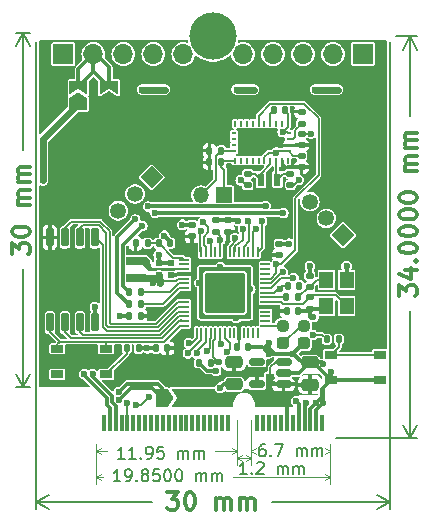
<source format=gbr>
%TF.GenerationSoftware,KiCad,Pcbnew,8.0.5*%
%TF.CreationDate,2024-10-30T18:42:26-07:00*%
%TF.ProjectId,card,63617264-2e6b-4696-9361-645f70636258,v0.5*%
%TF.SameCoordinates,Original*%
%TF.FileFunction,Copper,L1,Top*%
%TF.FilePolarity,Positive*%
%FSLAX46Y46*%
G04 Gerber Fmt 4.6, Leading zero omitted, Abs format (unit mm)*
G04 Created by KiCad (PCBNEW 8.0.5) date 2024-10-30 18:42:26*
%MOMM*%
%LPD*%
G01*
G04 APERTURE LIST*
G04 Aperture macros list*
%AMRoundRect*
0 Rectangle with rounded corners*
0 $1 Rounding radius*
0 $2 $3 $4 $5 $6 $7 $8 $9 X,Y pos of 4 corners*
0 Add a 4 corners polygon primitive as box body*
4,1,4,$2,$3,$4,$5,$6,$7,$8,$9,$2,$3,0*
0 Add four circle primitives for the rounded corners*
1,1,$1+$1,$2,$3*
1,1,$1+$1,$4,$5*
1,1,$1+$1,$6,$7*
1,1,$1+$1,$8,$9*
0 Add four rect primitives between the rounded corners*
20,1,$1+$1,$2,$3,$4,$5,0*
20,1,$1+$1,$4,$5,$6,$7,0*
20,1,$1+$1,$6,$7,$8,$9,0*
20,1,$1+$1,$8,$9,$2,$3,0*%
%AMHorizOval*
0 Thick line with rounded ends*
0 $1 width*
0 $2 $3 position (X,Y) of the first rounded end (center of the circle)*
0 $4 $5 position (X,Y) of the second rounded end (center of the circle)*
0 Add line between two ends*
20,1,$1,$2,$3,$4,$5,0*
0 Add two circle primitives to create the rounded ends*
1,1,$1,$2,$3*
1,1,$1,$4,$5*%
%AMRotRect*
0 Rectangle, with rotation*
0 The origin of the aperture is its center*
0 $1 length*
0 $2 width*
0 $3 Rotation angle, in degrees counterclockwise*
0 Add horizontal line*
21,1,$1,$2,0,0,$3*%
%AMFreePoly0*
4,1,6,0.500000,-0.750000,-0.650000,-0.750000,-0.150000,0.000000,-0.650000,0.750000,0.500000,0.750000,0.500000,-0.750000,0.500000,-0.750000,$1*%
%AMFreePoly1*
4,1,6,1.000000,0.000000,0.500000,-0.750000,-0.500000,-0.750000,-0.500000,0.750000,0.500000,0.750000,1.000000,0.000000,1.000000,0.000000,$1*%
%AMFreePoly2*
4,1,18,-0.437500,0.050000,-0.433694,0.069134,-0.422855,0.085355,-0.406634,0.096194,-0.387500,0.100000,0.387500,0.100000,0.437500,0.050000,0.437500,-0.050000,0.433694,-0.069134,0.422855,-0.085355,0.406634,-0.096194,0.387500,-0.100000,-0.387500,-0.100000,-0.406634,-0.096194,-0.422855,-0.085355,-0.433694,-0.069134,-0.437500,-0.050000,-0.437500,0.050000,-0.437500,0.050000,$1*%
%AMFreePoly3*
4,1,18,-0.437500,0.050000,-0.433694,0.069134,-0.422855,0.085355,-0.406634,0.096194,-0.387500,0.100000,0.387500,0.100000,0.406634,0.096194,0.422855,0.085355,0.433694,0.069134,0.437500,0.050000,0.437500,-0.050000,0.387500,-0.100000,-0.387500,-0.100000,-0.406634,-0.096194,-0.422855,-0.085355,-0.433694,-0.069134,-0.437500,-0.050000,-0.437500,0.050000,-0.437500,0.050000,$1*%
%AMFreePoly4*
4,1,18,-0.100000,0.387500,-0.050000,0.437500,0.050000,0.437500,0.069134,0.433694,0.085355,0.422855,0.096194,0.406634,0.100000,0.387500,0.100000,-0.387500,0.096194,-0.406634,0.085355,-0.422855,0.069134,-0.433694,0.050000,-0.437500,-0.050000,-0.437500,-0.069134,-0.433694,-0.085355,-0.422855,-0.096194,-0.406634,-0.100000,-0.387500,-0.100000,0.387500,-0.100000,0.387500,$1*%
%AMFreePoly5*
4,1,18,-0.100000,0.387500,-0.096194,0.406634,-0.085355,0.422855,-0.069134,0.433694,-0.050000,0.437500,0.050000,0.437500,0.100000,0.387500,0.100000,-0.387500,0.096194,-0.406634,0.085355,-0.422855,0.069134,-0.433694,0.050000,-0.437500,-0.050000,-0.437500,-0.069134,-0.433694,-0.085355,-0.422855,-0.096194,-0.406634,-0.100000,-0.387500,-0.100000,0.387500,-0.100000,0.387500,$1*%
%AMFreePoly6*
4,1,18,-0.437500,0.050000,-0.433694,0.069134,-0.422855,0.085355,-0.406634,0.096194,-0.387500,0.100000,0.387500,0.100000,0.406634,0.096194,0.422855,0.085355,0.433694,0.069134,0.437500,0.050000,0.437500,-0.050000,0.433694,-0.069134,0.422855,-0.085355,0.406634,-0.096194,0.387500,-0.100000,-0.387500,-0.100000,-0.437500,-0.050000,-0.437500,0.050000,-0.437500,0.050000,$1*%
%AMFreePoly7*
4,1,18,-0.437500,0.050000,-0.387500,0.100000,0.387500,0.100000,0.406634,0.096194,0.422855,0.085355,0.433694,0.069134,0.437500,0.050000,0.437500,-0.050000,0.433694,-0.069134,0.422855,-0.085355,0.406634,-0.096194,0.387500,-0.100000,-0.387500,-0.100000,-0.406634,-0.096194,-0.422855,-0.085355,-0.433694,-0.069134,-0.437500,-0.050000,-0.437500,0.050000,-0.437500,0.050000,$1*%
%AMFreePoly8*
4,1,18,-0.100000,0.387500,-0.096194,0.406634,-0.085355,0.422855,-0.069134,0.433694,-0.050000,0.437500,0.050000,0.437500,0.069134,0.433694,0.085355,0.422855,0.096194,0.406634,0.100000,0.387500,0.100000,-0.387500,0.050000,-0.437500,-0.050000,-0.437500,-0.069134,-0.433694,-0.085355,-0.422855,-0.096194,-0.406634,-0.100000,-0.387500,-0.100000,0.387500,-0.100000,0.387500,$1*%
%AMFreePoly9*
4,1,18,-0.100000,0.387500,-0.096194,0.406634,-0.085355,0.422855,-0.069134,0.433694,-0.050000,0.437500,0.050000,0.437500,0.069134,0.433694,0.085355,0.422855,0.096194,0.406634,0.100000,0.387500,0.100000,-0.387500,0.096194,-0.406634,0.085355,-0.422855,0.069134,-0.433694,0.050000,-0.437500,-0.050000,-0.437500,-0.100000,-0.387500,-0.100000,0.387500,-0.100000,0.387500,$1*%
G04 Aperture macros list end*
%ADD10C,0.200000*%
%TA.AperFunction,NonConductor*%
%ADD11C,0.200000*%
%TD*%
%TA.AperFunction,NonConductor*%
%ADD12C,0.100000*%
%TD*%
%ADD13C,0.300000*%
%TA.AperFunction,NonConductor*%
%ADD14C,0.300000*%
%TD*%
%TA.AperFunction,SMDPad,CuDef*%
%ADD15FreePoly0,90.000000*%
%TD*%
%TA.AperFunction,SMDPad,CuDef*%
%ADD16FreePoly1,90.000000*%
%TD*%
%TA.AperFunction,ComponentPad*%
%ADD17R,1.700000X1.700000*%
%TD*%
%TA.AperFunction,ComponentPad*%
%ADD18O,1.700000X1.700000*%
%TD*%
%TA.AperFunction,SMDPad,CuDef*%
%ADD19RoundRect,0.135000X-0.135000X-0.185000X0.135000X-0.185000X0.135000X0.185000X-0.135000X0.185000X0*%
%TD*%
%TA.AperFunction,SMDPad,CuDef*%
%ADD20RoundRect,0.140000X0.140000X0.170000X-0.140000X0.170000X-0.140000X-0.170000X0.140000X-0.170000X0*%
%TD*%
%TA.AperFunction,SMDPad,CuDef*%
%ADD21RoundRect,0.250000X-0.475000X0.250000X-0.475000X-0.250000X0.475000X-0.250000X0.475000X0.250000X0*%
%TD*%
%TA.AperFunction,SMDPad,CuDef*%
%ADD22RoundRect,0.140000X-0.170000X0.140000X-0.170000X-0.140000X0.170000X-0.140000X0.170000X0.140000X0*%
%TD*%
%TA.AperFunction,SMDPad,CuDef*%
%ADD23RoundRect,0.237500X0.287500X0.237500X-0.287500X0.237500X-0.287500X-0.237500X0.287500X-0.237500X0*%
%TD*%
%TA.AperFunction,SMDPad,CuDef*%
%ADD24RoundRect,0.140000X-0.140000X-0.170000X0.140000X-0.170000X0.140000X0.170000X-0.140000X0.170000X0*%
%TD*%
%TA.AperFunction,ComponentPad*%
%ADD25RotRect,1.350000X1.350000X225.000000*%
%TD*%
%TA.AperFunction,ComponentPad*%
%ADD26HorizOval,1.350000X0.000000X0.000000X0.000000X0.000000X0*%
%TD*%
%TA.AperFunction,SMDPad,CuDef*%
%ADD27R,0.530000X0.470000*%
%TD*%
%TA.AperFunction,SMDPad,CuDef*%
%ADD28R,0.254000X0.482600*%
%TD*%
%TA.AperFunction,SMDPad,CuDef*%
%ADD29R,0.381000X0.254000*%
%TD*%
%TA.AperFunction,SMDPad,CuDef*%
%ADD30RoundRect,0.150000X0.512500X0.150000X-0.512500X0.150000X-0.512500X-0.150000X0.512500X-0.150000X0*%
%TD*%
%TA.AperFunction,SMDPad,CuDef*%
%ADD31RoundRect,0.140000X0.170000X-0.140000X0.170000X0.140000X-0.170000X0.140000X-0.170000X-0.140000X0*%
%TD*%
%TA.AperFunction,SMDPad,CuDef*%
%ADD32R,1.200000X1.400000*%
%TD*%
%TA.AperFunction,ComponentPad*%
%ADD33R,1.350000X1.350000*%
%TD*%
%TA.AperFunction,ComponentPad*%
%ADD34O,1.350000X1.350000*%
%TD*%
%TA.AperFunction,SMDPad,CuDef*%
%ADD35R,0.350000X1.450000*%
%TD*%
%TA.AperFunction,ComponentPad*%
%ADD36C,4.000000*%
%TD*%
%TA.AperFunction,SMDPad,CuDef*%
%ADD37FreePoly2,90.000000*%
%TD*%
%TA.AperFunction,SMDPad,CuDef*%
%ADD38RoundRect,0.050000X0.050000X-0.387500X0.050000X0.387500X-0.050000X0.387500X-0.050000X-0.387500X0*%
%TD*%
%TA.AperFunction,SMDPad,CuDef*%
%ADD39FreePoly3,90.000000*%
%TD*%
%TA.AperFunction,SMDPad,CuDef*%
%ADD40FreePoly4,90.000000*%
%TD*%
%TA.AperFunction,SMDPad,CuDef*%
%ADD41RoundRect,0.050000X0.387500X-0.050000X0.387500X0.050000X-0.387500X0.050000X-0.387500X-0.050000X0*%
%TD*%
%TA.AperFunction,SMDPad,CuDef*%
%ADD42FreePoly5,90.000000*%
%TD*%
%TA.AperFunction,SMDPad,CuDef*%
%ADD43FreePoly6,90.000000*%
%TD*%
%TA.AperFunction,SMDPad,CuDef*%
%ADD44FreePoly7,90.000000*%
%TD*%
%TA.AperFunction,SMDPad,CuDef*%
%ADD45FreePoly8,90.000000*%
%TD*%
%TA.AperFunction,SMDPad,CuDef*%
%ADD46FreePoly9,90.000000*%
%TD*%
%TA.AperFunction,ComponentPad*%
%ADD47C,0.600000*%
%TD*%
%TA.AperFunction,SMDPad,CuDef*%
%ADD48RoundRect,0.153000X1.547000X1.547000X-1.547000X1.547000X-1.547000X-1.547000X1.547000X-1.547000X0*%
%TD*%
%TA.AperFunction,SMDPad,CuDef*%
%ADD49R,1.050000X0.650000*%
%TD*%
%TA.AperFunction,SMDPad,CuDef*%
%ADD50RoundRect,0.237500X-0.250000X-0.237500X0.250000X-0.237500X0.250000X0.237500X-0.250000X0.237500X0*%
%TD*%
%TA.AperFunction,SMDPad,CuDef*%
%ADD51R,0.600000X1.100000*%
%TD*%
%TA.AperFunction,SMDPad,CuDef*%
%ADD52FreePoly1,0.000000*%
%TD*%
%TA.AperFunction,SMDPad,CuDef*%
%ADD53FreePoly0,0.000000*%
%TD*%
%TA.AperFunction,SMDPad,CuDef*%
%ADD54RoundRect,0.135000X0.135000X0.185000X-0.135000X0.185000X-0.135000X-0.185000X0.135000X-0.185000X0*%
%TD*%
%TA.AperFunction,SMDPad,CuDef*%
%ADD55RoundRect,0.150000X0.150000X-0.650000X0.150000X0.650000X-0.150000X0.650000X-0.150000X-0.650000X0*%
%TD*%
%TA.AperFunction,SMDPad,CuDef*%
%ADD56R,1.700000X0.700000*%
%TD*%
%TA.AperFunction,ComponentPad*%
%ADD57RotRect,1.350000X1.350000X315.000000*%
%TD*%
%TA.AperFunction,ComponentPad*%
%ADD58HorizOval,1.350000X0.000000X0.000000X0.000000X0.000000X0*%
%TD*%
%TA.AperFunction,SMDPad,CuDef*%
%ADD59RoundRect,0.135000X-0.185000X0.135000X-0.185000X-0.135000X0.185000X-0.135000X0.185000X0.135000X0*%
%TD*%
%TA.AperFunction,ViaPad*%
%ADD60C,0.600000*%
%TD*%
%TA.AperFunction,Conductor*%
%ADD61C,0.600000*%
%TD*%
%TA.AperFunction,Conductor*%
%ADD62C,0.300000*%
%TD*%
%TA.AperFunction,Conductor*%
%ADD63C,0.150000*%
%TD*%
%TA.AperFunction,Conductor*%
%ADD64C,0.200000*%
%TD*%
G04 APERTURE END LIST*
D10*
D11*
X101857143Y-117052219D02*
X101285715Y-117052219D01*
X101571429Y-117052219D02*
X101571429Y-116052219D01*
X101571429Y-116052219D02*
X101476191Y-116195076D01*
X101476191Y-116195076D02*
X101380953Y-116290314D01*
X101380953Y-116290314D02*
X101285715Y-116337933D01*
X102285715Y-116956980D02*
X102333334Y-117004600D01*
X102333334Y-117004600D02*
X102285715Y-117052219D01*
X102285715Y-117052219D02*
X102238096Y-117004600D01*
X102238096Y-117004600D02*
X102285715Y-116956980D01*
X102285715Y-116956980D02*
X102285715Y-117052219D01*
X102714286Y-116147457D02*
X102761905Y-116099838D01*
X102761905Y-116099838D02*
X102857143Y-116052219D01*
X102857143Y-116052219D02*
X103095238Y-116052219D01*
X103095238Y-116052219D02*
X103190476Y-116099838D01*
X103190476Y-116099838D02*
X103238095Y-116147457D01*
X103238095Y-116147457D02*
X103285714Y-116242695D01*
X103285714Y-116242695D02*
X103285714Y-116337933D01*
X103285714Y-116337933D02*
X103238095Y-116480790D01*
X103238095Y-116480790D02*
X102666667Y-117052219D01*
X102666667Y-117052219D02*
X103285714Y-117052219D01*
X104476191Y-117052219D02*
X104476191Y-116385552D01*
X104476191Y-116480790D02*
X104523810Y-116433171D01*
X104523810Y-116433171D02*
X104619048Y-116385552D01*
X104619048Y-116385552D02*
X104761905Y-116385552D01*
X104761905Y-116385552D02*
X104857143Y-116433171D01*
X104857143Y-116433171D02*
X104904762Y-116528409D01*
X104904762Y-116528409D02*
X104904762Y-117052219D01*
X104904762Y-116528409D02*
X104952381Y-116433171D01*
X104952381Y-116433171D02*
X105047619Y-116385552D01*
X105047619Y-116385552D02*
X105190476Y-116385552D01*
X105190476Y-116385552D02*
X105285715Y-116433171D01*
X105285715Y-116433171D02*
X105333334Y-116528409D01*
X105333334Y-116528409D02*
X105333334Y-117052219D01*
X105809524Y-117052219D02*
X105809524Y-116385552D01*
X105809524Y-116480790D02*
X105857143Y-116433171D01*
X105857143Y-116433171D02*
X105952381Y-116385552D01*
X105952381Y-116385552D02*
X106095238Y-116385552D01*
X106095238Y-116385552D02*
X106190476Y-116433171D01*
X106190476Y-116433171D02*
X106238095Y-116528409D01*
X106238095Y-116528409D02*
X106238095Y-117052219D01*
X106238095Y-116528409D02*
X106285714Y-116433171D01*
X106285714Y-116433171D02*
X106380952Y-116385552D01*
X106380952Y-116385552D02*
X106523809Y-116385552D01*
X106523809Y-116385552D02*
X106619048Y-116433171D01*
X106619048Y-116433171D02*
X106666667Y-116528409D01*
X106666667Y-116528409D02*
X106666667Y-117052219D01*
D12*
X101025000Y-112500000D02*
X101025000Y-116286420D01*
X102225000Y-112500000D02*
X102225000Y-116286420D01*
X101025000Y-115700000D02*
X102225000Y-115700000D01*
X101025000Y-115700000D02*
X102225000Y-115700000D01*
X101025000Y-115700000D02*
X101468505Y-115469126D01*
X101025000Y-115700000D02*
X101468505Y-115930874D01*
X102225000Y-115700000D02*
X101781495Y-115930874D01*
X102225000Y-115700000D02*
X101781495Y-115469126D01*
D10*
D11*
X91152381Y-117652219D02*
X90580953Y-117652219D01*
X90866667Y-117652219D02*
X90866667Y-116652219D01*
X90866667Y-116652219D02*
X90771429Y-116795076D01*
X90771429Y-116795076D02*
X90676191Y-116890314D01*
X90676191Y-116890314D02*
X90580953Y-116937933D01*
X91628572Y-117652219D02*
X91819048Y-117652219D01*
X91819048Y-117652219D02*
X91914286Y-117604600D01*
X91914286Y-117604600D02*
X91961905Y-117556980D01*
X91961905Y-117556980D02*
X92057143Y-117414123D01*
X92057143Y-117414123D02*
X92104762Y-117223647D01*
X92104762Y-117223647D02*
X92104762Y-116842695D01*
X92104762Y-116842695D02*
X92057143Y-116747457D01*
X92057143Y-116747457D02*
X92009524Y-116699838D01*
X92009524Y-116699838D02*
X91914286Y-116652219D01*
X91914286Y-116652219D02*
X91723810Y-116652219D01*
X91723810Y-116652219D02*
X91628572Y-116699838D01*
X91628572Y-116699838D02*
X91580953Y-116747457D01*
X91580953Y-116747457D02*
X91533334Y-116842695D01*
X91533334Y-116842695D02*
X91533334Y-117080790D01*
X91533334Y-117080790D02*
X91580953Y-117176028D01*
X91580953Y-117176028D02*
X91628572Y-117223647D01*
X91628572Y-117223647D02*
X91723810Y-117271266D01*
X91723810Y-117271266D02*
X91914286Y-117271266D01*
X91914286Y-117271266D02*
X92009524Y-117223647D01*
X92009524Y-117223647D02*
X92057143Y-117176028D01*
X92057143Y-117176028D02*
X92104762Y-117080790D01*
X92533334Y-117556980D02*
X92580953Y-117604600D01*
X92580953Y-117604600D02*
X92533334Y-117652219D01*
X92533334Y-117652219D02*
X92485715Y-117604600D01*
X92485715Y-117604600D02*
X92533334Y-117556980D01*
X92533334Y-117556980D02*
X92533334Y-117652219D01*
X93152381Y-117080790D02*
X93057143Y-117033171D01*
X93057143Y-117033171D02*
X93009524Y-116985552D01*
X93009524Y-116985552D02*
X92961905Y-116890314D01*
X92961905Y-116890314D02*
X92961905Y-116842695D01*
X92961905Y-116842695D02*
X93009524Y-116747457D01*
X93009524Y-116747457D02*
X93057143Y-116699838D01*
X93057143Y-116699838D02*
X93152381Y-116652219D01*
X93152381Y-116652219D02*
X93342857Y-116652219D01*
X93342857Y-116652219D02*
X93438095Y-116699838D01*
X93438095Y-116699838D02*
X93485714Y-116747457D01*
X93485714Y-116747457D02*
X93533333Y-116842695D01*
X93533333Y-116842695D02*
X93533333Y-116890314D01*
X93533333Y-116890314D02*
X93485714Y-116985552D01*
X93485714Y-116985552D02*
X93438095Y-117033171D01*
X93438095Y-117033171D02*
X93342857Y-117080790D01*
X93342857Y-117080790D02*
X93152381Y-117080790D01*
X93152381Y-117080790D02*
X93057143Y-117128409D01*
X93057143Y-117128409D02*
X93009524Y-117176028D01*
X93009524Y-117176028D02*
X92961905Y-117271266D01*
X92961905Y-117271266D02*
X92961905Y-117461742D01*
X92961905Y-117461742D02*
X93009524Y-117556980D01*
X93009524Y-117556980D02*
X93057143Y-117604600D01*
X93057143Y-117604600D02*
X93152381Y-117652219D01*
X93152381Y-117652219D02*
X93342857Y-117652219D01*
X93342857Y-117652219D02*
X93438095Y-117604600D01*
X93438095Y-117604600D02*
X93485714Y-117556980D01*
X93485714Y-117556980D02*
X93533333Y-117461742D01*
X93533333Y-117461742D02*
X93533333Y-117271266D01*
X93533333Y-117271266D02*
X93485714Y-117176028D01*
X93485714Y-117176028D02*
X93438095Y-117128409D01*
X93438095Y-117128409D02*
X93342857Y-117080790D01*
X94438095Y-116652219D02*
X93961905Y-116652219D01*
X93961905Y-116652219D02*
X93914286Y-117128409D01*
X93914286Y-117128409D02*
X93961905Y-117080790D01*
X93961905Y-117080790D02*
X94057143Y-117033171D01*
X94057143Y-117033171D02*
X94295238Y-117033171D01*
X94295238Y-117033171D02*
X94390476Y-117080790D01*
X94390476Y-117080790D02*
X94438095Y-117128409D01*
X94438095Y-117128409D02*
X94485714Y-117223647D01*
X94485714Y-117223647D02*
X94485714Y-117461742D01*
X94485714Y-117461742D02*
X94438095Y-117556980D01*
X94438095Y-117556980D02*
X94390476Y-117604600D01*
X94390476Y-117604600D02*
X94295238Y-117652219D01*
X94295238Y-117652219D02*
X94057143Y-117652219D01*
X94057143Y-117652219D02*
X93961905Y-117604600D01*
X93961905Y-117604600D02*
X93914286Y-117556980D01*
X95104762Y-116652219D02*
X95200000Y-116652219D01*
X95200000Y-116652219D02*
X95295238Y-116699838D01*
X95295238Y-116699838D02*
X95342857Y-116747457D01*
X95342857Y-116747457D02*
X95390476Y-116842695D01*
X95390476Y-116842695D02*
X95438095Y-117033171D01*
X95438095Y-117033171D02*
X95438095Y-117271266D01*
X95438095Y-117271266D02*
X95390476Y-117461742D01*
X95390476Y-117461742D02*
X95342857Y-117556980D01*
X95342857Y-117556980D02*
X95295238Y-117604600D01*
X95295238Y-117604600D02*
X95200000Y-117652219D01*
X95200000Y-117652219D02*
X95104762Y-117652219D01*
X95104762Y-117652219D02*
X95009524Y-117604600D01*
X95009524Y-117604600D02*
X94961905Y-117556980D01*
X94961905Y-117556980D02*
X94914286Y-117461742D01*
X94914286Y-117461742D02*
X94866667Y-117271266D01*
X94866667Y-117271266D02*
X94866667Y-117033171D01*
X94866667Y-117033171D02*
X94914286Y-116842695D01*
X94914286Y-116842695D02*
X94961905Y-116747457D01*
X94961905Y-116747457D02*
X95009524Y-116699838D01*
X95009524Y-116699838D02*
X95104762Y-116652219D01*
X96057143Y-116652219D02*
X96152381Y-116652219D01*
X96152381Y-116652219D02*
X96247619Y-116699838D01*
X96247619Y-116699838D02*
X96295238Y-116747457D01*
X96295238Y-116747457D02*
X96342857Y-116842695D01*
X96342857Y-116842695D02*
X96390476Y-117033171D01*
X96390476Y-117033171D02*
X96390476Y-117271266D01*
X96390476Y-117271266D02*
X96342857Y-117461742D01*
X96342857Y-117461742D02*
X96295238Y-117556980D01*
X96295238Y-117556980D02*
X96247619Y-117604600D01*
X96247619Y-117604600D02*
X96152381Y-117652219D01*
X96152381Y-117652219D02*
X96057143Y-117652219D01*
X96057143Y-117652219D02*
X95961905Y-117604600D01*
X95961905Y-117604600D02*
X95914286Y-117556980D01*
X95914286Y-117556980D02*
X95866667Y-117461742D01*
X95866667Y-117461742D02*
X95819048Y-117271266D01*
X95819048Y-117271266D02*
X95819048Y-117033171D01*
X95819048Y-117033171D02*
X95866667Y-116842695D01*
X95866667Y-116842695D02*
X95914286Y-116747457D01*
X95914286Y-116747457D02*
X95961905Y-116699838D01*
X95961905Y-116699838D02*
X96057143Y-116652219D01*
X97580953Y-117652219D02*
X97580953Y-116985552D01*
X97580953Y-117080790D02*
X97628572Y-117033171D01*
X97628572Y-117033171D02*
X97723810Y-116985552D01*
X97723810Y-116985552D02*
X97866667Y-116985552D01*
X97866667Y-116985552D02*
X97961905Y-117033171D01*
X97961905Y-117033171D02*
X98009524Y-117128409D01*
X98009524Y-117128409D02*
X98009524Y-117652219D01*
X98009524Y-117128409D02*
X98057143Y-117033171D01*
X98057143Y-117033171D02*
X98152381Y-116985552D01*
X98152381Y-116985552D02*
X98295238Y-116985552D01*
X98295238Y-116985552D02*
X98390477Y-117033171D01*
X98390477Y-117033171D02*
X98438096Y-117128409D01*
X98438096Y-117128409D02*
X98438096Y-117652219D01*
X98914286Y-117652219D02*
X98914286Y-116985552D01*
X98914286Y-117080790D02*
X98961905Y-117033171D01*
X98961905Y-117033171D02*
X99057143Y-116985552D01*
X99057143Y-116985552D02*
X99200000Y-116985552D01*
X99200000Y-116985552D02*
X99295238Y-117033171D01*
X99295238Y-117033171D02*
X99342857Y-117128409D01*
X99342857Y-117128409D02*
X99342857Y-117652219D01*
X99342857Y-117128409D02*
X99390476Y-117033171D01*
X99390476Y-117033171D02*
X99485714Y-116985552D01*
X99485714Y-116985552D02*
X99628571Y-116985552D01*
X99628571Y-116985552D02*
X99723810Y-117033171D01*
X99723810Y-117033171D02*
X99771429Y-117128409D01*
X99771429Y-117128409D02*
X99771429Y-117652219D01*
D12*
X89075000Y-114500000D02*
X89075000Y-117886420D01*
X108925000Y-114500000D02*
X108925000Y-117886420D01*
X89075000Y-117300000D02*
X89690477Y-117300000D01*
X100709524Y-117300000D02*
X108925000Y-117300000D01*
X89075000Y-117300000D02*
X89518505Y-117069126D01*
X89075000Y-117300000D02*
X89518505Y-117530874D01*
X108925000Y-117300000D02*
X108481495Y-117530874D01*
X108925000Y-117300000D02*
X108481495Y-117069126D01*
D10*
D11*
X103361905Y-114552219D02*
X103171429Y-114552219D01*
X103171429Y-114552219D02*
X103076191Y-114599838D01*
X103076191Y-114599838D02*
X103028572Y-114647457D01*
X103028572Y-114647457D02*
X102933334Y-114790314D01*
X102933334Y-114790314D02*
X102885715Y-114980790D01*
X102885715Y-114980790D02*
X102885715Y-115361742D01*
X102885715Y-115361742D02*
X102933334Y-115456980D01*
X102933334Y-115456980D02*
X102980953Y-115504600D01*
X102980953Y-115504600D02*
X103076191Y-115552219D01*
X103076191Y-115552219D02*
X103266667Y-115552219D01*
X103266667Y-115552219D02*
X103361905Y-115504600D01*
X103361905Y-115504600D02*
X103409524Y-115456980D01*
X103409524Y-115456980D02*
X103457143Y-115361742D01*
X103457143Y-115361742D02*
X103457143Y-115123647D01*
X103457143Y-115123647D02*
X103409524Y-115028409D01*
X103409524Y-115028409D02*
X103361905Y-114980790D01*
X103361905Y-114980790D02*
X103266667Y-114933171D01*
X103266667Y-114933171D02*
X103076191Y-114933171D01*
X103076191Y-114933171D02*
X102980953Y-114980790D01*
X102980953Y-114980790D02*
X102933334Y-115028409D01*
X102933334Y-115028409D02*
X102885715Y-115123647D01*
X103885715Y-115456980D02*
X103933334Y-115504600D01*
X103933334Y-115504600D02*
X103885715Y-115552219D01*
X103885715Y-115552219D02*
X103838096Y-115504600D01*
X103838096Y-115504600D02*
X103885715Y-115456980D01*
X103885715Y-115456980D02*
X103885715Y-115552219D01*
X104266667Y-114552219D02*
X104933333Y-114552219D01*
X104933333Y-114552219D02*
X104504762Y-115552219D01*
X106076191Y-115552219D02*
X106076191Y-114885552D01*
X106076191Y-114980790D02*
X106123810Y-114933171D01*
X106123810Y-114933171D02*
X106219048Y-114885552D01*
X106219048Y-114885552D02*
X106361905Y-114885552D01*
X106361905Y-114885552D02*
X106457143Y-114933171D01*
X106457143Y-114933171D02*
X106504762Y-115028409D01*
X106504762Y-115028409D02*
X106504762Y-115552219D01*
X106504762Y-115028409D02*
X106552381Y-114933171D01*
X106552381Y-114933171D02*
X106647619Y-114885552D01*
X106647619Y-114885552D02*
X106790476Y-114885552D01*
X106790476Y-114885552D02*
X106885715Y-114933171D01*
X106885715Y-114933171D02*
X106933334Y-115028409D01*
X106933334Y-115028409D02*
X106933334Y-115552219D01*
X107409524Y-115552219D02*
X107409524Y-114885552D01*
X107409524Y-114980790D02*
X107457143Y-114933171D01*
X107457143Y-114933171D02*
X107552381Y-114885552D01*
X107552381Y-114885552D02*
X107695238Y-114885552D01*
X107695238Y-114885552D02*
X107790476Y-114933171D01*
X107790476Y-114933171D02*
X107838095Y-115028409D01*
X107838095Y-115028409D02*
X107838095Y-115552219D01*
X107838095Y-115028409D02*
X107885714Y-114933171D01*
X107885714Y-114933171D02*
X107980952Y-114885552D01*
X107980952Y-114885552D02*
X108123809Y-114885552D01*
X108123809Y-114885552D02*
X108219048Y-114933171D01*
X108219048Y-114933171D02*
X108266667Y-115028409D01*
X108266667Y-115028409D02*
X108266667Y-115552219D01*
D12*
X102225000Y-114500000D02*
X102225000Y-115686420D01*
X108925000Y-114500000D02*
X108925000Y-115686420D01*
X102225000Y-115100000D02*
X102668505Y-114869126D01*
X102225000Y-115100000D02*
X102668505Y-115330874D01*
X108925000Y-115100000D02*
X108481495Y-115330874D01*
X108925000Y-115100000D02*
X108481495Y-114869126D01*
D10*
D11*
X91504762Y-115752219D02*
X90933334Y-115752219D01*
X91219048Y-115752219D02*
X91219048Y-114752219D01*
X91219048Y-114752219D02*
X91123810Y-114895076D01*
X91123810Y-114895076D02*
X91028572Y-114990314D01*
X91028572Y-114990314D02*
X90933334Y-115037933D01*
X92457143Y-115752219D02*
X91885715Y-115752219D01*
X92171429Y-115752219D02*
X92171429Y-114752219D01*
X92171429Y-114752219D02*
X92076191Y-114895076D01*
X92076191Y-114895076D02*
X91980953Y-114990314D01*
X91980953Y-114990314D02*
X91885715Y-115037933D01*
X92885715Y-115656980D02*
X92933334Y-115704600D01*
X92933334Y-115704600D02*
X92885715Y-115752219D01*
X92885715Y-115752219D02*
X92838096Y-115704600D01*
X92838096Y-115704600D02*
X92885715Y-115656980D01*
X92885715Y-115656980D02*
X92885715Y-115752219D01*
X93409524Y-115752219D02*
X93600000Y-115752219D01*
X93600000Y-115752219D02*
X93695238Y-115704600D01*
X93695238Y-115704600D02*
X93742857Y-115656980D01*
X93742857Y-115656980D02*
X93838095Y-115514123D01*
X93838095Y-115514123D02*
X93885714Y-115323647D01*
X93885714Y-115323647D02*
X93885714Y-114942695D01*
X93885714Y-114942695D02*
X93838095Y-114847457D01*
X93838095Y-114847457D02*
X93790476Y-114799838D01*
X93790476Y-114799838D02*
X93695238Y-114752219D01*
X93695238Y-114752219D02*
X93504762Y-114752219D01*
X93504762Y-114752219D02*
X93409524Y-114799838D01*
X93409524Y-114799838D02*
X93361905Y-114847457D01*
X93361905Y-114847457D02*
X93314286Y-114942695D01*
X93314286Y-114942695D02*
X93314286Y-115180790D01*
X93314286Y-115180790D02*
X93361905Y-115276028D01*
X93361905Y-115276028D02*
X93409524Y-115323647D01*
X93409524Y-115323647D02*
X93504762Y-115371266D01*
X93504762Y-115371266D02*
X93695238Y-115371266D01*
X93695238Y-115371266D02*
X93790476Y-115323647D01*
X93790476Y-115323647D02*
X93838095Y-115276028D01*
X93838095Y-115276028D02*
X93885714Y-115180790D01*
X94790476Y-114752219D02*
X94314286Y-114752219D01*
X94314286Y-114752219D02*
X94266667Y-115228409D01*
X94266667Y-115228409D02*
X94314286Y-115180790D01*
X94314286Y-115180790D02*
X94409524Y-115133171D01*
X94409524Y-115133171D02*
X94647619Y-115133171D01*
X94647619Y-115133171D02*
X94742857Y-115180790D01*
X94742857Y-115180790D02*
X94790476Y-115228409D01*
X94790476Y-115228409D02*
X94838095Y-115323647D01*
X94838095Y-115323647D02*
X94838095Y-115561742D01*
X94838095Y-115561742D02*
X94790476Y-115656980D01*
X94790476Y-115656980D02*
X94742857Y-115704600D01*
X94742857Y-115704600D02*
X94647619Y-115752219D01*
X94647619Y-115752219D02*
X94409524Y-115752219D01*
X94409524Y-115752219D02*
X94314286Y-115704600D01*
X94314286Y-115704600D02*
X94266667Y-115656980D01*
X96028572Y-115752219D02*
X96028572Y-115085552D01*
X96028572Y-115180790D02*
X96076191Y-115133171D01*
X96076191Y-115133171D02*
X96171429Y-115085552D01*
X96171429Y-115085552D02*
X96314286Y-115085552D01*
X96314286Y-115085552D02*
X96409524Y-115133171D01*
X96409524Y-115133171D02*
X96457143Y-115228409D01*
X96457143Y-115228409D02*
X96457143Y-115752219D01*
X96457143Y-115228409D02*
X96504762Y-115133171D01*
X96504762Y-115133171D02*
X96600000Y-115085552D01*
X96600000Y-115085552D02*
X96742857Y-115085552D01*
X96742857Y-115085552D02*
X96838096Y-115133171D01*
X96838096Y-115133171D02*
X96885715Y-115228409D01*
X96885715Y-115228409D02*
X96885715Y-115752219D01*
X97361905Y-115752219D02*
X97361905Y-115085552D01*
X97361905Y-115180790D02*
X97409524Y-115133171D01*
X97409524Y-115133171D02*
X97504762Y-115085552D01*
X97504762Y-115085552D02*
X97647619Y-115085552D01*
X97647619Y-115085552D02*
X97742857Y-115133171D01*
X97742857Y-115133171D02*
X97790476Y-115228409D01*
X97790476Y-115228409D02*
X97790476Y-115752219D01*
X97790476Y-115228409D02*
X97838095Y-115133171D01*
X97838095Y-115133171D02*
X97933333Y-115085552D01*
X97933333Y-115085552D02*
X98076190Y-115085552D01*
X98076190Y-115085552D02*
X98171429Y-115133171D01*
X98171429Y-115133171D02*
X98219048Y-115228409D01*
X98219048Y-115228409D02*
X98219048Y-115752219D01*
D12*
X89075000Y-114500000D02*
X89075000Y-115686420D01*
X101025000Y-114500000D02*
X101025000Y-115686420D01*
X89075000Y-115100000D02*
X90042858Y-115100000D01*
X99157143Y-115100000D02*
X101025000Y-115100000D01*
X89075000Y-115100000D02*
X89518505Y-114869126D01*
X89075000Y-115100000D02*
X89518505Y-115330874D01*
X101025000Y-115100000D02*
X100581495Y-115330874D01*
X101025000Y-115100000D02*
X100581495Y-114869126D01*
D13*
D14*
X95114286Y-118578328D02*
X96042858Y-118578328D01*
X96042858Y-118578328D02*
X95542858Y-119149757D01*
X95542858Y-119149757D02*
X95757143Y-119149757D01*
X95757143Y-119149757D02*
X95900001Y-119221185D01*
X95900001Y-119221185D02*
X95971429Y-119292614D01*
X95971429Y-119292614D02*
X96042858Y-119435471D01*
X96042858Y-119435471D02*
X96042858Y-119792614D01*
X96042858Y-119792614D02*
X95971429Y-119935471D01*
X95971429Y-119935471D02*
X95900001Y-120006900D01*
X95900001Y-120006900D02*
X95757143Y-120078328D01*
X95757143Y-120078328D02*
X95328572Y-120078328D01*
X95328572Y-120078328D02*
X95185715Y-120006900D01*
X95185715Y-120006900D02*
X95114286Y-119935471D01*
X96971429Y-118578328D02*
X97114286Y-118578328D01*
X97114286Y-118578328D02*
X97257143Y-118649757D01*
X97257143Y-118649757D02*
X97328572Y-118721185D01*
X97328572Y-118721185D02*
X97400000Y-118864042D01*
X97400000Y-118864042D02*
X97471429Y-119149757D01*
X97471429Y-119149757D02*
X97471429Y-119506900D01*
X97471429Y-119506900D02*
X97400000Y-119792614D01*
X97400000Y-119792614D02*
X97328572Y-119935471D01*
X97328572Y-119935471D02*
X97257143Y-120006900D01*
X97257143Y-120006900D02*
X97114286Y-120078328D01*
X97114286Y-120078328D02*
X96971429Y-120078328D01*
X96971429Y-120078328D02*
X96828572Y-120006900D01*
X96828572Y-120006900D02*
X96757143Y-119935471D01*
X96757143Y-119935471D02*
X96685714Y-119792614D01*
X96685714Y-119792614D02*
X96614286Y-119506900D01*
X96614286Y-119506900D02*
X96614286Y-119149757D01*
X96614286Y-119149757D02*
X96685714Y-118864042D01*
X96685714Y-118864042D02*
X96757143Y-118721185D01*
X96757143Y-118721185D02*
X96828572Y-118649757D01*
X96828572Y-118649757D02*
X96971429Y-118578328D01*
X99257142Y-120078328D02*
X99257142Y-119078328D01*
X99257142Y-119221185D02*
X99328571Y-119149757D01*
X99328571Y-119149757D02*
X99471428Y-119078328D01*
X99471428Y-119078328D02*
X99685714Y-119078328D01*
X99685714Y-119078328D02*
X99828571Y-119149757D01*
X99828571Y-119149757D02*
X99900000Y-119292614D01*
X99900000Y-119292614D02*
X99900000Y-120078328D01*
X99900000Y-119292614D02*
X99971428Y-119149757D01*
X99971428Y-119149757D02*
X100114285Y-119078328D01*
X100114285Y-119078328D02*
X100328571Y-119078328D01*
X100328571Y-119078328D02*
X100471428Y-119149757D01*
X100471428Y-119149757D02*
X100542857Y-119292614D01*
X100542857Y-119292614D02*
X100542857Y-120078328D01*
X101257142Y-120078328D02*
X101257142Y-119078328D01*
X101257142Y-119221185D02*
X101328571Y-119149757D01*
X101328571Y-119149757D02*
X101471428Y-119078328D01*
X101471428Y-119078328D02*
X101685714Y-119078328D01*
X101685714Y-119078328D02*
X101828571Y-119149757D01*
X101828571Y-119149757D02*
X101900000Y-119292614D01*
X101900000Y-119292614D02*
X101900000Y-120078328D01*
X101900000Y-119292614D02*
X101971428Y-119149757D01*
X101971428Y-119149757D02*
X102114285Y-119078328D01*
X102114285Y-119078328D02*
X102328571Y-119078328D01*
X102328571Y-119078328D02*
X102471428Y-119149757D01*
X102471428Y-119149757D02*
X102542857Y-119292614D01*
X102542857Y-119292614D02*
X102542857Y-120078328D01*
D11*
X84000000Y-80500000D02*
X84000000Y-119986420D01*
X114000000Y-80500000D02*
X114000000Y-119986420D01*
X84000000Y-119400000D02*
X93850001Y-119400000D01*
X103950000Y-119400000D02*
X114000000Y-119400000D01*
X84000000Y-119400000D02*
X85126504Y-118813579D01*
X84000000Y-119400000D02*
X85126504Y-119986421D01*
X114000000Y-119400000D02*
X112873496Y-119986421D01*
X114000000Y-119400000D02*
X112873496Y-118813579D01*
D13*
D14*
X81978328Y-98460713D02*
X81978328Y-97532141D01*
X81978328Y-97532141D02*
X82549757Y-98032141D01*
X82549757Y-98032141D02*
X82549757Y-97817856D01*
X82549757Y-97817856D02*
X82621185Y-97674999D01*
X82621185Y-97674999D02*
X82692614Y-97603570D01*
X82692614Y-97603570D02*
X82835471Y-97532141D01*
X82835471Y-97532141D02*
X83192614Y-97532141D01*
X83192614Y-97532141D02*
X83335471Y-97603570D01*
X83335471Y-97603570D02*
X83406900Y-97674999D01*
X83406900Y-97674999D02*
X83478328Y-97817856D01*
X83478328Y-97817856D02*
X83478328Y-98246427D01*
X83478328Y-98246427D02*
X83406900Y-98389284D01*
X83406900Y-98389284D02*
X83335471Y-98460713D01*
X81978328Y-96603570D02*
X81978328Y-96460713D01*
X81978328Y-96460713D02*
X82049757Y-96317856D01*
X82049757Y-96317856D02*
X82121185Y-96246428D01*
X82121185Y-96246428D02*
X82264042Y-96174999D01*
X82264042Y-96174999D02*
X82549757Y-96103570D01*
X82549757Y-96103570D02*
X82906900Y-96103570D01*
X82906900Y-96103570D02*
X83192614Y-96174999D01*
X83192614Y-96174999D02*
X83335471Y-96246428D01*
X83335471Y-96246428D02*
X83406900Y-96317856D01*
X83406900Y-96317856D02*
X83478328Y-96460713D01*
X83478328Y-96460713D02*
X83478328Y-96603570D01*
X83478328Y-96603570D02*
X83406900Y-96746428D01*
X83406900Y-96746428D02*
X83335471Y-96817856D01*
X83335471Y-96817856D02*
X83192614Y-96889285D01*
X83192614Y-96889285D02*
X82906900Y-96960713D01*
X82906900Y-96960713D02*
X82549757Y-96960713D01*
X82549757Y-96960713D02*
X82264042Y-96889285D01*
X82264042Y-96889285D02*
X82121185Y-96817856D01*
X82121185Y-96817856D02*
X82049757Y-96746428D01*
X82049757Y-96746428D02*
X81978328Y-96603570D01*
X83478328Y-94317857D02*
X82478328Y-94317857D01*
X82621185Y-94317857D02*
X82549757Y-94246428D01*
X82549757Y-94246428D02*
X82478328Y-94103571D01*
X82478328Y-94103571D02*
X82478328Y-93889285D01*
X82478328Y-93889285D02*
X82549757Y-93746428D01*
X82549757Y-93746428D02*
X82692614Y-93675000D01*
X82692614Y-93675000D02*
X83478328Y-93675000D01*
X82692614Y-93675000D02*
X82549757Y-93603571D01*
X82549757Y-93603571D02*
X82478328Y-93460714D01*
X82478328Y-93460714D02*
X82478328Y-93246428D01*
X82478328Y-93246428D02*
X82549757Y-93103571D01*
X82549757Y-93103571D02*
X82692614Y-93032142D01*
X82692614Y-93032142D02*
X83478328Y-93032142D01*
X83478328Y-92317857D02*
X82478328Y-92317857D01*
X82621185Y-92317857D02*
X82549757Y-92246428D01*
X82549757Y-92246428D02*
X82478328Y-92103571D01*
X82478328Y-92103571D02*
X82478328Y-91889285D01*
X82478328Y-91889285D02*
X82549757Y-91746428D01*
X82549757Y-91746428D02*
X82692614Y-91675000D01*
X82692614Y-91675000D02*
X83478328Y-91675000D01*
X82692614Y-91675000D02*
X82549757Y-91603571D01*
X82549757Y-91603571D02*
X82478328Y-91460714D01*
X82478328Y-91460714D02*
X82478328Y-91246428D01*
X82478328Y-91246428D02*
X82549757Y-91103571D01*
X82549757Y-91103571D02*
X82692614Y-91032142D01*
X82692614Y-91032142D02*
X83478328Y-91032142D01*
D11*
X83500000Y-79675000D02*
X82313580Y-79675000D01*
X83500000Y-109675000D02*
X82313580Y-109675000D01*
X82900000Y-79675000D02*
X82900000Y-89625000D01*
X82900000Y-99724999D02*
X82900000Y-109675000D01*
X82900000Y-79675000D02*
X83486421Y-80801504D01*
X82900000Y-79675000D02*
X82313579Y-80801504D01*
X82900000Y-109675000D02*
X82313579Y-108548496D01*
X82900000Y-109675000D02*
X83486421Y-108548496D01*
D13*
D14*
X114778328Y-101999998D02*
X114778328Y-101071426D01*
X114778328Y-101071426D02*
X115349757Y-101571426D01*
X115349757Y-101571426D02*
X115349757Y-101357141D01*
X115349757Y-101357141D02*
X115421185Y-101214284D01*
X115421185Y-101214284D02*
X115492614Y-101142855D01*
X115492614Y-101142855D02*
X115635471Y-101071426D01*
X115635471Y-101071426D02*
X115992614Y-101071426D01*
X115992614Y-101071426D02*
X116135471Y-101142855D01*
X116135471Y-101142855D02*
X116206900Y-101214284D01*
X116206900Y-101214284D02*
X116278328Y-101357141D01*
X116278328Y-101357141D02*
X116278328Y-101785712D01*
X116278328Y-101785712D02*
X116206900Y-101928569D01*
X116206900Y-101928569D02*
X116135471Y-101999998D01*
X115278328Y-99785713D02*
X116278328Y-99785713D01*
X114706900Y-100142855D02*
X115778328Y-100499998D01*
X115778328Y-100499998D02*
X115778328Y-99571427D01*
X116135471Y-98999999D02*
X116206900Y-98928570D01*
X116206900Y-98928570D02*
X116278328Y-98999999D01*
X116278328Y-98999999D02*
X116206900Y-99071427D01*
X116206900Y-99071427D02*
X116135471Y-98999999D01*
X116135471Y-98999999D02*
X116278328Y-98999999D01*
X114778328Y-97999998D02*
X114778328Y-97857141D01*
X114778328Y-97857141D02*
X114849757Y-97714284D01*
X114849757Y-97714284D02*
X114921185Y-97642856D01*
X114921185Y-97642856D02*
X115064042Y-97571427D01*
X115064042Y-97571427D02*
X115349757Y-97499998D01*
X115349757Y-97499998D02*
X115706900Y-97499998D01*
X115706900Y-97499998D02*
X115992614Y-97571427D01*
X115992614Y-97571427D02*
X116135471Y-97642856D01*
X116135471Y-97642856D02*
X116206900Y-97714284D01*
X116206900Y-97714284D02*
X116278328Y-97857141D01*
X116278328Y-97857141D02*
X116278328Y-97999998D01*
X116278328Y-97999998D02*
X116206900Y-98142856D01*
X116206900Y-98142856D02*
X116135471Y-98214284D01*
X116135471Y-98214284D02*
X115992614Y-98285713D01*
X115992614Y-98285713D02*
X115706900Y-98357141D01*
X115706900Y-98357141D02*
X115349757Y-98357141D01*
X115349757Y-98357141D02*
X115064042Y-98285713D01*
X115064042Y-98285713D02*
X114921185Y-98214284D01*
X114921185Y-98214284D02*
X114849757Y-98142856D01*
X114849757Y-98142856D02*
X114778328Y-97999998D01*
X114778328Y-96571427D02*
X114778328Y-96428570D01*
X114778328Y-96428570D02*
X114849757Y-96285713D01*
X114849757Y-96285713D02*
X114921185Y-96214285D01*
X114921185Y-96214285D02*
X115064042Y-96142856D01*
X115064042Y-96142856D02*
X115349757Y-96071427D01*
X115349757Y-96071427D02*
X115706900Y-96071427D01*
X115706900Y-96071427D02*
X115992614Y-96142856D01*
X115992614Y-96142856D02*
X116135471Y-96214285D01*
X116135471Y-96214285D02*
X116206900Y-96285713D01*
X116206900Y-96285713D02*
X116278328Y-96428570D01*
X116278328Y-96428570D02*
X116278328Y-96571427D01*
X116278328Y-96571427D02*
X116206900Y-96714285D01*
X116206900Y-96714285D02*
X116135471Y-96785713D01*
X116135471Y-96785713D02*
X115992614Y-96857142D01*
X115992614Y-96857142D02*
X115706900Y-96928570D01*
X115706900Y-96928570D02*
X115349757Y-96928570D01*
X115349757Y-96928570D02*
X115064042Y-96857142D01*
X115064042Y-96857142D02*
X114921185Y-96785713D01*
X114921185Y-96785713D02*
X114849757Y-96714285D01*
X114849757Y-96714285D02*
X114778328Y-96571427D01*
X114778328Y-95142856D02*
X114778328Y-94999999D01*
X114778328Y-94999999D02*
X114849757Y-94857142D01*
X114849757Y-94857142D02*
X114921185Y-94785714D01*
X114921185Y-94785714D02*
X115064042Y-94714285D01*
X115064042Y-94714285D02*
X115349757Y-94642856D01*
X115349757Y-94642856D02*
X115706900Y-94642856D01*
X115706900Y-94642856D02*
X115992614Y-94714285D01*
X115992614Y-94714285D02*
X116135471Y-94785714D01*
X116135471Y-94785714D02*
X116206900Y-94857142D01*
X116206900Y-94857142D02*
X116278328Y-94999999D01*
X116278328Y-94999999D02*
X116278328Y-95142856D01*
X116278328Y-95142856D02*
X116206900Y-95285714D01*
X116206900Y-95285714D02*
X116135471Y-95357142D01*
X116135471Y-95357142D02*
X115992614Y-95428571D01*
X115992614Y-95428571D02*
X115706900Y-95499999D01*
X115706900Y-95499999D02*
X115349757Y-95499999D01*
X115349757Y-95499999D02*
X115064042Y-95428571D01*
X115064042Y-95428571D02*
X114921185Y-95357142D01*
X114921185Y-95357142D02*
X114849757Y-95285714D01*
X114849757Y-95285714D02*
X114778328Y-95142856D01*
X114778328Y-93714285D02*
X114778328Y-93571428D01*
X114778328Y-93571428D02*
X114849757Y-93428571D01*
X114849757Y-93428571D02*
X114921185Y-93357143D01*
X114921185Y-93357143D02*
X115064042Y-93285714D01*
X115064042Y-93285714D02*
X115349757Y-93214285D01*
X115349757Y-93214285D02*
X115706900Y-93214285D01*
X115706900Y-93214285D02*
X115992614Y-93285714D01*
X115992614Y-93285714D02*
X116135471Y-93357143D01*
X116135471Y-93357143D02*
X116206900Y-93428571D01*
X116206900Y-93428571D02*
X116278328Y-93571428D01*
X116278328Y-93571428D02*
X116278328Y-93714285D01*
X116278328Y-93714285D02*
X116206900Y-93857143D01*
X116206900Y-93857143D02*
X116135471Y-93928571D01*
X116135471Y-93928571D02*
X115992614Y-94000000D01*
X115992614Y-94000000D02*
X115706900Y-94071428D01*
X115706900Y-94071428D02*
X115349757Y-94071428D01*
X115349757Y-94071428D02*
X115064042Y-94000000D01*
X115064042Y-94000000D02*
X114921185Y-93928571D01*
X114921185Y-93928571D02*
X114849757Y-93857143D01*
X114849757Y-93857143D02*
X114778328Y-93714285D01*
X116278328Y-91428572D02*
X115278328Y-91428572D01*
X115421185Y-91428572D02*
X115349757Y-91357143D01*
X115349757Y-91357143D02*
X115278328Y-91214286D01*
X115278328Y-91214286D02*
X115278328Y-91000000D01*
X115278328Y-91000000D02*
X115349757Y-90857143D01*
X115349757Y-90857143D02*
X115492614Y-90785715D01*
X115492614Y-90785715D02*
X116278328Y-90785715D01*
X115492614Y-90785715D02*
X115349757Y-90714286D01*
X115349757Y-90714286D02*
X115278328Y-90571429D01*
X115278328Y-90571429D02*
X115278328Y-90357143D01*
X115278328Y-90357143D02*
X115349757Y-90214286D01*
X115349757Y-90214286D02*
X115492614Y-90142857D01*
X115492614Y-90142857D02*
X116278328Y-90142857D01*
X116278328Y-89428572D02*
X115278328Y-89428572D01*
X115421185Y-89428572D02*
X115349757Y-89357143D01*
X115349757Y-89357143D02*
X115278328Y-89214286D01*
X115278328Y-89214286D02*
X115278328Y-89000000D01*
X115278328Y-89000000D02*
X115349757Y-88857143D01*
X115349757Y-88857143D02*
X115492614Y-88785715D01*
X115492614Y-88785715D02*
X116278328Y-88785715D01*
X115492614Y-88785715D02*
X115349757Y-88714286D01*
X115349757Y-88714286D02*
X115278328Y-88571429D01*
X115278328Y-88571429D02*
X115278328Y-88357143D01*
X115278328Y-88357143D02*
X115349757Y-88214286D01*
X115349757Y-88214286D02*
X115492614Y-88142857D01*
X115492614Y-88142857D02*
X116278328Y-88142857D01*
D11*
X109425000Y-114000000D02*
X116236420Y-114000000D01*
X116236420Y-80000000D02*
X114500000Y-80000000D01*
X115650000Y-114000000D02*
X115650000Y-103264284D01*
X115650000Y-86735715D02*
X115650000Y-80000000D01*
X115650000Y-114000000D02*
X115063579Y-112873496D01*
X115650000Y-114000000D02*
X116236421Y-112873496D01*
X115650000Y-80000000D02*
X116236421Y-81126504D01*
X115650000Y-80000000D02*
X115063579Y-81126504D01*
D15*
%TO.P,JP3,2,B*%
%TO.N,Net-(J4-Pin_2)*%
X90200000Y-84275000D03*
D16*
%TO.P,JP3,1,A*%
%TO.N,+3V3*%
X90200000Y-85725000D03*
%TD*%
D15*
%TO.P,JP2,2,B*%
%TO.N,Net-(J4-Pin_2)*%
X87600000Y-84275000D03*
D16*
%TO.P,JP2,1,A*%
%TO.N,+5V*%
X87600000Y-85725000D03*
%TD*%
D17*
%TO.P,J5,1,Pin_1*%
%TO.N,Net-(J2-Pin_1)*%
X111700000Y-81500000D03*
D18*
%TO.P,J5,2,Pin_2*%
%TO.N,Net-(J2-Pin_2)*%
X109160000Y-81500000D03*
%TO.P,J5,3,Pin_3*%
%TO.N,Net-(J2-Pin_3)*%
X106620000Y-81500000D03*
%TO.P,J5,4,Pin_4*%
%TO.N,Net-(J3-Pin_1)*%
X104080000Y-81500000D03*
%TO.P,J5,5,Pin_5*%
%TO.N,Net-(J3-Pin_2)*%
X101540000Y-81500000D03*
%TD*%
D17*
%TO.P,J4,1,Pin_1*%
%TO.N,GND*%
X86320000Y-81500000D03*
D18*
%TO.P,J4,2,Pin_2*%
%TO.N,Net-(J4-Pin_2)*%
X88860000Y-81500000D03*
%TO.P,J4,3,Pin_3*%
%TO.N,Net-(J1-Pin_3)*%
X91400000Y-81500000D03*
%TO.P,J4,4,Pin_4*%
%TO.N,Net-(J1-Pin_2)*%
X93940000Y-81500000D03*
%TO.P,J4,5,Pin_5*%
%TO.N,Net-(J1-Pin_1)*%
X96480000Y-81500000D03*
%TD*%
D19*
%TO.P,R3,1*%
%TO.N,+3V3*%
X92450000Y-97525000D03*
%TO.P,R3,2*%
%TO.N,Net-(U1-VREG_AVDD)*%
X93470000Y-97525000D03*
%TD*%
D20*
%TO.P,C4,1*%
%TO.N,+3V3*%
X92870000Y-103680000D03*
%TO.P,C4,2*%
%TO.N,GND*%
X91910000Y-103680000D03*
%TD*%
D21*
%TO.P,C11,1*%
%TO.N,+3V3*%
X100775000Y-107550000D03*
%TO.P,C11,2*%
%TO.N,GND*%
X100775000Y-109450000D03*
%TD*%
D22*
%TO.P,C19,1*%
%TO.N,Net-(U4-XIN32)*%
X105550000Y-91624200D03*
%TO.P,C19,2*%
%TO.N,GND*%
X105550000Y-92584200D03*
%TD*%
D20*
%TO.P,C1,1*%
%TO.N,+1V1*%
X98810000Y-107650000D03*
%TO.P,C1,2*%
%TO.N,GND*%
X97850000Y-107650000D03*
%TD*%
D23*
%TO.P,D1,1,K*%
%TO.N,GND*%
X106675000Y-106000000D03*
%TO.P,D1,2,A*%
%TO.N,Net-(D1-A)*%
X104925000Y-106000000D03*
%TD*%
D24*
%TO.P,C6,1*%
%TO.N,+3V3*%
X101020000Y-106300000D03*
%TO.P,C6,2*%
%TO.N,GND*%
X101980000Y-106300000D03*
%TD*%
D25*
%TO.P,J2,1,Pin_1*%
%TO.N,Net-(J2-Pin_1)*%
X110014214Y-96814214D03*
D26*
%TO.P,J2,2,Pin_2*%
%TO.N,Net-(J2-Pin_2)*%
X108600000Y-95400000D03*
%TO.P,J2,3,Pin_3*%
%TO.N,Net-(J2-Pin_3)*%
X107185787Y-93985787D03*
%TD*%
D19*
%TO.P,R10,1*%
%TO.N,+3V3*%
X98690000Y-90674200D03*
%TO.P,R10,2*%
%TO.N,Net-(J3-Pin_1)*%
X99710000Y-90674200D03*
%TD*%
D27*
%TO.P,C16,1*%
%TO.N,+3V3*%
X95400000Y-100240000D03*
%TO.P,C16,2*%
%TO.N,GND*%
X95400000Y-99210000D03*
%TD*%
D28*
%TO.P,U4,28,VDDIO*%
%TO.N,+3V3*%
X104849999Y-90524200D03*
%TO.P,U4,27,XIN32*%
%TO.N,Net-(U4-XIN32)*%
X104350000Y-90524200D03*
%TO.P,U4,26,XOUT32/CLKSEL1*%
%TO.N,Net-(U4-XOUT32{slash}CLKSEL1)*%
X103850001Y-90524200D03*
%TO.P,U4,25,GND*%
%TO.N,GND*%
X103350000Y-90524200D03*
%TO.P,U4,24,RESV_NC*%
%TO.N,unconnected-(U4-RESV_NC-Pad24)*%
X102850000Y-90524200D03*
%TO.P,U4,23,RESV_NC*%
%TO.N,unconnected-(U4-RESV_NC-Pad23)*%
X102349999Y-90524200D03*
%TO.P,U4,22,RESV_NC*%
%TO.N,unconnected-(U4-RESV_NC-Pad22)*%
X101850000Y-90524200D03*
%TO.P,U4,21,RESV_NC*%
%TO.N,unconnected-(U4-RESV_NC-Pad21)*%
X101350001Y-90524200D03*
%TO.P,U4,20,H_SDA/H_MISO/TX*%
%TO.N,Net-(J3-Pin_1)*%
X100849999Y-90524200D03*
D29*
%TO.P,U4,19,H_SCL/SCK/RX*%
%TO.N,Net-(J3-Pin_2)*%
X100788600Y-89712101D03*
%TO.P,U4,18,H_CSN*%
%TO.N,unconnected-(U4-H_CSN-Pad18)*%
X100788600Y-89212100D03*
%TO.P,U4,17,SA0/H_MOSI*%
%TO.N,unconnected-(U4-SA0{slash}H_MOSI-Pad17)*%
X100788600Y-88712100D03*
%TO.P,U4,16,ENV_SDA*%
%TO.N,unconnected-(U4-ENV_SDA-Pad16)*%
X100788600Y-88212099D03*
D28*
%TO.P,U4,15,ENV_SCL*%
%TO.N,unconnected-(U4-ENV_SCL-Pad15)*%
X100849999Y-87400000D03*
%TO.P,U4,14,H_INTN*%
%TO.N,unconnected-(U4-H_INTN-Pad14)*%
X101350001Y-87400000D03*
%TO.P,U4,13,RESV_NC*%
%TO.N,unconnected-(U4-RESV_NC-Pad13)*%
X101850000Y-87400000D03*
%TO.P,U4,12,RESV_NC*%
%TO.N,unconnected-(U4-RESV_NC-Pad12)*%
X102349999Y-87400000D03*
%TO.P,U4,11,NRST*%
%TO.N,Net-(A1-XIO_A)*%
X102850000Y-87400000D03*
%TO.P,U4,10,CLKSEL0*%
%TO.N,unconnected-(U4-CLKSEL0-Pad10)*%
X103350000Y-87400000D03*
%TO.P,U4,9,CAP*%
%TO.N,Net-(U4-CAP)*%
X103850001Y-87400000D03*
%TO.P,U4,8,RESV_NC*%
%TO.N,unconnected-(U4-RESV_NC-Pad8)*%
X104350000Y-87400000D03*
%TO.P,U4,7,RESV_NC*%
%TO.N,unconnected-(U4-RESV_NC-Pad7)*%
X104849999Y-87400000D03*
%TO.P,U4,6,PS0/WAKE*%
%TO.N,GND*%
X105350001Y-87400000D03*
D29*
%TO.P,U4,5,PS1*%
X105411400Y-88212099D03*
%TO.P,U4,4,BOOTN*%
%TO.N,Net-(U4-BOOTN)*%
X105411400Y-88712100D03*
%TO.P,U4,3,VDD*%
%TO.N,+3V3*%
X105411400Y-89212100D03*
%TO.P,U4,2,GND*%
%TO.N,GND*%
X105411400Y-89712101D03*
D28*
%TO.P,U4,1,RESV_NC*%
%TO.N,unconnected-(U4-RESV_NC-Pad1)*%
X105350001Y-90524200D03*
%TD*%
D30*
%TO.P,U2,1,IN*%
%TO.N,+5V*%
X104975000Y-109450000D03*
%TO.P,U2,2,GND*%
%TO.N,GND*%
X104975000Y-108500000D03*
%TO.P,U2,3,EN*%
%TO.N,+5V*%
X104975000Y-107550000D03*
%TO.P,U2,4,NC*%
%TO.N,unconnected-(U2-NC-Pad4)*%
X102700000Y-107550000D03*
%TO.P,U2,5,OUT*%
%TO.N,+3V3*%
X102700000Y-109450000D03*
%TD*%
D20*
%TO.P,C5,1*%
%TO.N,+3V3*%
X95130000Y-106400000D03*
%TO.P,C5,2*%
%TO.N,GND*%
X94170000Y-106400000D03*
%TD*%
D21*
%TO.P,C12,1*%
%TO.N,GND*%
X107200000Y-107600000D03*
%TO.P,C12,2*%
%TO.N,+5V*%
X107200000Y-109500000D03*
%TD*%
D22*
%TO.P,C13,1*%
%TO.N,Net-(U1-XIN)*%
X107200000Y-102100000D03*
%TO.P,C13,2*%
%TO.N,GND*%
X107200000Y-103060000D03*
%TD*%
D31*
%TO.P,C20,1*%
%TO.N,+3V3*%
X106500000Y-91054200D03*
%TO.P,C20,2*%
%TO.N,GND*%
X106500000Y-90094200D03*
%TD*%
D32*
%TO.P,Y1,1,1*%
%TO.N,Net-(U1-XIN)*%
X110300000Y-102825000D03*
%TO.P,Y1,2,2*%
%TO.N,GND*%
X110300000Y-100625000D03*
%TO.P,Y1,3,3*%
%TO.N,Net-(C14-Pad1)*%
X108600000Y-100625000D03*
%TO.P,Y1,4,4*%
%TO.N,GND*%
X108600000Y-102825000D03*
%TD*%
D31*
%TO.P,C3,1*%
%TO.N,+1V1*%
X99280000Y-96540000D03*
%TO.P,C3,2*%
%TO.N,GND*%
X99280000Y-95580000D03*
%TD*%
D19*
%TO.P,R4,1*%
%TO.N,Net-(R4-Pad1)*%
X91690000Y-106400000D03*
%TO.P,R4,2*%
%TO.N,GND*%
X92710000Y-106400000D03*
%TD*%
D33*
%TO.P,J3,1,Pin_1*%
%TO.N,Net-(J3-Pin_1)*%
X99950000Y-93450000D03*
D34*
%TO.P,J3,2,Pin_2*%
%TO.N,Net-(J3-Pin_2)*%
X97950000Y-93450000D03*
%TD*%
D35*
%TO.P,A1,1*%
%TO.N,N/C*%
X108250000Y-112725000D03*
%TO.P,A1,3,GND*%
%TO.N,GND*%
X107750000Y-112725000D03*
%TO.P,A1,5,GND*%
X107250000Y-112725000D03*
%TO.P,A1,7,USB_DM*%
%TO.N,Net-(A1-USB_DM)*%
X106750000Y-112725000D03*
%TO.P,A1,9,USB_DP*%
%TO.N,Net-(A1-USB_DP)*%
X106250000Y-112725000D03*
%TO.P,A1,11*%
%TO.N,N/C*%
X105750000Y-112725000D03*
%TO.P,A1,13,5v*%
%TO.N,+5V*%
X105250000Y-112725000D03*
%TO.P,A1,15*%
%TO.N,N/C*%
X104750000Y-112725000D03*
%TO.P,A1,17*%
X104250000Y-112725000D03*
%TO.P,A1,19*%
X103750000Y-112725000D03*
%TO.P,A1,21*%
X103250000Y-112725000D03*
%TO.P,A1,23*%
X102750000Y-112725000D03*
D36*
%TO.P,A1,24*%
X99000000Y-80000000D03*
D35*
%TO.P,A1,33*%
X100250000Y-112725000D03*
%TO.P,A1,35*%
X99750000Y-112725000D03*
%TO.P,A1,37*%
X99250000Y-112725000D03*
%TO.P,A1,39*%
X98750000Y-112725000D03*
%TO.P,A1,41*%
X98250000Y-112725000D03*
%TO.P,A1,43*%
X97750000Y-112725000D03*
%TO.P,A1,45*%
X97250000Y-112725000D03*
%TO.P,A1,47*%
X96750000Y-112725000D03*
%TO.P,A1,49*%
X96250000Y-112725000D03*
%TO.P,A1,51*%
X95750000Y-112725000D03*
%TO.P,A1,53*%
X95250000Y-112725000D03*
%TO.P,A1,55*%
X94750000Y-112725000D03*
%TO.P,A1,57*%
X94250000Y-112725000D03*
%TO.P,A1,59*%
X93750000Y-112725000D03*
%TO.P,A1,61*%
X93250000Y-112725000D03*
%TO.P,A1,63*%
X92750000Y-112725000D03*
%TO.P,A1,65*%
X92250000Y-112725000D03*
%TO.P,A1,67,XIO_A*%
%TO.N,Net-(A1-XIO_A)*%
X91750000Y-112725000D03*
%TO.P,A1,69*%
%TO.N,N/C*%
X91250000Y-112725000D03*
%TO.P,A1,71,GND*%
%TO.N,GND*%
X90750000Y-112725000D03*
%TO.P,A1,73,GND*%
X90250000Y-112725000D03*
%TO.P,A1,75*%
%TO.N,N/C*%
X89750000Y-112725000D03*
%TD*%
D22*
%TO.P,C18,1*%
%TO.N,Net-(U4-XOUT32{slash}CLKSEL1)*%
X101950000Y-91644200D03*
%TO.P,C18,2*%
%TO.N,GND*%
X101950000Y-92604200D03*
%TD*%
D19*
%TO.P,R6,1*%
%TO.N,Net-(A1-USB_DM)*%
X91890000Y-101675000D03*
%TO.P,R6,2*%
%TO.N,Net-(U1-USB_DM)*%
X92910000Y-101675000D03*
%TD*%
%TO.P,R7,1*%
%TO.N,Net-(A1-USB_DP)*%
X91880000Y-102700000D03*
%TO.P,R7,2*%
%TO.N,Net-(U1-USB_DP)*%
X92900000Y-102700000D03*
%TD*%
D37*
%TO.P,U1,1,IOVDD*%
%TO.N,+3V3*%
X97200000Y-105137500D03*
D38*
%TO.P,U1,2,GPIO0*%
%TO.N,Net-(A1-UART_TX)*%
X97600000Y-105137500D03*
%TO.P,U1,3,GPIO1*%
%TO.N,Net-(A1-UART_RX)*%
X98000000Y-105137500D03*
%TO.P,U1,4,GPIO2*%
%TO.N,Net-(A1-TP92)*%
X98400000Y-105137500D03*
%TO.P,U1,5,GPIO3*%
%TO.N,Net-(A1-TP91)*%
X98800000Y-105137500D03*
%TO.P,U1,6,DVDD*%
%TO.N,+1V1*%
X99200000Y-105137500D03*
%TO.P,U1,7,GPIO4*%
%TO.N,Net-(A1-TP90)*%
X99600000Y-105137500D03*
%TO.P,U1,8,GPIO5*%
%TO.N,Net-(A1-TP89)*%
X100000000Y-105137500D03*
%TO.P,U1,9,GPIO6*%
%TO.N,unconnected-(U1-GPIO6-Pad9)*%
X100400000Y-105137500D03*
%TO.P,U1,10,GPIO7*%
%TO.N,unconnected-(U1-GPIO7-Pad10)*%
X100800000Y-105137500D03*
%TO.P,U1,11,IOVDD*%
%TO.N,+3V3*%
X101200000Y-105137500D03*
%TO.P,U1,12,GPIO8*%
%TO.N,unconnected-(U1-GPIO8-Pad12)*%
X101600000Y-105137500D03*
%TO.P,U1,13,GPIO9*%
%TO.N,unconnected-(U1-GPIO9-Pad13)*%
X102000000Y-105137500D03*
%TO.P,U1,14,GPIO10*%
%TO.N,unconnected-(U1-GPIO10-Pad14)*%
X102400000Y-105137500D03*
D39*
%TO.P,U1,15,GPIO11*%
%TO.N,unconnected-(U1-GPIO11-Pad15)*%
X102800000Y-105137500D03*
D40*
%TO.P,U1,16,GPIO12*%
%TO.N,Net-(U1-GPIO12)*%
X103437500Y-104500000D03*
D41*
%TO.P,U1,17,GPIO13*%
%TO.N,unconnected-(U1-GPIO13-Pad17)*%
X103437500Y-104100000D03*
%TO.P,U1,18,GPIO14*%
%TO.N,unconnected-(U1-GPIO14-Pad18)*%
X103437500Y-103700000D03*
%TO.P,U1,19,GPIO15*%
%TO.N,unconnected-(U1-GPIO15-Pad19)*%
X103437500Y-103300000D03*
%TO.P,U1,20,IOVDD*%
%TO.N,+3V3*%
X103437500Y-102900000D03*
%TO.P,U1,21,XIN*%
%TO.N,Net-(U1-XIN)*%
X103437500Y-102500000D03*
%TO.P,U1,22,XOUT*%
%TO.N,Net-(U1-XOUT)*%
X103437500Y-102100000D03*
%TO.P,U1,23,DVDD*%
%TO.N,+1V1*%
X103437500Y-101700000D03*
%TO.P,U1,24,SWCLK*%
%TO.N,Net-(A1-TP87)*%
X103437500Y-101300000D03*
%TO.P,U1,25,SWD*%
%TO.N,Net-(A1-TP88)*%
X103437500Y-100900000D03*
%TO.P,U1,26,RUN*%
%TO.N,Net-(A1-XIO_A)*%
X103437500Y-100500000D03*
%TO.P,U1,27,GPIO16*%
%TO.N,unconnected-(U1-GPIO16-Pad27)*%
X103437500Y-100100000D03*
%TO.P,U1,28,GPIO17*%
%TO.N,unconnected-(U1-GPIO17-Pad28)*%
X103437500Y-99700000D03*
%TO.P,U1,29,GPIO18*%
%TO.N,unconnected-(U1-GPIO18-Pad29)*%
X103437500Y-99300000D03*
D42*
%TO.P,U1,30,IOVDD*%
%TO.N,+3V3*%
X103437500Y-98900000D03*
D43*
%TO.P,U1,31,GPIO19*%
%TO.N,Net-(J2-Pin_1)*%
X102800000Y-98262500D03*
D38*
%TO.P,U1,32,GPIO20*%
%TO.N,Net-(J2-Pin_2)*%
X102400000Y-98262500D03*
%TO.P,U1,33,GPIO21*%
%TO.N,unconnected-(U1-GPIO21-Pad33)*%
X102000000Y-98262500D03*
%TO.P,U1,34,GPIO22*%
%TO.N,Net-(J2-Pin_3)*%
X101600000Y-98262500D03*
%TO.P,U1,35,GPIO23*%
%TO.N,unconnected-(U1-GPIO23-Pad35)*%
X101200000Y-98262500D03*
%TO.P,U1,36,GPIO24*%
%TO.N,Net-(J3-Pin_1)*%
X100800000Y-98262500D03*
%TO.P,U1,37,GPIO25*%
%TO.N,Net-(J3-Pin_2)*%
X100400000Y-98262500D03*
%TO.P,U1,38,IOVDD*%
%TO.N,+3V3*%
X100000000Y-98262500D03*
%TO.P,U1,39,DVDD*%
%TO.N,+1V1*%
X99600000Y-98262500D03*
%TO.P,U1,40,GPIO26_ADC0*%
%TO.N,unconnected-(U1-GPIO26_ADC0-Pad40)*%
X99200000Y-98262500D03*
%TO.P,U1,41,GPIO27_ADC1*%
%TO.N,Net-(J1-Pin_1)*%
X98800000Y-98262500D03*
%TO.P,U1,42,GPIO28_ADC2*%
%TO.N,Net-(J1-Pin_2)*%
X98400000Y-98262500D03*
%TO.P,U1,43,GPIO29_ADC3*%
%TO.N,Net-(J1-Pin_3)*%
X98000000Y-98262500D03*
%TO.P,U1,44,ADC_AVDD*%
%TO.N,+3V3*%
X97600000Y-98262500D03*
D44*
%TO.P,U1,45,IOVDD*%
X97200000Y-98262500D03*
D45*
%TO.P,U1,46,VREG_AVDD*%
%TO.N,Net-(U1-VREG_AVDD)*%
X96562500Y-98900000D03*
D41*
%TO.P,U1,47,VREG_PGND*%
%TO.N,GND*%
X96562500Y-99300000D03*
%TO.P,U1,48,VREG_LX*%
%TO.N,/VREG_LX*%
X96562500Y-99700000D03*
%TO.P,U1,49,VREG_VIN*%
%TO.N,+3V3*%
X96562500Y-100100000D03*
%TO.P,U1,50,VREG_FB*%
%TO.N,+1V1*%
X96562500Y-100500000D03*
%TO.P,U1,51,USB_DM*%
%TO.N,Net-(U1-USB_DM)*%
X96562500Y-100900000D03*
%TO.P,U1,52,USB_DP*%
%TO.N,Net-(U1-USB_DP)*%
X96562500Y-101300000D03*
%TO.P,U1,53,USB_OTP_VDD*%
%TO.N,+3V3*%
X96562500Y-101700000D03*
%TO.P,U1,54,QSPI_IOVDD*%
X96562500Y-102100000D03*
%TO.P,U1,55,QSPI_SD3*%
%TO.N,Net-(U1-QSPI_SD3)*%
X96562500Y-102500000D03*
%TO.P,U1,56,QSPI_SCLK*%
%TO.N,Net-(U1-QSPI_SCLK)*%
X96562500Y-102900000D03*
%TO.P,U1,57,QSPI_SD0*%
%TO.N,Net-(U1-QSPI_SD0)*%
X96562500Y-103300000D03*
%TO.P,U1,58,QSPI_SD2*%
%TO.N,Net-(U1-QSPI_SD2)*%
X96562500Y-103700000D03*
%TO.P,U1,59,QSPI_SD1*%
%TO.N,Net-(U1-QSPI_SD1)*%
X96562500Y-104100000D03*
D46*
%TO.P,U1,60,QSPI_SS*%
%TO.N,/~{BOOT}*%
X96562500Y-104500000D03*
D47*
%TO.P,U1,61,GND*%
%TO.N,GND*%
X98625000Y-103075000D03*
X100000000Y-103075000D03*
X101375000Y-103075000D03*
X98625000Y-101700000D03*
X100000000Y-101700000D03*
D48*
X100000000Y-101700000D03*
D47*
X101375000Y-101700000D03*
X98625000Y-100325000D03*
X100000000Y-100325000D03*
X101375000Y-100325000D03*
%TD*%
D27*
%TO.P,C15,1*%
%TO.N,+1V1*%
X94400000Y-100240000D03*
%TO.P,C15,2*%
%TO.N,GND*%
X94400000Y-99210000D03*
%TD*%
D31*
%TO.P,C8,1*%
%TO.N,+3V3*%
X100280000Y-96540000D03*
%TO.P,C8,2*%
%TO.N,GND*%
X100280000Y-95580000D03*
%TD*%
D24*
%TO.P,C17,1*%
%TO.N,Net-(U1-VREG_AVDD)*%
X94400000Y-97525000D03*
%TO.P,C17,2*%
%TO.N,GND*%
X95360000Y-97525000D03*
%TD*%
D31*
%TO.P,C9,1*%
%TO.N,+3V3*%
X104600000Y-98525000D03*
%TO.P,C9,2*%
%TO.N,GND*%
X104600000Y-97565000D03*
%TD*%
%TO.P,C14,1*%
%TO.N,Net-(C14-Pad1)*%
X107200000Y-101225000D03*
%TO.P,C14,2*%
%TO.N,GND*%
X107200000Y-100265000D03*
%TD*%
D19*
%TO.P,R5,1*%
%TO.N,Net-(A1-XIO_A)*%
X108640000Y-105650000D03*
%TO.P,R5,2*%
%TO.N,Net-(R5-Pad2)*%
X109660000Y-105650000D03*
%TD*%
D49*
%TO.P,SW2,1,1*%
%TO.N,GND*%
X113135000Y-109125000D03*
X108985000Y-109125000D03*
%TO.P,SW2,2,2*%
%TO.N,Net-(R5-Pad2)*%
X113135000Y-106975000D03*
X109010000Y-106975000D03*
%TD*%
D24*
%TO.P,C10,1*%
%TO.N,+3V3*%
X105220000Y-103250000D03*
%TO.P,C10,2*%
%TO.N,GND*%
X106180000Y-103250000D03*
%TD*%
D31*
%TO.P,C21,1*%
%TO.N,+3V3*%
X106500000Y-89204200D03*
%TO.P,C21,2*%
%TO.N,GND*%
X106500000Y-88244200D03*
%TD*%
D50*
%TO.P,R1,1*%
%TO.N,Net-(U1-GPIO12)*%
X104887500Y-104500000D03*
%TO.P,R1,2*%
%TO.N,Net-(D1-A)*%
X106712500Y-104500000D03*
%TD*%
D51*
%TO.P,Y2,1,1*%
%TO.N,Net-(U4-XIN32)*%
X104450000Y-92124200D03*
%TO.P,Y2,2,2*%
%TO.N,Net-(U4-XOUT32{slash}CLKSEL1)*%
X103050000Y-92124200D03*
%TD*%
D24*
%TO.P,C2,1*%
%TO.N,+1V1*%
X105320000Y-101125000D03*
%TO.P,C2,2*%
%TO.N,GND*%
X106280000Y-101125000D03*
%TD*%
D52*
%TO.P,JP1,1,A*%
%TO.N,+5V*%
X94650000Y-110600000D03*
D53*
%TO.P,JP1,2,B*%
X96100000Y-110600000D03*
%TD*%
D54*
%TO.P,R2,1*%
%TO.N,Net-(C14-Pad1)*%
X106210000Y-102100000D03*
%TO.P,R2,2*%
%TO.N,Net-(U1-XOUT)*%
X105190000Y-102100000D03*
%TD*%
D31*
%TO.P,C7,1*%
%TO.N,+3V3*%
X97200000Y-96925000D03*
%TO.P,C7,2*%
%TO.N,GND*%
X97200000Y-95965000D03*
%TD*%
D55*
%TO.P,U3,1,~{CS}*%
%TO.N,/~{BOOT}*%
X85185000Y-104210000D03*
%TO.P,U3,2,DO(IO1)*%
%TO.N,Net-(U1-QSPI_SD1)*%
X86455000Y-104210000D03*
%TO.P,U3,3,IO2*%
%TO.N,Net-(U1-QSPI_SD2)*%
X87725000Y-104210000D03*
%TO.P,U3,4,GND*%
%TO.N,GND*%
X88995000Y-104210000D03*
%TO.P,U3,5,DI(IO0)*%
%TO.N,Net-(U1-QSPI_SD0)*%
X88995000Y-97010000D03*
%TO.P,U3,6,CLK*%
%TO.N,Net-(U1-QSPI_SCLK)*%
X87725000Y-97010000D03*
%TO.P,U3,7,IO3*%
%TO.N,Net-(U1-QSPI_SD3)*%
X86455000Y-97010000D03*
%TO.P,U3,8,VCC*%
%TO.N,+3V3*%
X85185000Y-97010000D03*
%TD*%
D49*
%TO.P,SW1,1,1*%
%TO.N,Net-(R4-Pad1)*%
X89950000Y-108600000D03*
X85800000Y-108600000D03*
%TO.P,SW1,2,2*%
%TO.N,/~{BOOT}*%
X89950000Y-106450000D03*
X85825000Y-106450000D03*
%TD*%
D56*
%TO.P,L1,1,1*%
%TO.N,+1V1*%
X92500000Y-100425000D03*
%TO.P,L1,2,2*%
%TO.N,/VREG_LX*%
X92500000Y-99025000D03*
%TD*%
D24*
%TO.P,C22,1*%
%TO.N,Net-(U4-CAP)*%
X104120000Y-86274200D03*
%TO.P,C22,2*%
%TO.N,GND*%
X105080000Y-86274200D03*
%TD*%
D19*
%TO.P,R9,1*%
%TO.N,+3V3*%
X98690000Y-89674200D03*
%TO.P,R9,2*%
%TO.N,Net-(J3-Pin_2)*%
X99710000Y-89674200D03*
%TD*%
D57*
%TO.P,J1,1,Pin_1*%
%TO.N,Net-(J1-Pin_1)*%
X93814214Y-91935786D03*
D58*
%TO.P,J1,2,Pin_2*%
%TO.N,Net-(J1-Pin_2)*%
X92400000Y-93350000D03*
%TO.P,J1,3,Pin_3*%
%TO.N,Net-(J1-Pin_3)*%
X90985787Y-94764213D03*
%TD*%
D59*
%TO.P,R8,1*%
%TO.N,+3V3*%
X106500000Y-86364200D03*
%TO.P,R8,2*%
%TO.N,Net-(U4-BOOTN)*%
X106500000Y-87384200D03*
%TD*%
D60*
%TO.N,+5V*%
X84600000Y-92200000D03*
%TO.N,GND*%
X101000000Y-84500000D03*
X102450000Y-84500000D03*
X107650000Y-84500000D03*
X109550000Y-84500000D03*
X94900000Y-84500000D03*
X93000000Y-84500000D03*
%TO.N,Net-(A1-TP89)*%
X100150000Y-106746232D03*
%TO.N,GND*%
X104900000Y-88091302D03*
X106250000Y-92150000D03*
X93450000Y-106400000D03*
X104350000Y-89832898D03*
X89000000Y-102900000D03*
X99259916Y-108322509D03*
X108325001Y-111075735D03*
X101100000Y-95600000D03*
X105450000Y-97550000D03*
X91150000Y-103700000D03*
X109000000Y-108400000D03*
X107200000Y-99450000D03*
X99600000Y-109750000D03*
X107712371Y-111051553D03*
X103700000Y-106850000D03*
X88800000Y-108600000D03*
X107500000Y-103750000D03*
X107300000Y-88224200D03*
X96400000Y-95950000D03*
X103700000Y-106000000D03*
X101338463Y-92179228D03*
X108340143Y-107726050D03*
X88100000Y-108600000D03*
X110300000Y-99450000D03*
X94400000Y-98500000D03*
X94873420Y-96868196D03*
X105800000Y-106850000D03*
%TO.N,Net-(A1-UART_TX)*%
X96960000Y-105990000D03*
%TO.N,Net-(A1-UART_RX)*%
X96880000Y-106830000D03*
X93583083Y-110523033D03*
X92500000Y-111188750D03*
%TO.N,Net-(A1-USB_DP)*%
X92400000Y-95500000D03*
X103450000Y-94350000D03*
X106050000Y-110900000D03*
X93500000Y-94400000D03*
%TO.N,Net-(A1-USB_DM)*%
X94100000Y-94950000D03*
X104950000Y-94950000D03*
X93000000Y-96050000D03*
X106850000Y-111049998D03*
%TO.N,+1V1*%
X99496232Y-107596232D03*
X97850000Y-100850000D03*
X104710156Y-101355000D03*
X99615000Y-99550500D03*
X99600000Y-97225000D03*
X100950000Y-103850000D03*
X93914500Y-100857770D03*
X94514500Y-100850000D03*
X102150000Y-101400000D03*
%TO.N,+5V*%
X91050000Y-110750000D03*
X91024997Y-110124997D03*
%TO.N,Net-(J2-Pin_2)*%
X102607287Y-96304191D03*
%TO.N,Net-(A1-TP92)*%
X97630000Y-106840000D03*
%TO.N,Net-(A1-TP88)*%
X104908551Y-99919305D03*
%TO.N,Net-(A1-XIO_A)*%
X107445157Y-105274999D03*
X104360000Y-99270000D03*
X91744168Y-111055346D03*
%TO.N,Net-(A1-TP87)*%
X105803705Y-100470117D03*
%TO.N,Net-(A1-TP91)*%
X98468063Y-106667083D03*
%TO.N,Net-(J3-Pin_2)*%
X100881662Y-97086092D03*
%TO.N,Net-(J2-Pin_1)*%
X103150000Y-95650000D03*
%TO.N,Net-(J2-Pin_3)*%
X101934475Y-95608422D03*
%TO.N,Net-(J1-Pin_1)*%
X98750000Y-97350000D03*
%TO.N,Net-(A1-TP90)*%
X99688159Y-106032645D03*
%TO.N,Net-(J1-Pin_2)*%
X98150000Y-95700000D03*
%TO.N,Net-(J1-Pin_3)*%
X98000000Y-96450000D03*
%TO.N,Net-(J3-Pin_1)*%
X101550000Y-96300000D03*
%TD*%
D61*
%TO.N,+5V*%
X84600000Y-92200000D02*
X84600000Y-88725000D01*
X84600000Y-88725000D02*
X87600000Y-85725000D01*
X87575000Y-85725000D02*
X87600000Y-85725000D01*
D62*
%TO.N,Net-(J4-Pin_2)*%
X87600000Y-84275000D02*
X87600000Y-82760000D01*
X87600000Y-82760000D02*
X88860000Y-81500000D01*
X90200000Y-84275000D02*
X90200000Y-82600000D01*
X90200000Y-82600000D02*
X89100000Y-81500000D01*
X89100000Y-81500000D02*
X88860000Y-81500000D01*
X88860000Y-82935000D02*
X88860000Y-82700000D01*
X87600000Y-84275000D02*
X88860000Y-83015000D01*
X88860000Y-82700000D02*
X88860000Y-81500000D01*
X88860000Y-83015000D02*
X88860000Y-82700000D01*
X90200000Y-84275000D02*
X88860000Y-82935000D01*
%TO.N,GND*%
X88800000Y-108600000D02*
X88800000Y-108800000D01*
X88800000Y-108800000D02*
X90424997Y-110424997D01*
X90424997Y-110424997D02*
X90424997Y-110973526D01*
X90424997Y-110973526D02*
X90750000Y-111298529D01*
X90750000Y-111298529D02*
X90750000Y-112725000D01*
X90250000Y-112725000D02*
X90250000Y-111450000D01*
X88100000Y-108677450D02*
X88100000Y-108600000D01*
X90250000Y-111450000D02*
X90000000Y-111200000D01*
X90000000Y-111200000D02*
X90000000Y-110577450D01*
X90000000Y-110577450D02*
X88100000Y-108677450D01*
D61*
X102450000Y-84500000D02*
X101000000Y-84500000D01*
X107650000Y-84500000D02*
X109550000Y-84500000D01*
X93000000Y-84500000D02*
X94900000Y-84500000D01*
D63*
%TO.N,Net-(A1-TP89)*%
X100000000Y-105137500D02*
X100000000Y-105575000D01*
X100000000Y-105575000D02*
X100399514Y-105974514D01*
X100399514Y-106496718D02*
X100150000Y-106746232D01*
X100399514Y-105974514D02*
X100399514Y-106496718D01*
D62*
%TO.N,GND*%
X108365000Y-103060000D02*
X108600000Y-102825000D01*
X108225000Y-109885000D02*
X108985000Y-109125000D01*
D63*
X104350000Y-89832898D02*
X103723003Y-89832898D01*
D62*
X108225000Y-110538924D02*
X108225000Y-109885000D01*
X93450000Y-106400000D02*
X94170000Y-106400000D01*
X107712371Y-111051553D02*
X108225000Y-110538924D01*
X108325001Y-109784999D02*
X108985000Y-109125000D01*
D63*
X106500000Y-88244200D02*
X107280000Y-88244200D01*
X104470797Y-89712101D02*
X104350000Y-89832898D01*
D62*
X107200000Y-107600000D02*
X107460000Y-107600000D01*
X106180000Y-103250000D02*
X107010000Y-103250000D01*
X95360000Y-97354776D02*
X94873420Y-96868196D01*
X106300000Y-108500000D02*
X104975000Y-108500000D01*
X107460000Y-107600000D02*
X108985000Y-109125000D01*
X107200000Y-103060000D02*
X108365000Y-103060000D01*
D63*
X105793499Y-90094200D02*
X105411400Y-89712101D01*
D62*
X107250000Y-111513924D02*
X107712371Y-111051553D01*
X107750000Y-111650736D02*
X108325001Y-111075735D01*
X108985000Y-109125000D02*
X108985000Y-108415000D01*
D63*
X106500000Y-90094200D02*
X105793499Y-90094200D01*
D62*
X107750000Y-112725000D02*
X107750000Y-111650736D01*
X96415000Y-95965000D02*
X96400000Y-95950000D01*
X97850000Y-107650000D02*
X98522509Y-108322509D01*
X108985000Y-109125000D02*
X113135000Y-109125000D01*
X107200000Y-107600000D02*
X106550000Y-107600000D01*
X94400000Y-99210000D02*
X94400000Y-98500000D01*
X107200000Y-103755296D02*
X107200000Y-103060000D01*
D63*
X106467899Y-88212099D02*
X106500000Y-88244200D01*
D62*
X103150000Y-106300000D02*
X103275000Y-106425000D01*
X99900000Y-109450000D02*
X99600000Y-109750000D01*
X91170000Y-103680000D02*
X91150000Y-103700000D01*
D63*
X105411400Y-89712101D02*
X104470797Y-89712101D01*
D62*
X103700000Y-106000000D02*
X103700000Y-106350000D01*
X106550000Y-107600000D02*
X105800000Y-106850000D01*
D63*
X101763435Y-92604200D02*
X101338463Y-92179228D01*
D62*
X108214093Y-107600000D02*
X108340143Y-107726050D01*
D63*
X103350000Y-90205901D02*
X103350000Y-90524200D01*
D62*
X99280000Y-95580000D02*
X100280000Y-95580000D01*
X107200000Y-107600000D02*
X106300000Y-108500000D01*
X100280000Y-95580000D02*
X101080000Y-95580000D01*
X106675000Y-106000000D02*
X106650000Y-106000000D01*
X103700000Y-106850000D02*
X103700000Y-106000000D01*
X107200000Y-100265000D02*
X107200000Y-99450000D01*
X103275000Y-106425000D02*
X103700000Y-106850000D01*
D63*
X105350001Y-87400000D02*
X105350001Y-87641301D01*
D62*
X108985000Y-108415000D02*
X109000000Y-108400000D01*
D63*
X105290603Y-88091302D02*
X105411400Y-88212099D01*
X105550000Y-92584200D02*
X105815800Y-92584200D01*
D62*
X97200000Y-95965000D02*
X96415000Y-95965000D01*
X110300000Y-100625000D02*
X110300000Y-99450000D01*
X101980000Y-106300000D02*
X103150000Y-106300000D01*
X107010000Y-103250000D02*
X107200000Y-103060000D01*
D63*
X104900000Y-88091302D02*
X105290603Y-88091302D01*
D62*
X105435000Y-97565000D02*
X105450000Y-97550000D01*
D63*
X103723003Y-89832898D02*
X103350000Y-90205901D01*
D62*
X107500000Y-103750000D02*
X107200000Y-103755296D01*
D63*
X101950000Y-92604200D02*
X101763435Y-92604200D01*
D62*
X103700000Y-106000000D02*
X103275000Y-106425000D01*
D63*
X107280000Y-88244200D02*
X107300000Y-88224200D01*
D62*
X101080000Y-95580000D02*
X101100000Y-95600000D01*
X91910000Y-103680000D02*
X91170000Y-103680000D01*
X88995000Y-102905000D02*
X89000000Y-102900000D01*
X98522509Y-108322509D02*
X99259916Y-108322509D01*
X104200000Y-106850000D02*
X105800000Y-106850000D01*
X95360000Y-97525000D02*
X95360000Y-97354776D01*
X103700000Y-106350000D02*
X104200000Y-106850000D01*
D63*
X105350001Y-86544201D02*
X105350001Y-87400000D01*
D62*
X103700000Y-106850000D02*
X104200000Y-106850000D01*
D63*
X105080000Y-86274200D02*
X105350001Y-86544201D01*
D62*
X108325001Y-111075735D02*
X108325001Y-109784999D01*
X100775000Y-109450000D02*
X99900000Y-109450000D01*
X94400000Y-99210000D02*
X95400000Y-99210000D01*
D63*
X105350001Y-87641301D02*
X104900000Y-88091302D01*
X105815800Y-92584200D02*
X106250000Y-92150000D01*
D62*
X104600000Y-97565000D02*
X105435000Y-97565000D01*
X88995000Y-104210000D02*
X88995000Y-102905000D01*
X107250000Y-112725000D02*
X107250000Y-111513924D01*
X107200000Y-107600000D02*
X108214093Y-107600000D01*
X106650000Y-106000000D02*
X105800000Y-106850000D01*
X92710000Y-106400000D02*
X93450000Y-106400000D01*
D63*
%TO.N,Net-(A1-UART_TX)*%
X97600000Y-105575000D02*
X97185000Y-105990000D01*
X97600000Y-105137500D02*
X97600000Y-105575000D01*
X97185000Y-105990000D02*
X96960000Y-105990000D01*
%TO.N,Net-(A1-UART_RX)*%
X92500000Y-111188750D02*
X92917366Y-111188750D01*
X98000000Y-105137500D02*
X98000000Y-105710000D01*
X92917366Y-111188750D02*
X93583083Y-110523033D01*
X98000000Y-105710000D02*
X96880000Y-106830000D01*
D62*
%TO.N,Net-(A1-USB_DP)*%
X90900000Y-97000000D02*
X92400000Y-95500000D01*
X93550000Y-94350000D02*
X93500000Y-94400000D01*
X91880000Y-102700000D02*
X90900000Y-101720000D01*
X90900000Y-101720000D02*
X90900000Y-97000000D01*
X103450000Y-94350000D02*
X93550000Y-94350000D01*
X106250000Y-112725000D02*
X106250000Y-111100000D01*
X106250000Y-111100000D02*
X106050000Y-110900000D01*
%TO.N,Net-(A1-USB_DM)*%
X94100000Y-94950000D02*
X104950000Y-94950000D01*
X106750000Y-112725000D02*
X106750000Y-111149998D01*
X91890000Y-101675000D02*
X91350000Y-101135000D01*
X92986076Y-96050000D02*
X93000000Y-96050000D01*
X91350000Y-101135000D02*
X91350000Y-97686076D01*
X91350000Y-97686076D02*
X92986076Y-96050000D01*
X106750000Y-111149998D02*
X106850000Y-111049998D01*
D64*
%TO.N,+1V1*%
X99496232Y-107596232D02*
X99038159Y-107138159D01*
D62*
X98863768Y-107596232D02*
X98810000Y-107650000D01*
D64*
X99038159Y-107138159D02*
X99038159Y-105763406D01*
D63*
X96065736Y-100500000D02*
X95865736Y-100700000D01*
D64*
X104721786Y-101125000D02*
X105320000Y-101125000D01*
X104146786Y-101700000D02*
X104721786Y-101125000D01*
X99038159Y-105763406D02*
X99200000Y-105601565D01*
X99600000Y-98262500D02*
X99600000Y-96860000D01*
D61*
X92500000Y-100425000D02*
X94215000Y-100425000D01*
D63*
X94860000Y-100700000D02*
X94400000Y-100240000D01*
D64*
X99200000Y-105601565D02*
X99200000Y-105137500D01*
D62*
X99496232Y-107596232D02*
X98863768Y-107596232D01*
D61*
X94400000Y-100735500D02*
X94514500Y-100850000D01*
D64*
X99600000Y-96860000D02*
X99280000Y-96540000D01*
X103437500Y-101700000D02*
X104146786Y-101700000D01*
D61*
X94215000Y-100425000D02*
X94400000Y-100240000D01*
D63*
X96562500Y-100500000D02*
X96065736Y-100500000D01*
D61*
X94400000Y-100240000D02*
X94400000Y-100735500D01*
D63*
X95865736Y-100700000D02*
X94860000Y-100700000D01*
D64*
%TO.N,+3V3*%
X95540000Y-100100000D02*
X95400000Y-100240000D01*
X100000000Y-97775086D02*
X100280000Y-97495086D01*
X94203884Y-103680000D02*
X92870000Y-103680000D01*
X96183884Y-101700000D02*
X94203884Y-103680000D01*
X96562500Y-100100000D02*
X95540000Y-100100000D01*
D63*
X104849999Y-90524200D02*
X104849999Y-90726198D01*
X105411400Y-89212100D02*
X106492100Y-89212100D01*
D64*
X96562500Y-101700000D02*
X96183884Y-101700000D01*
D63*
X106492100Y-89212100D02*
X106500000Y-89204200D01*
X104849999Y-90726198D02*
X105178001Y-91054200D01*
D64*
X100000000Y-98262500D02*
X100000000Y-97775086D01*
X101200000Y-106120000D02*
X101020000Y-106300000D01*
X101200000Y-105137500D02*
X101200000Y-106120000D01*
X100280000Y-97495086D02*
X100280000Y-96540000D01*
D63*
X105178001Y-91054200D02*
X106500000Y-91054200D01*
D62*
%TO.N,+5V*%
X91024997Y-110124997D02*
X91749994Y-109400000D01*
D63*
X103850000Y-108987499D02*
X104312501Y-109450000D01*
D62*
X105250000Y-112725000D02*
X105250000Y-110900000D01*
D63*
X104312501Y-107550000D02*
X103850000Y-108012501D01*
D62*
X93829638Y-109779638D02*
X94650000Y-110600000D01*
D63*
X103850000Y-108012501D02*
X103850000Y-108987499D01*
D62*
X91050000Y-110750000D02*
X92020362Y-109779638D01*
X94300000Y-109400000D02*
X94650000Y-109750000D01*
X92020362Y-109779638D02*
X93829638Y-109779638D01*
X91749994Y-109400000D02*
X94300000Y-109400000D01*
X94650000Y-109750000D02*
X94650000Y-110600000D01*
D63*
X104312501Y-109450000D02*
X104975000Y-109450000D01*
X104975000Y-107550000D02*
X104312501Y-107550000D01*
%TO.N,Net-(U1-XIN)*%
X109375000Y-101900000D02*
X110300000Y-102825000D01*
X107200000Y-102100000D02*
X107400000Y-101900000D01*
X104902142Y-102645000D02*
X106655000Y-102645000D01*
X106655000Y-102645000D02*
X107200000Y-102100000D01*
X107400000Y-101900000D02*
X109375000Y-101900000D01*
X103437500Y-102500000D02*
X104757142Y-102500000D01*
X104757142Y-102500000D02*
X104902142Y-102645000D01*
%TO.N,Net-(C14-Pad1)*%
X107085000Y-101225000D02*
X106210000Y-102100000D01*
X107200000Y-101225000D02*
X107085000Y-101225000D01*
X107800000Y-100625000D02*
X107200000Y-101225000D01*
X108600000Y-100625000D02*
X107800000Y-100625000D01*
%TO.N,Net-(U1-VREG_AVDD)*%
X93470000Y-97525000D02*
X94400000Y-97525000D01*
X94400000Y-97525000D02*
X95625000Y-98750000D01*
X95625000Y-98750000D02*
X96412500Y-98750000D01*
X96412500Y-98750000D02*
X96562500Y-98900000D01*
%TO.N,Net-(J2-Pin_2)*%
X102607287Y-96304191D02*
X102400000Y-96511478D01*
X102400000Y-96511478D02*
X102400000Y-98262500D01*
%TO.N,Net-(D1-A)*%
X106712500Y-104500000D02*
X106425000Y-104500000D01*
X104937500Y-106000000D02*
X104937500Y-106050000D01*
X106425000Y-104500000D02*
X104925000Y-106000000D01*
%TO.N,Net-(A1-TP92)*%
X98400000Y-105851262D02*
X97630000Y-106621262D01*
X98400000Y-105137500D02*
X98400000Y-105851262D01*
X97630000Y-106621262D02*
X97630000Y-106840000D01*
%TO.N,Net-(U1-XOUT)*%
X103437500Y-102100000D02*
X105190000Y-102100000D01*
%TO.N,Net-(A1-TP88)*%
X103889558Y-100900000D02*
X104870253Y-99919305D01*
X104870253Y-99919305D02*
X104908551Y-99919305D01*
X103437500Y-100900000D02*
X103889558Y-100900000D01*
%TO.N,Net-(R4-Pad1)*%
X91690000Y-106860000D02*
X89950000Y-108600000D01*
X91690000Y-106400000D02*
X91690000Y-106860000D01*
%TO.N,Net-(R5-Pad2)*%
X109660000Y-105650000D02*
X109660000Y-106325000D01*
X109660000Y-106325000D02*
X109010000Y-106975000D01*
X109010000Y-106975000D02*
X113135000Y-106975000D01*
%TO.N,Net-(A1-XIO_A)*%
X107950000Y-86950000D02*
X107950000Y-91750000D01*
X102850000Y-86714132D02*
X103864132Y-85700000D01*
X108264999Y-105274999D02*
X108640000Y-105650000D01*
X106700000Y-85700000D02*
X107950000Y-86950000D01*
X104360000Y-100005294D02*
X104360000Y-99270000D01*
X91744168Y-111055346D02*
X91744168Y-111665832D01*
X91744168Y-111665832D02*
X91750000Y-111671664D01*
X107445157Y-105274999D02*
X108264999Y-105274999D01*
X103437500Y-100500000D02*
X103865294Y-100500000D01*
X103865294Y-100500000D02*
X104360000Y-100005294D01*
X103864132Y-85700000D02*
X106700000Y-85700000D01*
X107950000Y-91750000D02*
X105975000Y-93725000D01*
X105975000Y-93725000D02*
X105975000Y-98075000D01*
X105975000Y-98075000D02*
X104780000Y-99270000D01*
X91750000Y-111671664D02*
X91750000Y-112725000D01*
X102850000Y-87400000D02*
X102850000Y-86714132D01*
X104780000Y-99270000D02*
X104360000Y-99270000D01*
%TO.N,Net-(U1-QSPI_SD1)*%
X86455000Y-105009999D02*
X86995001Y-105550000D01*
X86455000Y-104210000D02*
X86455000Y-105009999D01*
X96191676Y-104025000D02*
X96360000Y-104025000D01*
X86995001Y-105550000D02*
X94666676Y-105550000D01*
X94666676Y-105550000D02*
X96191676Y-104025000D01*
%TO.N,Net-(U1-QSPI_SD3)*%
X90250000Y-104230000D02*
X90350000Y-104330000D01*
X96019620Y-102500000D02*
X96562500Y-102500000D01*
X86455000Y-97010000D02*
X86455000Y-96210001D01*
X90250000Y-96506250D02*
X90250000Y-104230000D01*
X94189620Y-104330000D02*
X96019620Y-102500000D01*
X86980001Y-95685000D02*
X89428750Y-95685000D01*
X90350000Y-104330000D02*
X94189620Y-104330000D01*
X86455000Y-96210001D02*
X86980001Y-95685000D01*
X89428750Y-95685000D02*
X90250000Y-96506250D01*
%TO.N,Net-(U1-GPIO12)*%
X104887500Y-104500000D02*
X103437500Y-104500000D01*
%TO.N,Net-(A1-TP87)*%
X104743705Y-100470117D02*
X103913822Y-101300000D01*
X103913822Y-101300000D02*
X103437500Y-101300000D01*
X105803705Y-100470117D02*
X104743705Y-100470117D01*
%TO.N,Net-(A1-TP91)*%
X98800000Y-105541946D02*
X98713159Y-105628786D01*
X98713159Y-106421987D02*
X98468063Y-106667083D01*
X98713159Y-105628786D02*
X98713159Y-106421987D01*
X98800000Y-105137500D02*
X98800000Y-105541946D01*
%TO.N,Net-(U1-USB_DM)*%
X96562500Y-100900000D02*
X96100000Y-100900000D01*
X96100000Y-100900000D02*
X95325000Y-101675000D01*
X95325000Y-101675000D02*
X92910000Y-101675000D01*
%TO.N,Net-(J3-Pin_2)*%
X99215000Y-90169200D02*
X99215000Y-92185000D01*
X100575000Y-97659706D02*
X100400000Y-97834706D01*
X99710000Y-89674200D02*
X99215000Y-90169200D01*
X100881662Y-97086092D02*
X100881662Y-97328780D01*
X99215000Y-92185000D02*
X97950000Y-93450000D01*
X100788600Y-89712101D02*
X99747901Y-89712101D01*
X99747901Y-89712101D02*
X99710000Y-89674200D01*
X100575000Y-97635442D02*
X100575000Y-97659706D01*
X100881662Y-97328780D02*
X100575000Y-97635442D01*
X100400000Y-97834706D02*
X100400000Y-98262500D01*
%TO.N,Net-(U1-QSPI_SD2)*%
X87965001Y-105250000D02*
X94542412Y-105250000D01*
X87725000Y-104210000D02*
X87725000Y-105009999D01*
X87725000Y-105009999D02*
X87965001Y-105250000D01*
X96092412Y-103700000D02*
X96562500Y-103700000D01*
X94542412Y-105250000D02*
X96092412Y-103700000D01*
%TO.N,Net-(J2-Pin_1)*%
X102800000Y-98262500D02*
X103150000Y-97912500D01*
X103150000Y-97912500D02*
X103150000Y-95650000D01*
%TO.N,Net-(J2-Pin_3)*%
X102082287Y-95817713D02*
X102082287Y-97352419D01*
X101600000Y-97834706D02*
X101600000Y-98262500D01*
X102100000Y-95800000D02*
X102082287Y-95817713D01*
X101934475Y-95634475D02*
X102100000Y-95800000D01*
X101934475Y-95608422D02*
X101934475Y-95634475D01*
X102082287Y-97352419D02*
X101600000Y-97834706D01*
%TO.N,Net-(U1-QSPI_SD0)*%
X88995000Y-97010000D02*
X89650000Y-97665000D01*
X96068148Y-103300000D02*
X96562500Y-103300000D01*
X94438148Y-104930000D02*
X96068148Y-103300000D01*
X89650000Y-97665000D02*
X89650000Y-104598528D01*
X89650000Y-104598528D02*
X89981472Y-104930000D01*
D64*
X89000000Y-97200000D02*
X89100000Y-97300000D01*
D63*
X89981472Y-104930000D02*
X94438148Y-104930000D01*
%TO.N,Net-(U1-QSPI_SCLK)*%
X87725000Y-97010000D02*
X87725000Y-96210001D01*
X87725000Y-96210001D02*
X87950001Y-95985000D01*
X94313884Y-104630000D02*
X96043884Y-102900000D01*
X89950000Y-104474264D02*
X90105736Y-104630000D01*
X90105736Y-104630000D02*
X94313884Y-104630000D01*
X89304486Y-95985000D02*
X89950000Y-96630514D01*
X96043884Y-102900000D02*
X96562500Y-102900000D01*
X89950000Y-96630514D02*
X89950000Y-104474264D01*
X87950001Y-95985000D02*
X89304486Y-95985000D01*
%TO.N,Net-(U1-USB_DP)*%
X96562500Y-101300000D02*
X96124264Y-101300000D01*
X94724264Y-102700000D02*
X92900000Y-102700000D01*
X96124264Y-101300000D02*
X94724264Y-102700000D01*
%TO.N,Net-(J1-Pin_1)*%
X98800000Y-97400000D02*
X98750000Y-97350000D01*
X98800000Y-98262500D02*
X98800000Y-97400000D01*
%TO.N,Net-(A1-TP90)*%
X99600000Y-105944486D02*
X99688159Y-106032645D01*
X99600000Y-105137500D02*
X99600000Y-105944486D01*
%TO.N,Net-(J1-Pin_2)*%
X98225000Y-96967463D02*
X98600000Y-96592463D01*
X98400000Y-98262500D02*
X98400000Y-97825000D01*
X98600000Y-96150000D02*
X98150000Y-95700000D01*
X98225000Y-97650000D02*
X98225000Y-96967463D01*
X98400000Y-97825000D02*
X98225000Y-97650000D01*
X98600000Y-96592463D02*
X98600000Y-96150000D01*
%TO.N,Net-(J1-Pin_3)*%
X97925000Y-98187500D02*
X97925000Y-96525000D01*
X98000000Y-98262500D02*
X97925000Y-98187500D01*
X97925000Y-96525000D02*
X98000000Y-96450000D01*
%TO.N,/~{BOOT}*%
X89950000Y-105850000D02*
X90900000Y-105850000D01*
X86050000Y-105850000D02*
X89950000Y-105850000D01*
X90900000Y-105850000D02*
X94850000Y-105850000D01*
X85825000Y-106075000D02*
X86050000Y-105850000D01*
X85185000Y-104210000D02*
X85185000Y-105009999D01*
X96200000Y-104500000D02*
X96562500Y-104500000D01*
X85825000Y-106450000D02*
X85825000Y-106075000D01*
X94850000Y-105850000D02*
X96200000Y-104500000D01*
X86025001Y-105850000D02*
X86050000Y-105850000D01*
X89950000Y-106450000D02*
X89950000Y-105850000D01*
X85185000Y-105009999D02*
X86025001Y-105850000D01*
%TO.N,Net-(U4-XOUT32{slash}CLKSEL1)*%
X103050000Y-91642500D02*
X103050000Y-92124200D01*
X103850001Y-90524200D02*
X103850001Y-90842499D01*
X102570000Y-91644200D02*
X103050000Y-92124200D01*
X101950000Y-91644200D02*
X102570000Y-91644200D01*
X103850001Y-90842499D02*
X103050000Y-91642500D01*
%TO.N,Net-(U4-XIN32)*%
X104350000Y-90524200D02*
X104350000Y-92024200D01*
X104350000Y-92024200D02*
X104450000Y-92124200D01*
X105550000Y-91624200D02*
X104950000Y-91624200D01*
X104950000Y-91624200D02*
X104450000Y-92124200D01*
%TO.N,Net-(U4-CAP)*%
X103850001Y-86544199D02*
X103850001Y-87400000D01*
X104120000Y-86274200D02*
X103850001Y-86544199D01*
%TO.N,Net-(U4-BOOTN)*%
X105950000Y-87934200D02*
X106500000Y-87384200D01*
X105411400Y-88712100D02*
X105751900Y-88712100D01*
X105950000Y-88514000D02*
X105950000Y-87934200D01*
X105751900Y-88712100D02*
X105950000Y-88514000D01*
%TO.N,Net-(J3-Pin_1)*%
X100849999Y-90524200D02*
X99860000Y-90524200D01*
X101150000Y-97600000D02*
X101550000Y-97200000D01*
X99860000Y-90524200D02*
X99710000Y-90674200D01*
X101550000Y-97200000D02*
X101550000Y-96300000D01*
X100875000Y-97759706D02*
X101034706Y-97600000D01*
X99710000Y-91060000D02*
X99950000Y-91300000D01*
X99710000Y-90674200D02*
X99710000Y-91060000D01*
X101034706Y-97600000D02*
X101150000Y-97600000D01*
X99950000Y-91300000D02*
X99950000Y-93450000D01*
X100800000Y-98262500D02*
X100875000Y-98187500D01*
X100875000Y-98187500D02*
X100875000Y-97759706D01*
%TD*%
%TA.AperFunction,Conductor*%
%TO.N,+5V*%
G36*
X104158633Y-108553368D02*
G01*
X104162001Y-108561500D01*
X104162001Y-108694871D01*
X104164914Y-108719990D01*
X104164914Y-108719992D01*
X104210291Y-108822760D01*
X104210293Y-108822763D01*
X104210294Y-108822765D01*
X104244962Y-108857433D01*
X104263083Y-108875554D01*
X104266451Y-108883686D01*
X104263083Y-108891818D01*
X104258750Y-108894540D01*
X104249856Y-108897652D01*
X104249851Y-108897655D01*
X104140709Y-108978207D01*
X104140707Y-108978209D01*
X104060155Y-109087351D01*
X104060154Y-109087352D01*
X104015352Y-109215391D01*
X104012500Y-109245791D01*
X104012500Y-109299999D01*
X104012501Y-109300000D01*
X105937498Y-109300000D01*
X105937499Y-109299999D01*
X105937499Y-109245806D01*
X105937498Y-109245792D01*
X105934647Y-109215391D01*
X105889845Y-109087352D01*
X105889844Y-109087351D01*
X105809292Y-108978209D01*
X105809290Y-108978207D01*
X105700148Y-108897655D01*
X105700147Y-108897654D01*
X105691249Y-108894541D01*
X105684686Y-108888676D01*
X105684192Y-108879888D01*
X105686911Y-108875559D01*
X105739706Y-108822765D01*
X105746510Y-108807354D01*
X105752875Y-108801277D01*
X105757030Y-108800500D01*
X106339562Y-108800500D01*
X106387958Y-108787532D01*
X106396684Y-108788681D01*
X106402042Y-108795664D01*
X106400893Y-108804390D01*
X106397883Y-108807803D01*
X106332436Y-108857433D01*
X106332433Y-108857436D01*
X106241079Y-108977903D01*
X106241077Y-108977907D01*
X106185614Y-109118552D01*
X106175000Y-109206931D01*
X106175000Y-109349999D01*
X106175001Y-109350000D01*
X107049999Y-109350000D01*
X107050000Y-109349999D01*
X107050000Y-108700001D01*
X107049999Y-108700000D01*
X106681931Y-108700000D01*
X106593552Y-108710614D01*
X106514274Y-108741877D01*
X106505473Y-108741727D01*
X106499357Y-108735398D01*
X106499507Y-108726597D01*
X106501920Y-108723050D01*
X106540460Y-108684511D01*
X106671603Y-108553368D01*
X106679735Y-108550000D01*
X107980265Y-108550000D01*
X107988397Y-108553368D01*
X108196632Y-108761603D01*
X108200000Y-108769735D01*
X108200000Y-109021563D01*
X108196632Y-109029695D01*
X108188500Y-109033063D01*
X108180368Y-109029695D01*
X108177802Y-109025782D01*
X108158922Y-108977907D01*
X108158920Y-108977903D01*
X108067566Y-108857436D01*
X108067563Y-108857433D01*
X107947096Y-108766079D01*
X107947092Y-108766077D01*
X107806446Y-108710614D01*
X107806447Y-108710614D01*
X107718068Y-108700000D01*
X107350001Y-108700000D01*
X107350000Y-108700001D01*
X107350000Y-110299999D01*
X107350001Y-110300000D01*
X107718053Y-110300000D01*
X107718068Y-110299999D01*
X107806447Y-110289385D01*
X107908781Y-110249029D01*
X107917581Y-110249179D01*
X107923698Y-110255508D01*
X107924500Y-110259727D01*
X107924500Y-110388500D01*
X107921132Y-110396632D01*
X107913000Y-110400000D01*
X106249999Y-110400000D01*
X106213717Y-110468934D01*
X106206949Y-110474561D01*
X106200301Y-110474612D01*
X106114773Y-110449500D01*
X106114772Y-110449500D01*
X105985228Y-110449500D01*
X105985227Y-110449500D01*
X105860929Y-110485996D01*
X105751954Y-110556030D01*
X105751950Y-110556033D01*
X105667118Y-110653935D01*
X105667118Y-110653936D01*
X105613302Y-110771776D01*
X105594867Y-110900000D01*
X105613302Y-111028223D01*
X105613302Y-111028224D01*
X105613303Y-111028226D01*
X105667118Y-111146063D01*
X105667118Y-111146064D01*
X105751950Y-111243966D01*
X105751954Y-111243969D01*
X105783323Y-111264129D01*
X105788343Y-111271358D01*
X105787283Y-111279159D01*
X105753234Y-111343856D01*
X105746466Y-111349483D01*
X105743057Y-111350000D01*
X102537000Y-111350000D01*
X102528868Y-111346632D01*
X102525500Y-111338500D01*
X102525500Y-111011310D01*
X102512809Y-110947509D01*
X102490894Y-110837334D01*
X102423013Y-110673453D01*
X102324464Y-110525965D01*
X102199035Y-110400536D01*
X102198233Y-110400000D01*
X102051549Y-110301988D01*
X102021122Y-110289385D01*
X101887666Y-110234106D01*
X101887664Y-110234105D01*
X101782901Y-110213266D01*
X101713691Y-110199500D01*
X101536309Y-110199500D01*
X101449913Y-110216685D01*
X101362337Y-110234105D01*
X101362334Y-110234105D01*
X101198450Y-110301988D01*
X101050968Y-110400533D01*
X100925533Y-110525968D01*
X100826988Y-110673450D01*
X100759105Y-110837334D01*
X100759105Y-110837337D01*
X100724500Y-111011310D01*
X100724500Y-111338500D01*
X100721132Y-111346632D01*
X100713000Y-111350000D01*
X96011500Y-111350000D01*
X96003368Y-111346632D01*
X96000000Y-111338500D01*
X96000000Y-109861500D01*
X96003368Y-109853368D01*
X96011500Y-109850000D01*
X99149280Y-109850000D01*
X99157412Y-109853368D01*
X99160663Y-109859864D01*
X99163302Y-109878223D01*
X99163302Y-109878224D01*
X99163303Y-109878226D01*
X99202449Y-109963942D01*
X99217118Y-109996063D01*
X99217118Y-109996064D01*
X99301950Y-110093966D01*
X99301954Y-110093969D01*
X99377572Y-110142566D01*
X99410931Y-110164004D01*
X99483560Y-110185329D01*
X99535227Y-110200500D01*
X99535228Y-110200500D01*
X99664772Y-110200500D01*
X99789069Y-110164004D01*
X99898049Y-110093967D01*
X99982882Y-109996063D01*
X99990670Y-109979007D01*
X99997111Y-109973011D01*
X100005907Y-109973325D01*
X100009262Y-109975654D01*
X100061658Y-110028050D01*
X100174696Y-110085646D01*
X100268481Y-110100500D01*
X101281518Y-110100499D01*
X101281520Y-110100499D01*
X101351353Y-110089439D01*
X101375304Y-110085646D01*
X101488342Y-110028050D01*
X101578050Y-109938342D01*
X101608682Y-109878223D01*
X101619864Y-109856279D01*
X101626557Y-109850563D01*
X101630111Y-109850000D01*
X102007954Y-109850000D01*
X102013751Y-109851796D01*
X102013760Y-109851776D01*
X102013934Y-109851853D01*
X102014457Y-109852015D01*
X102014738Y-109852208D01*
X102117505Y-109897584D01*
X102117513Y-109897586D01*
X102136108Y-109899742D01*
X102142635Y-109900500D01*
X103257364Y-109900499D01*
X103257369Y-109900499D01*
X103257370Y-109900498D01*
X103282491Y-109897585D01*
X103282492Y-109897585D01*
X103385261Y-109852208D01*
X103385261Y-109852207D01*
X103385265Y-109852206D01*
X103385267Y-109852203D01*
X103385543Y-109852015D01*
X103386065Y-109851853D01*
X103386240Y-109851776D01*
X103386248Y-109851796D01*
X103392046Y-109850000D01*
X103499999Y-109850000D01*
X103500000Y-109850000D01*
X103500000Y-109695256D01*
X103500979Y-109690613D01*
X103510085Y-109669991D01*
X103513000Y-109644865D01*
X103513000Y-109600001D01*
X104012501Y-109600001D01*
X104012501Y-109654207D01*
X104015352Y-109684608D01*
X104060154Y-109812647D01*
X104060155Y-109812648D01*
X104140707Y-109921790D01*
X104140709Y-109921792D01*
X104249851Y-110002344D01*
X104249852Y-110002345D01*
X104377891Y-110047147D01*
X104408298Y-110049999D01*
X104824998Y-110049999D01*
X104825000Y-110049998D01*
X104825000Y-109600001D01*
X105125000Y-109600001D01*
X105125000Y-110049998D01*
X105125001Y-110049999D01*
X105541694Y-110049999D01*
X105541707Y-110049998D01*
X105572108Y-110047147D01*
X105700147Y-110002345D01*
X105700148Y-110002344D01*
X105809290Y-109921792D01*
X105809292Y-109921790D01*
X105889844Y-109812648D01*
X105889845Y-109812647D01*
X105934647Y-109684608D01*
X105937499Y-109654208D01*
X105937500Y-109654194D01*
X105937500Y-109650001D01*
X106175000Y-109650001D01*
X106175000Y-109793068D01*
X106185614Y-109881447D01*
X106241077Y-110022092D01*
X106241079Y-110022096D01*
X106332433Y-110142563D01*
X106332436Y-110142566D01*
X106452903Y-110233920D01*
X106452907Y-110233922D01*
X106593553Y-110289385D01*
X106593552Y-110289385D01*
X106681931Y-110299999D01*
X106681947Y-110300000D01*
X107049999Y-110300000D01*
X107050000Y-110299999D01*
X107050000Y-109650001D01*
X107049999Y-109650000D01*
X106175001Y-109650000D01*
X106175000Y-109650001D01*
X105937500Y-109650001D01*
X105937500Y-109600001D01*
X105937499Y-109600000D01*
X105125001Y-109600000D01*
X105125000Y-109600001D01*
X104825000Y-109600001D01*
X104824999Y-109600000D01*
X104012502Y-109600000D01*
X104012501Y-109600001D01*
X103513000Y-109600001D01*
X103512999Y-109255136D01*
X103512999Y-109255135D01*
X103512999Y-109255130D01*
X103512998Y-109255128D01*
X103510085Y-109230009D01*
X103510085Y-109230007D01*
X103500980Y-109209387D01*
X103500000Y-109204742D01*
X103500000Y-108561500D01*
X103503368Y-108553368D01*
X103511500Y-108550000D01*
X104150501Y-108550000D01*
X104158633Y-108553368D01*
G37*
%TD.AperFunction*%
%TD*%
%TA.AperFunction,Conductor*%
%TO.N,/VREG_LX*%
G36*
X93391106Y-98698995D02*
G01*
X93452222Y-98754000D01*
X93651096Y-98932986D01*
X93674451Y-98975037D01*
X93750000Y-99400000D01*
X93750002Y-99400003D01*
X93889998Y-99599999D01*
X93890000Y-99600000D01*
X95710000Y-99600000D01*
X95770000Y-99600000D01*
X96496000Y-99600000D01*
X96548326Y-99621674D01*
X96570000Y-99674000D01*
X96570000Y-99726000D01*
X96548326Y-99778326D01*
X96496000Y-99800000D01*
X95770000Y-99800000D01*
X95742174Y-99827826D01*
X95689848Y-99849500D01*
X95485445Y-99849500D01*
X95480369Y-99850000D01*
X94645329Y-99850000D01*
X94608329Y-99840086D01*
X94573885Y-99820199D01*
X94543187Y-99811974D01*
X94543186Y-99811974D01*
X94459309Y-99789500D01*
X94340691Y-99789500D01*
X94340689Y-99789500D01*
X94226114Y-99820200D01*
X94191671Y-99840086D01*
X94154672Y-99850000D01*
X93600652Y-99850000D01*
X93548326Y-99828326D01*
X93070000Y-99350000D01*
X91744000Y-99350000D01*
X91691674Y-99328326D01*
X91670000Y-99276000D01*
X91670000Y-98754000D01*
X91691674Y-98701674D01*
X91744000Y-98680000D01*
X93341604Y-98680000D01*
X93391106Y-98698995D01*
G37*
%TD.AperFunction*%
%TD*%
%TA.AperFunction,Conductor*%
%TO.N,+1V1*%
G36*
X102174191Y-99518907D02*
G01*
X102210155Y-99568407D01*
X102215000Y-99599000D01*
X102215000Y-103801000D01*
X102196093Y-103859191D01*
X102146593Y-103895155D01*
X102116000Y-103900000D01*
X97914000Y-103900000D01*
X97855809Y-103881093D01*
X97819845Y-103831593D01*
X97815000Y-103801000D01*
X97815000Y-100107681D01*
X98149500Y-100107681D01*
X98149500Y-103292318D01*
X98152443Y-103317687D01*
X98152443Y-103317689D01*
X98152444Y-103317690D01*
X98198276Y-103421490D01*
X98278510Y-103501724D01*
X98382310Y-103547556D01*
X98407682Y-103550499D01*
X98407684Y-103550500D01*
X98407686Y-103550500D01*
X101592316Y-103550500D01*
X101592316Y-103550499D01*
X101617690Y-103547556D01*
X101721490Y-103501724D01*
X101801724Y-103421490D01*
X101847556Y-103317690D01*
X101850500Y-103292314D01*
X101850500Y-100107686D01*
X101847556Y-100082310D01*
X101801724Y-99978510D01*
X101721490Y-99898276D01*
X101617690Y-99852444D01*
X101617689Y-99852443D01*
X101617687Y-99852443D01*
X101592318Y-99849500D01*
X101592314Y-99849500D01*
X98407686Y-99849500D01*
X98407681Y-99849500D01*
X98382312Y-99852443D01*
X98278510Y-99898276D01*
X98198276Y-99978510D01*
X98152443Y-100082312D01*
X98149500Y-100107681D01*
X97815000Y-100107681D01*
X97815000Y-99599000D01*
X97833907Y-99540809D01*
X97883407Y-99504845D01*
X97914000Y-99500000D01*
X102116000Y-99500000D01*
X102174191Y-99518907D01*
G37*
%TD.AperFunction*%
%TD*%
%TA.AperFunction,Conductor*%
%TO.N,+3V3*%
G36*
X96858127Y-80322174D02*
G01*
X96878253Y-80359445D01*
X96900759Y-80467753D01*
X96890184Y-80523394D01*
X96843362Y-80555260D01*
X96806826Y-80553622D01*
X96707179Y-80523394D01*
X96676133Y-80513976D01*
X96480000Y-80494659D01*
X96283866Y-80513976D01*
X96095268Y-80571187D01*
X95921463Y-80664089D01*
X95769117Y-80789117D01*
X95644089Y-80941463D01*
X95551187Y-81115268D01*
X95493976Y-81303866D01*
X95474659Y-81500000D01*
X95493976Y-81696133D01*
X95551187Y-81884731D01*
X95629406Y-82031067D01*
X95644090Y-82058538D01*
X95769117Y-82210883D01*
X95921462Y-82335910D01*
X95965671Y-82359540D01*
X96095268Y-82428812D01*
X96095270Y-82428812D01*
X96095273Y-82428814D01*
X96283868Y-82486024D01*
X96480000Y-82505341D01*
X96676132Y-82486024D01*
X96864727Y-82428814D01*
X96864735Y-82428810D01*
X96902316Y-82408722D01*
X97038538Y-82335910D01*
X97190883Y-82210883D01*
X97315910Y-82058538D01*
X97408814Y-81884727D01*
X97466024Y-81696132D01*
X97468191Y-81674129D01*
X97494888Y-81624182D01*
X97549087Y-81607740D01*
X97588535Y-81623982D01*
X97756951Y-81760999D01*
X98008318Y-81913859D01*
X98278159Y-82031067D01*
X98561445Y-82110440D01*
X98852902Y-82150500D01*
X98852909Y-82150500D01*
X99147091Y-82150500D01*
X99147098Y-82150500D01*
X99438555Y-82110440D01*
X99721841Y-82031067D01*
X99991682Y-81913859D01*
X100243049Y-81760999D01*
X100429981Y-81608917D01*
X100484248Y-81592708D01*
X100534083Y-81619619D01*
X100550324Y-81659065D01*
X100553975Y-81696128D01*
X100553975Y-81696129D01*
X100611187Y-81884731D01*
X100689406Y-82031067D01*
X100704090Y-82058538D01*
X100829117Y-82210883D01*
X100981462Y-82335910D01*
X101025671Y-82359540D01*
X101155268Y-82428812D01*
X101155270Y-82428812D01*
X101155273Y-82428814D01*
X101343868Y-82486024D01*
X101540000Y-82505341D01*
X101736132Y-82486024D01*
X101924727Y-82428814D01*
X101924735Y-82428810D01*
X101962316Y-82408722D01*
X102098538Y-82335910D01*
X102250883Y-82210883D01*
X102375910Y-82058538D01*
X102468814Y-81884727D01*
X102526024Y-81696132D01*
X102545341Y-81500000D01*
X103074659Y-81500000D01*
X103093976Y-81696133D01*
X103151187Y-81884731D01*
X103229406Y-82031067D01*
X103244090Y-82058538D01*
X103369117Y-82210883D01*
X103521462Y-82335910D01*
X103565671Y-82359540D01*
X103695268Y-82428812D01*
X103695270Y-82428812D01*
X103695273Y-82428814D01*
X103883868Y-82486024D01*
X104080000Y-82505341D01*
X104276132Y-82486024D01*
X104464727Y-82428814D01*
X104464735Y-82428810D01*
X104502316Y-82408722D01*
X104638538Y-82335910D01*
X104790883Y-82210883D01*
X104915910Y-82058538D01*
X105008814Y-81884727D01*
X105066024Y-81696132D01*
X105085341Y-81500000D01*
X105614659Y-81500000D01*
X105633976Y-81696133D01*
X105691187Y-81884731D01*
X105769406Y-82031067D01*
X105784090Y-82058538D01*
X105909117Y-82210883D01*
X106061462Y-82335910D01*
X106105671Y-82359540D01*
X106235268Y-82428812D01*
X106235270Y-82428812D01*
X106235273Y-82428814D01*
X106423868Y-82486024D01*
X106620000Y-82505341D01*
X106816132Y-82486024D01*
X107004727Y-82428814D01*
X107004735Y-82428810D01*
X107042316Y-82408722D01*
X107178538Y-82335910D01*
X107330883Y-82210883D01*
X107455910Y-82058538D01*
X107548814Y-81884727D01*
X107606024Y-81696132D01*
X107625341Y-81500000D01*
X108154659Y-81500000D01*
X108173976Y-81696133D01*
X108231187Y-81884731D01*
X108309406Y-82031067D01*
X108324090Y-82058538D01*
X108449117Y-82210883D01*
X108601462Y-82335910D01*
X108645671Y-82359540D01*
X108775268Y-82428812D01*
X108775270Y-82428812D01*
X108775273Y-82428814D01*
X108963868Y-82486024D01*
X109160000Y-82505341D01*
X109356132Y-82486024D01*
X109544727Y-82428814D01*
X109544735Y-82428810D01*
X109582316Y-82408722D01*
X109718538Y-82335910D01*
X109870883Y-82210883D01*
X109995910Y-82058538D01*
X110088814Y-81884727D01*
X110146024Y-81696132D01*
X110165341Y-81500000D01*
X110146024Y-81303868D01*
X110088814Y-81115273D01*
X110088812Y-81115270D01*
X110088812Y-81115268D01*
X110006551Y-80961370D01*
X109995910Y-80941462D01*
X109870883Y-80789117D01*
X109718538Y-80664090D01*
X109708597Y-80658776D01*
X109664452Y-80635180D01*
X110699500Y-80635180D01*
X110699500Y-82364819D01*
X110708233Y-82408722D01*
X110740437Y-82456920D01*
X110741496Y-82458504D01*
X110791278Y-82491767D01*
X110835180Y-82500500D01*
X110835181Y-82500500D01*
X112564819Y-82500500D01*
X112564820Y-82500500D01*
X112608722Y-82491767D01*
X112658504Y-82458504D01*
X112691767Y-82408722D01*
X112700500Y-82364820D01*
X112700500Y-80635180D01*
X112691767Y-80591278D01*
X112658504Y-80541496D01*
X112608722Y-80508233D01*
X112564820Y-80499500D01*
X110835180Y-80499500D01*
X110813229Y-80503866D01*
X110791277Y-80508233D01*
X110741496Y-80541495D01*
X110741495Y-80541496D01*
X110708233Y-80591277D01*
X110699500Y-80635180D01*
X109664452Y-80635180D01*
X109544731Y-80571187D01*
X109356133Y-80513976D01*
X109160000Y-80494659D01*
X108963866Y-80513976D01*
X108775268Y-80571187D01*
X108601463Y-80664089D01*
X108449117Y-80789117D01*
X108324089Y-80941463D01*
X108231187Y-81115268D01*
X108173976Y-81303866D01*
X108154659Y-81500000D01*
X107625341Y-81500000D01*
X107606024Y-81303868D01*
X107548814Y-81115273D01*
X107548812Y-81115270D01*
X107548812Y-81115268D01*
X107466551Y-80961370D01*
X107455910Y-80941462D01*
X107330883Y-80789117D01*
X107178538Y-80664090D01*
X107168597Y-80658776D01*
X107004731Y-80571187D01*
X106816133Y-80513976D01*
X106620000Y-80494659D01*
X106423866Y-80513976D01*
X106235268Y-80571187D01*
X106061463Y-80664089D01*
X105909117Y-80789117D01*
X105784089Y-80941463D01*
X105691187Y-81115268D01*
X105633976Y-81303866D01*
X105614659Y-81500000D01*
X105085341Y-81500000D01*
X105066024Y-81303868D01*
X105008814Y-81115273D01*
X105008812Y-81115270D01*
X105008812Y-81115268D01*
X104926551Y-80961370D01*
X104915910Y-80941462D01*
X104790883Y-80789117D01*
X104638538Y-80664090D01*
X104628597Y-80658776D01*
X104464731Y-80571187D01*
X104276133Y-80513976D01*
X104080000Y-80494659D01*
X103883866Y-80513976D01*
X103695268Y-80571187D01*
X103521463Y-80664089D01*
X103369117Y-80789117D01*
X103244089Y-80941463D01*
X103151187Y-81115268D01*
X103093976Y-81303866D01*
X103074659Y-81500000D01*
X102545341Y-81500000D01*
X102526024Y-81303868D01*
X102468814Y-81115273D01*
X102468812Y-81115270D01*
X102468812Y-81115268D01*
X102386551Y-80961370D01*
X102375910Y-80941462D01*
X102250883Y-80789117D01*
X102098538Y-80664090D01*
X102088597Y-80658776D01*
X101924731Y-80571187D01*
X101736133Y-80513976D01*
X101540000Y-80494659D01*
X101343866Y-80513976D01*
X101191827Y-80560097D01*
X101135462Y-80554545D01*
X101099532Y-80510764D01*
X101097894Y-80474230D01*
X101121747Y-80359443D01*
X101153614Y-80312622D01*
X101194199Y-80300500D01*
X113625500Y-80300500D01*
X113677826Y-80322174D01*
X113699500Y-80374500D01*
X113699500Y-106425500D01*
X113677826Y-106477826D01*
X113625500Y-106499500D01*
X112595180Y-106499500D01*
X112573229Y-106503866D01*
X112551277Y-106508233D01*
X112501496Y-106541495D01*
X112501495Y-106541496D01*
X112468233Y-106591277D01*
X112459500Y-106635180D01*
X112459500Y-106675500D01*
X112437826Y-106727826D01*
X112385500Y-106749500D01*
X109759500Y-106749500D01*
X109707174Y-106727826D01*
X109685500Y-106675500D01*
X109685500Y-106649056D01*
X109707174Y-106596730D01*
X109729604Y-106574300D01*
X109777327Y-106526577D01*
X109777330Y-106526575D01*
X109787735Y-106516170D01*
X109787736Y-106516170D01*
X109851170Y-106452736D01*
X109874769Y-106395762D01*
X109885501Y-106369854D01*
X109885501Y-106280145D01*
X109885501Y-106274187D01*
X109885500Y-106274173D01*
X109885500Y-106155349D01*
X109907174Y-106103023D01*
X109929608Y-106087655D01*
X109959141Y-106074616D01*
X110034616Y-105999141D01*
X110077730Y-105901498D01*
X110080500Y-105877623D01*
X110080499Y-105422378D01*
X110077730Y-105398502D01*
X110034616Y-105300859D01*
X109959141Y-105225384D01*
X109861498Y-105182270D01*
X109837623Y-105179500D01*
X109837619Y-105179500D01*
X109482377Y-105179500D01*
X109458504Y-105182269D01*
X109360858Y-105225384D01*
X109285385Y-105300857D01*
X109285384Y-105300858D01*
X109285384Y-105300859D01*
X109276359Y-105321297D01*
X109242270Y-105398501D01*
X109239500Y-105422380D01*
X109239500Y-105877622D01*
X109242269Y-105901495D01*
X109242269Y-105901497D01*
X109242270Y-105901498D01*
X109285384Y-105999141D01*
X109360859Y-106074616D01*
X109390389Y-106087654D01*
X109429502Y-106128615D01*
X109434500Y-106155349D01*
X109434500Y-106200943D01*
X109412826Y-106253269D01*
X109188269Y-106477826D01*
X109135943Y-106499500D01*
X108470180Y-106499500D01*
X108448229Y-106503866D01*
X108426277Y-106508233D01*
X108376496Y-106541495D01*
X108376495Y-106541496D01*
X108343233Y-106591277D01*
X108334500Y-106635180D01*
X108334500Y-107202926D01*
X108312826Y-107255252D01*
X108279787Y-107271806D01*
X108280449Y-107274059D01*
X108204010Y-107296503D01*
X108183162Y-107299500D01*
X108135696Y-107299500D01*
X108083370Y-107277826D01*
X108062607Y-107237077D01*
X108061156Y-107227916D01*
X108060646Y-107224696D01*
X108060645Y-107224694D01*
X108060645Y-107224693D01*
X108021177Y-107147234D01*
X108003050Y-107111658D01*
X107913342Y-107021950D01*
X107800304Y-106964354D01*
X107800302Y-106964353D01*
X107800301Y-106964353D01*
X107706519Y-106949500D01*
X106693480Y-106949500D01*
X106599695Y-106964353D01*
X106599691Y-106964355D01*
X106486658Y-107021948D01*
X106485809Y-107022566D01*
X106485125Y-107022730D01*
X106481469Y-107024593D01*
X106481021Y-107023714D01*
X106430736Y-107035783D01*
X106389992Y-107015021D01*
X106277296Y-106902325D01*
X106255622Y-106849999D01*
X106277295Y-106797674D01*
X106427797Y-106647173D01*
X106480123Y-106625499D01*
X106993033Y-106625499D01*
X107008836Y-106622996D01*
X107083893Y-106611109D01*
X107102242Y-106601760D01*
X107193401Y-106555312D01*
X107193400Y-106555312D01*
X107193403Y-106555311D01*
X107280311Y-106468403D01*
X107336109Y-106358893D01*
X107350500Y-106268033D01*
X107350499Y-105799498D01*
X107372173Y-105747173D01*
X107424499Y-105725499D01*
X107509929Y-105725499D01*
X107634226Y-105689003D01*
X107743206Y-105618966D01*
X107804347Y-105548405D01*
X107823726Y-105526040D01*
X107874373Y-105500688D01*
X107879652Y-105500499D01*
X108140942Y-105500499D01*
X108193268Y-105522173D01*
X108197826Y-105526731D01*
X108219500Y-105579057D01*
X108219500Y-105877622D01*
X108222269Y-105901495D01*
X108222269Y-105901497D01*
X108222270Y-105901498D01*
X108265384Y-105999141D01*
X108340859Y-106074616D01*
X108438502Y-106117730D01*
X108462377Y-106120500D01*
X108817622Y-106120499D01*
X108841498Y-106117730D01*
X108939141Y-106074616D01*
X109014616Y-105999141D01*
X109057730Y-105901498D01*
X109060500Y-105877623D01*
X109060499Y-105422378D01*
X109057730Y-105398502D01*
X109014616Y-105300859D01*
X108939141Y-105225384D01*
X108841498Y-105182270D01*
X108817623Y-105179500D01*
X108817619Y-105179500D01*
X108519057Y-105179500D01*
X108466731Y-105157826D01*
X108466577Y-105157672D01*
X108466577Y-105157671D01*
X108392737Y-105083831D01*
X108392735Y-105083829D01*
X108368459Y-105073773D01*
X108368457Y-105073772D01*
X108368457Y-105073771D01*
X108309854Y-105049498D01*
X108220144Y-105049498D01*
X108211532Y-105049498D01*
X108211524Y-105049499D01*
X107879652Y-105049499D01*
X107827326Y-105027825D01*
X107823726Y-105023958D01*
X107743209Y-104931035D01*
X107743207Y-104931034D01*
X107743206Y-104931032D01*
X107676189Y-104887963D01*
X107634225Y-104860994D01*
X107509929Y-104824499D01*
X107424500Y-104824499D01*
X107372174Y-104802825D01*
X107350500Y-104750499D01*
X107350500Y-104527826D01*
X107350499Y-104273717D01*
X107372173Y-104221392D01*
X107424499Y-104199718D01*
X107435036Y-104200472D01*
X107435225Y-104200499D01*
X107435228Y-104200500D01*
X107435231Y-104200500D01*
X107564772Y-104200500D01*
X107689069Y-104164004D01*
X107798049Y-104093967D01*
X107882882Y-103996063D01*
X107936697Y-103878226D01*
X107955133Y-103750000D01*
X107955133Y-103749998D01*
X107955133Y-103749500D01*
X107955242Y-103749235D01*
X107955886Y-103744761D01*
X107957027Y-103744925D01*
X107976807Y-103697174D01*
X108029133Y-103675500D01*
X109214819Y-103675500D01*
X109214820Y-103675500D01*
X109258722Y-103666767D01*
X109308504Y-103633504D01*
X109341767Y-103583722D01*
X109350500Y-103539820D01*
X109350500Y-102373057D01*
X109372174Y-102320731D01*
X109424500Y-102299057D01*
X109476826Y-102320731D01*
X109527826Y-102371731D01*
X109549500Y-102424057D01*
X109549500Y-103539820D01*
X109551858Y-103551674D01*
X109558233Y-103583722D01*
X109591399Y-103633360D01*
X109591496Y-103633504D01*
X109641278Y-103666767D01*
X109685180Y-103675500D01*
X109685181Y-103675500D01*
X110914819Y-103675500D01*
X110914820Y-103675500D01*
X110958722Y-103666767D01*
X111008504Y-103633504D01*
X111041767Y-103583722D01*
X111050500Y-103539820D01*
X111050500Y-102110180D01*
X111041767Y-102066278D01*
X111008504Y-102016496D01*
X110958722Y-101983233D01*
X110914820Y-101974500D01*
X110914819Y-101974500D01*
X109799057Y-101974500D01*
X109746731Y-101952826D01*
X109576578Y-101782673D01*
X109576578Y-101782672D01*
X109502738Y-101708832D01*
X109502736Y-101708830D01*
X109478460Y-101698774D01*
X109478458Y-101698773D01*
X109478458Y-101698772D01*
X109419855Y-101674499D01*
X109330145Y-101674499D01*
X109321533Y-101674499D01*
X109321525Y-101674500D01*
X107649981Y-101674500D01*
X107597655Y-101652826D01*
X107575981Y-101600500D01*
X107597655Y-101548174D01*
X107604717Y-101541112D01*
X107613813Y-101532016D01*
X107657682Y-101432662D01*
X107660500Y-101408373D01*
X107660499Y-101114056D01*
X107682173Y-101061731D01*
X107723174Y-101020730D01*
X107775500Y-100999056D01*
X107827826Y-101020730D01*
X107849500Y-101073056D01*
X107849500Y-101339820D01*
X107858233Y-101383722D01*
X107887972Y-101428231D01*
X107891496Y-101433504D01*
X107941278Y-101466767D01*
X107985180Y-101475500D01*
X107985181Y-101475500D01*
X109214819Y-101475500D01*
X109214820Y-101475500D01*
X109258722Y-101466767D01*
X109308504Y-101433504D01*
X109341767Y-101383722D01*
X109350500Y-101339820D01*
X109350500Y-99910180D01*
X109549500Y-99910180D01*
X109549500Y-101339820D01*
X109558233Y-101383722D01*
X109587972Y-101428231D01*
X109591496Y-101433504D01*
X109641278Y-101466767D01*
X109685180Y-101475500D01*
X109685181Y-101475500D01*
X110914819Y-101475500D01*
X110914820Y-101475500D01*
X110958722Y-101466767D01*
X111008504Y-101433504D01*
X111041767Y-101383722D01*
X111050500Y-101339820D01*
X111050500Y-99910180D01*
X111041767Y-99866278D01*
X111008504Y-99816496D01*
X110970467Y-99791081D01*
X110958722Y-99783233D01*
X110914820Y-99774500D01*
X110914819Y-99774500D01*
X110762207Y-99774500D01*
X110709881Y-99752826D01*
X110688207Y-99700500D01*
X110694893Y-99669762D01*
X110736697Y-99578226D01*
X110755133Y-99450000D01*
X110736697Y-99321774D01*
X110682882Y-99203937D01*
X110598049Y-99106033D01*
X110528183Y-99061133D01*
X110489068Y-99035995D01*
X110364772Y-98999500D01*
X110235228Y-98999500D01*
X110110931Y-99035995D01*
X110001954Y-99106031D01*
X110001950Y-99106034D01*
X109917119Y-99203935D01*
X109917118Y-99203936D01*
X109917118Y-99203937D01*
X109915931Y-99206536D01*
X109863302Y-99321776D01*
X109844867Y-99450000D01*
X109863302Y-99578223D01*
X109863302Y-99578224D01*
X109863303Y-99578226D01*
X109905106Y-99669760D01*
X109907127Y-99726360D01*
X109868534Y-99767813D01*
X109837793Y-99774500D01*
X109685180Y-99774500D01*
X109663229Y-99778866D01*
X109641277Y-99783233D01*
X109591496Y-99816495D01*
X109591495Y-99816496D01*
X109558233Y-99866277D01*
X109555742Y-99878800D01*
X109549500Y-99910180D01*
X109350500Y-99910180D01*
X109341767Y-99866278D01*
X109308504Y-99816496D01*
X109270467Y-99791081D01*
X109258722Y-99783233D01*
X109214820Y-99774500D01*
X107985180Y-99774500D01*
X107963229Y-99778866D01*
X107941277Y-99783233D01*
X107891496Y-99816495D01*
X107891495Y-99816496D01*
X107858233Y-99866277D01*
X107849500Y-99910180D01*
X107849500Y-100325500D01*
X107827826Y-100377826D01*
X107775500Y-100399500D01*
X107755144Y-100399500D01*
X107748935Y-100400735D01*
X107693386Y-100389686D01*
X107661921Y-100342593D01*
X107660499Y-100328157D01*
X107660499Y-100081627D01*
X107657682Y-100057340D01*
X107657682Y-100057338D01*
X107613813Y-99957984D01*
X107537016Y-99881187D01*
X107537014Y-99881186D01*
X107533531Y-99878800D01*
X107502613Y-99831346D01*
X107514306Y-99775929D01*
X107519429Y-99769292D01*
X107533697Y-99752826D01*
X107582882Y-99696063D01*
X107636697Y-99578226D01*
X107655133Y-99450000D01*
X107636697Y-99321774D01*
X107582882Y-99203937D01*
X107498049Y-99106033D01*
X107428183Y-99061133D01*
X107389068Y-99035995D01*
X107264772Y-98999500D01*
X107135228Y-98999500D01*
X107010931Y-99035995D01*
X106901954Y-99106031D01*
X106901950Y-99106034D01*
X106817119Y-99203935D01*
X106817118Y-99203936D01*
X106817118Y-99203937D01*
X106815931Y-99206536D01*
X106763302Y-99321776D01*
X106744867Y-99450000D01*
X106763302Y-99578223D01*
X106763302Y-99578224D01*
X106763303Y-99578226D01*
X106817118Y-99696063D01*
X106817121Y-99696067D01*
X106880571Y-99769292D01*
X106898456Y-99823031D01*
X106873105Y-99873678D01*
X106866471Y-99878798D01*
X106862986Y-99881185D01*
X106786187Y-99957983D01*
X106742318Y-100057337D01*
X106739500Y-100081630D01*
X106739500Y-100448372D01*
X106742317Y-100472659D01*
X106742317Y-100472661D01*
X106742318Y-100472662D01*
X106786187Y-100572016D01*
X106862984Y-100648813D01*
X106927513Y-100677305D01*
X106966626Y-100718268D01*
X106965318Y-100774890D01*
X106927513Y-100812694D01*
X106897221Y-100826069D01*
X106862981Y-100841188D01*
X106817500Y-100886669D01*
X106765174Y-100908343D01*
X106712849Y-100886668D01*
X106697480Y-100864233D01*
X106663813Y-100787984D01*
X106587016Y-100711187D01*
X106487662Y-100667318D01*
X106487663Y-100667318D01*
X106482804Y-100666754D01*
X106463373Y-100664500D01*
X106463369Y-100664500D01*
X106316291Y-100664500D01*
X106263965Y-100642826D01*
X106242291Y-100590500D01*
X106243044Y-100579969D01*
X106246040Y-100559125D01*
X106258838Y-100470117D01*
X106240402Y-100341891D01*
X106186587Y-100224054D01*
X106101754Y-100126150D01*
X106008336Y-100066114D01*
X105992773Y-100056112D01*
X105868477Y-100019617D01*
X105738933Y-100019617D01*
X105614636Y-100056112D01*
X105505659Y-100126148D01*
X105505651Y-100126154D01*
X105427625Y-100216202D01*
X105376979Y-100241553D01*
X105323240Y-100223667D01*
X105297889Y-100173021D01*
X105304386Y-100137004D01*
X105345248Y-100047531D01*
X105363684Y-99919305D01*
X105345248Y-99791079D01*
X105291433Y-99673242D01*
X105206600Y-99575338D01*
X105114366Y-99516063D01*
X105097619Y-99505300D01*
X105036388Y-99487322D01*
X104992288Y-99451784D01*
X104986233Y-99395471D01*
X105004908Y-99363995D01*
X106092327Y-98276577D01*
X106092330Y-98276575D01*
X106102735Y-98266170D01*
X106102736Y-98266170D01*
X106166170Y-98202736D01*
X106200500Y-98119855D01*
X106200500Y-96814214D01*
X108906172Y-96814214D01*
X108917853Y-96872936D01*
X108942721Y-96910154D01*
X109918274Y-97885707D01*
X109955492Y-97910575D01*
X110014214Y-97922256D01*
X110072936Y-97910575D01*
X110110154Y-97885707D01*
X111085707Y-96910154D01*
X111110575Y-96872936D01*
X111122256Y-96814214D01*
X111110575Y-96755492D01*
X111085707Y-96718274D01*
X110110154Y-95742721D01*
X110072936Y-95717853D01*
X110014214Y-95706172D01*
X109955492Y-95717853D01*
X109918274Y-95742720D01*
X109918273Y-95742722D01*
X108942722Y-96718273D01*
X108942720Y-96718274D01*
X108933548Y-96732002D01*
X108917853Y-96755492D01*
X108906172Y-96814214D01*
X106200500Y-96814214D01*
X106200500Y-95400000D01*
X107769953Y-95400000D01*
X107786101Y-95553635D01*
X107788093Y-95572581D01*
X107841711Y-95737605D01*
X107841716Y-95737615D01*
X107928475Y-95887885D01*
X107928478Y-95887890D01*
X108044592Y-96016847D01*
X108184969Y-96118838D01*
X108184976Y-96118842D01*
X108343501Y-96189422D01*
X108513236Y-96225500D01*
X108513237Y-96225500D01*
X108686763Y-96225500D01*
X108686764Y-96225500D01*
X108856499Y-96189422D01*
X109015024Y-96118842D01*
X109024004Y-96112318D01*
X109124202Y-96039519D01*
X109155410Y-96016845D01*
X109271522Y-95887889D01*
X109358286Y-95737611D01*
X109411908Y-95572576D01*
X109430047Y-95400000D01*
X109411908Y-95227424D01*
X109401718Y-95196063D01*
X109358288Y-95062394D01*
X109358283Y-95062384D01*
X109271524Y-94912114D01*
X109271521Y-94912109D01*
X109155407Y-94783152D01*
X109015030Y-94681161D01*
X109015023Y-94681157D01*
X108856500Y-94610578D01*
X108856498Y-94610577D01*
X108722841Y-94582168D01*
X108686764Y-94574500D01*
X108513236Y-94574500D01*
X108483483Y-94580824D01*
X108343501Y-94610577D01*
X108343499Y-94610578D01*
X108184978Y-94681156D01*
X108184973Y-94681159D01*
X108044592Y-94783152D01*
X107928478Y-94912109D01*
X107928475Y-94912114D01*
X107841716Y-95062384D01*
X107841711Y-95062394D01*
X107788093Y-95227418D01*
X107788092Y-95227422D01*
X107788092Y-95227424D01*
X107769953Y-95400000D01*
X106200500Y-95400000D01*
X106200500Y-93849056D01*
X106222173Y-93796731D01*
X106245869Y-93773035D01*
X106298194Y-93751362D01*
X106350520Y-93773036D01*
X106372194Y-93825362D01*
X106371789Y-93833093D01*
X106364809Y-93899500D01*
X106360974Y-93935995D01*
X106355740Y-93985787D01*
X106372723Y-94147368D01*
X106373880Y-94158368D01*
X106427498Y-94323392D01*
X106427503Y-94323402D01*
X106514262Y-94473672D01*
X106514265Y-94473677D01*
X106630379Y-94602634D01*
X106770756Y-94704625D01*
X106770763Y-94704629D01*
X106929288Y-94775209D01*
X107099023Y-94811287D01*
X107099024Y-94811287D01*
X107272550Y-94811287D01*
X107272551Y-94811287D01*
X107442286Y-94775209D01*
X107600811Y-94704629D01*
X107601764Y-94703937D01*
X107736510Y-94606037D01*
X107741197Y-94602632D01*
X107857309Y-94473676D01*
X107944073Y-94323398D01*
X107997695Y-94158363D01*
X108015834Y-93985787D01*
X107997695Y-93813211D01*
X107983608Y-93769855D01*
X107944075Y-93648181D01*
X107944070Y-93648171D01*
X107857311Y-93497901D01*
X107857308Y-93497896D01*
X107741194Y-93368939D01*
X107600817Y-93266948D01*
X107600810Y-93266944D01*
X107442287Y-93196365D01*
X107442285Y-93196364D01*
X107284924Y-93162917D01*
X107272551Y-93160287D01*
X107099023Y-93160287D01*
X107038083Y-93173239D01*
X106982395Y-93162917D01*
X106950316Y-93116240D01*
X106960638Y-93060552D01*
X106970368Y-93048535D01*
X108067327Y-91951577D01*
X108067330Y-91951575D01*
X108077735Y-91941170D01*
X108077736Y-91941170D01*
X108141170Y-91877736D01*
X108158718Y-91835370D01*
X108175501Y-91794854D01*
X108175501Y-91705145D01*
X108175501Y-91699187D01*
X108175500Y-91699173D01*
X108175500Y-87003475D01*
X108175501Y-87003466D01*
X108175501Y-86905144D01*
X108146800Y-86835856D01*
X108141170Y-86822265D01*
X108141170Y-86822264D01*
X108077736Y-86758830D01*
X108073521Y-86754615D01*
X108073514Y-86754609D01*
X106901578Y-85582673D01*
X106901578Y-85582672D01*
X106827738Y-85508832D01*
X106827737Y-85508831D01*
X106827736Y-85508830D01*
X106827732Y-85508828D01*
X106803458Y-85498773D01*
X106803458Y-85498772D01*
X106744855Y-85474499D01*
X106655145Y-85474499D01*
X106646533Y-85474499D01*
X106646525Y-85474500D01*
X103819277Y-85474500D01*
X103736398Y-85508828D01*
X103736395Y-85508831D01*
X102658830Y-86586395D01*
X102648774Y-86610668D01*
X102648775Y-86610669D01*
X102624499Y-86669278D01*
X102624499Y-86767598D01*
X102624500Y-86767607D01*
X102624500Y-86944423D01*
X102602826Y-86996749D01*
X102550500Y-87018423D01*
X102536063Y-87017001D01*
X102514823Y-87012776D01*
X102491819Y-87008200D01*
X102208179Y-87008200D01*
X102193545Y-87011111D01*
X102164275Y-87016933D01*
X102141109Y-87032412D01*
X102085560Y-87043460D01*
X102058888Y-87032411D01*
X102035723Y-87016933D01*
X102013771Y-87012566D01*
X101991820Y-87008200D01*
X101708180Y-87008200D01*
X101693546Y-87011111D01*
X101664276Y-87016933D01*
X101641110Y-87032412D01*
X101585561Y-87043460D01*
X101558889Y-87032411D01*
X101535724Y-87016933D01*
X101513772Y-87012566D01*
X101491821Y-87008200D01*
X101208181Y-87008200D01*
X101185177Y-87012776D01*
X101164279Y-87016933D01*
X101141111Y-87032413D01*
X101085562Y-87043461D01*
X101058889Y-87032413D01*
X101052812Y-87028353D01*
X101035721Y-87016933D01*
X100991819Y-87008200D01*
X100708179Y-87008200D01*
X100686228Y-87012566D01*
X100664276Y-87016933D01*
X100614495Y-87050195D01*
X100614494Y-87050196D01*
X100581232Y-87099977D01*
X100572499Y-87143880D01*
X100572499Y-87656119D01*
X100581232Y-87700022D01*
X100599997Y-87728107D01*
X100614495Y-87749804D01*
X100664277Y-87783067D01*
X100689182Y-87788021D01*
X100736274Y-87819487D01*
X100747323Y-87875036D01*
X100715857Y-87922128D01*
X100674745Y-87934599D01*
X100583280Y-87934599D01*
X100578409Y-87935568D01*
X100539377Y-87943332D01*
X100489596Y-87976594D01*
X100489595Y-87976595D01*
X100456333Y-88026376D01*
X100456333Y-88026377D01*
X100447600Y-88070279D01*
X100447600Y-88353919D01*
X100456333Y-88397821D01*
X100471811Y-88420986D01*
X100471812Y-88420987D01*
X100482861Y-88476536D01*
X100471813Y-88503210D01*
X100470413Y-88505306D01*
X100456333Y-88526378D01*
X100447600Y-88570280D01*
X100447600Y-88853920D01*
X100451966Y-88875871D01*
X100456333Y-88897823D01*
X100471812Y-88920990D01*
X100482860Y-88976539D01*
X100471812Y-89003210D01*
X100456333Y-89026376D01*
X100447600Y-89070280D01*
X100447600Y-89353919D01*
X100456401Y-89398164D01*
X100445352Y-89453713D01*
X100398260Y-89485179D01*
X100383823Y-89486601D01*
X100201055Y-89486601D01*
X100148729Y-89464927D01*
X100130706Y-89427662D01*
X100129192Y-89428075D01*
X100127730Y-89422704D01*
X100127730Y-89422702D01*
X100084616Y-89325059D01*
X100009141Y-89249584D01*
X99911498Y-89206470D01*
X99887623Y-89203700D01*
X99887619Y-89203700D01*
X99532377Y-89203700D01*
X99508504Y-89206469D01*
X99410858Y-89249584D01*
X99339427Y-89321015D01*
X99287101Y-89342689D01*
X99234775Y-89321015D01*
X99217253Y-89293128D01*
X99213934Y-89283642D01*
X99136065Y-89178135D01*
X99136064Y-89178134D01*
X99030556Y-89100264D01*
X98906791Y-89056957D01*
X98906786Y-89056956D01*
X98877388Y-89054200D01*
X98840000Y-89054200D01*
X98840000Y-91294200D01*
X98877387Y-91294200D01*
X98877388Y-91294199D01*
X98908591Y-91291274D01*
X98962712Y-91307968D01*
X98989177Y-91358042D01*
X98989500Y-91364951D01*
X98989500Y-92060942D01*
X98967826Y-92113268D01*
X98390546Y-92690547D01*
X98338220Y-92712221D01*
X98308121Y-92705823D01*
X98206500Y-92660578D01*
X98206498Y-92660577D01*
X98061360Y-92629728D01*
X98036764Y-92624500D01*
X97863236Y-92624500D01*
X97838640Y-92629728D01*
X97693501Y-92660577D01*
X97693499Y-92660578D01*
X97534978Y-92731156D01*
X97534973Y-92731159D01*
X97394592Y-92833152D01*
X97278478Y-92962109D01*
X97278475Y-92962114D01*
X97191716Y-93112384D01*
X97191711Y-93112394D01*
X97138093Y-93277418D01*
X97138092Y-93277422D01*
X97138092Y-93277424D01*
X97119953Y-93450000D01*
X97135431Y-93597263D01*
X97138093Y-93622581D01*
X97191711Y-93787605D01*
X97191716Y-93787615D01*
X97278830Y-93938500D01*
X97286223Y-93994652D01*
X97251744Y-94039586D01*
X97214744Y-94049500D01*
X93809611Y-94049500D01*
X93769605Y-94037753D01*
X93689069Y-93985996D01*
X93688357Y-93985787D01*
X93564772Y-93949500D01*
X93435228Y-93949500D01*
X93310931Y-93985995D01*
X93201954Y-94056031D01*
X93201950Y-94056034D01*
X93117119Y-94153935D01*
X93063302Y-94271776D01*
X93044867Y-94400000D01*
X93063302Y-94528223D01*
X93063302Y-94528224D01*
X93063303Y-94528226D01*
X93117118Y-94646063D01*
X93201951Y-94743967D01*
X93306703Y-94811287D01*
X93310931Y-94814004D01*
X93435228Y-94850500D01*
X93570065Y-94850500D01*
X93570065Y-94852434D01*
X93618184Y-94864706D01*
X93647095Y-94913409D01*
X93647097Y-94934484D01*
X93644867Y-94949997D01*
X93644867Y-94949999D01*
X93663302Y-95078223D01*
X93663302Y-95078224D01*
X93663303Y-95078226D01*
X93717118Y-95196063D01*
X93801951Y-95293967D01*
X93910931Y-95364004D01*
X94035228Y-95400500D01*
X94164772Y-95400500D01*
X94289069Y-95364004D01*
X94398049Y-95293967D01*
X94413583Y-95276040D01*
X94464229Y-95250689D01*
X94469508Y-95250500D01*
X97781359Y-95250500D01*
X97833685Y-95272174D01*
X97855359Y-95324500D01*
X97837284Y-95372960D01*
X97767121Y-95453932D01*
X97767119Y-95453934D01*
X97713302Y-95571775D01*
X97710998Y-95587803D01*
X97682096Y-95636511D01*
X97627218Y-95650517D01*
X97585425Y-95629596D01*
X97537016Y-95581187D01*
X97515700Y-95571775D01*
X97437662Y-95537318D01*
X97437663Y-95537318D01*
X97431180Y-95536566D01*
X97413373Y-95534500D01*
X97413369Y-95534500D01*
X96986627Y-95534500D01*
X96962340Y-95537317D01*
X96862981Y-95581188D01*
X96819284Y-95624885D01*
X96766958Y-95646559D01*
X96714633Y-95624884D01*
X96711033Y-95621018D01*
X96698052Y-95606036D01*
X96698050Y-95606035D01*
X96698049Y-95606033D01*
X96616516Y-95553635D01*
X96589068Y-95535995D01*
X96464772Y-95499500D01*
X96335228Y-95499500D01*
X96210931Y-95535995D01*
X96101954Y-95606031D01*
X96101950Y-95606034D01*
X96017119Y-95703935D01*
X95963302Y-95821776D01*
X95944867Y-95950000D01*
X95963302Y-96078223D01*
X95963302Y-96078224D01*
X95963303Y-96078226D01*
X96017118Y-96196063D01*
X96101951Y-96293967D01*
X96210931Y-96364004D01*
X96335228Y-96400500D01*
X96464772Y-96400500D01*
X96589069Y-96364004D01*
X96698049Y-96293967D01*
X96698057Y-96293957D01*
X96702049Y-96290500D01*
X96703309Y-96291954D01*
X96747737Y-96269703D01*
X96801479Y-96287577D01*
X96805358Y-96291187D01*
X96809425Y-96295254D01*
X96831099Y-96347580D01*
X96809425Y-96399906D01*
X96801043Y-96407120D01*
X96715357Y-96470360D01*
X96636594Y-96577080D01*
X96592788Y-96702268D01*
X96592787Y-96702273D01*
X96590000Y-96732002D01*
X96590000Y-96775000D01*
X97276000Y-96775000D01*
X97328326Y-96796674D01*
X97350000Y-96849000D01*
X97350000Y-97504999D01*
X97422993Y-97504999D01*
X97423007Y-97504998D01*
X97452721Y-97502213D01*
X97452728Y-97502212D01*
X97577917Y-97458406D01*
X97581555Y-97455722D01*
X97636527Y-97442087D01*
X97685039Y-97471316D01*
X97699500Y-97515261D01*
X97699500Y-98136673D01*
X97699499Y-98136687D01*
X97699499Y-98232355D01*
X97708439Y-98253938D01*
X97733830Y-98315236D01*
X97737028Y-98320022D01*
X97749500Y-98361135D01*
X97749500Y-98669748D01*
X97750545Y-98675000D01*
X97761133Y-98728232D01*
X97776013Y-98750500D01*
X97805448Y-98794552D01*
X97839645Y-98817402D01*
X97871767Y-98838866D01*
X97871768Y-98838866D01*
X97871769Y-98838867D01*
X97930252Y-98850500D01*
X97930254Y-98850500D01*
X98069746Y-98850500D01*
X98069748Y-98850500D01*
X98128231Y-98838867D01*
X98158887Y-98818382D01*
X98214435Y-98807333D01*
X98241111Y-98818381D01*
X98271769Y-98838867D01*
X98330252Y-98850500D01*
X98330254Y-98850500D01*
X98469746Y-98850500D01*
X98469748Y-98850500D01*
X98528231Y-98838867D01*
X98558887Y-98818382D01*
X98614435Y-98807333D01*
X98641111Y-98818381D01*
X98671769Y-98838867D01*
X98730252Y-98850500D01*
X98730254Y-98850500D01*
X98869746Y-98850500D01*
X98869748Y-98850500D01*
X98928231Y-98838867D01*
X98958887Y-98818382D01*
X99014435Y-98807333D01*
X99041111Y-98818381D01*
X99071769Y-98838867D01*
X99130252Y-98850500D01*
X99130254Y-98850500D01*
X99269746Y-98850500D01*
X99269748Y-98850500D01*
X99328231Y-98838867D01*
X99358887Y-98818382D01*
X99414435Y-98807333D01*
X99441111Y-98818381D01*
X99471769Y-98838867D01*
X99530252Y-98850500D01*
X99530254Y-98850500D01*
X99669746Y-98850500D01*
X99669748Y-98850500D01*
X99728231Y-98838867D01*
X99794552Y-98794552D01*
X99838867Y-98728231D01*
X99850500Y-98669748D01*
X99850500Y-97855252D01*
X99850500Y-97639931D01*
X99872174Y-97587605D01*
X99884492Y-97577678D01*
X99898049Y-97568967D01*
X99982882Y-97471063D01*
X100036697Y-97353226D01*
X100055133Y-97225000D01*
X100055133Y-97224998D01*
X100055133Y-97224996D01*
X100052190Y-97204532D01*
X100066195Y-97149654D01*
X100114903Y-97120753D01*
X100125436Y-97119999D01*
X100130000Y-97119999D01*
X100130000Y-96464000D01*
X100151674Y-96411674D01*
X100204000Y-96390000D01*
X100889999Y-96390000D01*
X100889999Y-96347007D01*
X100889998Y-96346992D01*
X100887213Y-96317278D01*
X100887212Y-96317271D01*
X100843405Y-96192080D01*
X100771381Y-96094491D01*
X100757747Y-96039519D01*
X100786978Y-95991008D01*
X100841950Y-95977374D01*
X100870927Y-95988295D01*
X100910931Y-96014004D01*
X101035228Y-96050500D01*
X101053541Y-96050500D01*
X101105867Y-96072174D01*
X101127541Y-96124500D01*
X101120854Y-96155238D01*
X101115064Y-96167918D01*
X101113302Y-96171776D01*
X101094867Y-96300000D01*
X101113302Y-96428223D01*
X101113302Y-96428224D01*
X101113303Y-96428226D01*
X101132545Y-96470360D01*
X101167119Y-96546065D01*
X101167120Y-96546067D01*
X101197629Y-96581276D01*
X101215514Y-96635015D01*
X101190162Y-96685661D01*
X101136423Y-96703546D01*
X101101696Y-96691988D01*
X101070730Y-96672087D01*
X100946434Y-96635592D01*
X100816890Y-96635592D01*
X100692593Y-96672087D01*
X100683000Y-96678253D01*
X100642993Y-96690000D01*
X100430000Y-96690000D01*
X100430000Y-97056656D01*
X100429247Y-97067186D01*
X100426529Y-97086091D01*
X100429247Y-97104995D01*
X100430000Y-97115526D01*
X100430000Y-97135739D01*
X100435144Y-97146016D01*
X100444964Y-97214315D01*
X100444964Y-97214316D01*
X100444965Y-97214318D01*
X100496435Y-97327020D01*
X100498456Y-97383621D01*
X100481449Y-97410086D01*
X100447266Y-97444270D01*
X100447265Y-97444271D01*
X100383829Y-97507706D01*
X100383829Y-97507707D01*
X100377802Y-97522259D01*
X100377798Y-97522268D01*
X100372302Y-97535533D01*
X100356265Y-97559533D01*
X100272266Y-97643534D01*
X100208828Y-97706972D01*
X100202883Y-97721327D01*
X100202881Y-97721332D01*
X100191546Y-97748692D01*
X100184711Y-97761479D01*
X100161133Y-97796767D01*
X100161133Y-97796769D01*
X100149500Y-97855252D01*
X100149500Y-98669748D01*
X100150545Y-98675000D01*
X100161133Y-98728232D01*
X100176013Y-98750500D01*
X100205448Y-98794552D01*
X100239645Y-98817402D01*
X100271767Y-98838866D01*
X100271768Y-98838866D01*
X100271769Y-98838867D01*
X100330252Y-98850500D01*
X100330254Y-98850500D01*
X100469746Y-98850500D01*
X100469748Y-98850500D01*
X100528231Y-98838867D01*
X100558887Y-98818382D01*
X100614435Y-98807333D01*
X100641111Y-98818381D01*
X100671769Y-98838867D01*
X100730252Y-98850500D01*
X100730254Y-98850500D01*
X100869746Y-98850500D01*
X100869748Y-98850500D01*
X100928231Y-98838867D01*
X100958887Y-98818382D01*
X101014435Y-98807333D01*
X101041111Y-98818381D01*
X101071769Y-98838867D01*
X101130252Y-98850500D01*
X101130254Y-98850500D01*
X101269746Y-98850500D01*
X101269748Y-98850500D01*
X101328231Y-98838867D01*
X101358887Y-98818382D01*
X101414435Y-98807333D01*
X101441111Y-98818381D01*
X101471769Y-98838867D01*
X101530252Y-98850500D01*
X101530254Y-98850500D01*
X101669746Y-98850500D01*
X101669748Y-98850500D01*
X101728231Y-98838867D01*
X101758887Y-98818382D01*
X101814435Y-98807333D01*
X101841111Y-98818381D01*
X101871769Y-98838867D01*
X101930252Y-98850500D01*
X101930254Y-98850500D01*
X102069746Y-98850500D01*
X102069748Y-98850500D01*
X102128231Y-98838867D01*
X102158887Y-98818382D01*
X102214435Y-98807333D01*
X102241111Y-98818381D01*
X102271769Y-98838867D01*
X102330252Y-98850500D01*
X102330254Y-98850500D01*
X102469746Y-98850500D01*
X102469748Y-98850500D01*
X102528231Y-98838867D01*
X102558887Y-98818382D01*
X102614435Y-98807333D01*
X102641111Y-98818381D01*
X102671769Y-98838867D01*
X102730252Y-98850500D01*
X102730254Y-98850500D01*
X102864825Y-98850500D01*
X102864826Y-98850500D01*
X102908723Y-98841768D01*
X102945938Y-98816902D01*
X103016900Y-98745939D01*
X103041768Y-98708721D01*
X103050500Y-98664821D01*
X103050500Y-98361556D01*
X103072173Y-98309231D01*
X103267327Y-98114076D01*
X103267330Y-98114075D01*
X103277735Y-98103670D01*
X103277736Y-98103670D01*
X103341170Y-98040236D01*
X103359700Y-97995500D01*
X103375501Y-97957354D01*
X103375501Y-97867645D01*
X103375501Y-97861687D01*
X103375500Y-97861673D01*
X103375500Y-96080998D01*
X103397174Y-96028672D01*
X103409493Y-96018745D01*
X103448049Y-95993967D01*
X103532882Y-95896063D01*
X103586697Y-95778226D01*
X103605133Y-95650000D01*
X103586697Y-95521774D01*
X103532882Y-95403937D01*
X103532880Y-95403935D01*
X103532880Y-95403934D01*
X103532878Y-95403932D01*
X103506041Y-95372960D01*
X103488155Y-95319221D01*
X103513506Y-95268575D01*
X103561966Y-95250500D01*
X104580492Y-95250500D01*
X104632818Y-95272174D01*
X104636417Y-95276040D01*
X104651946Y-95293962D01*
X104651947Y-95293963D01*
X104651951Y-95293967D01*
X104760931Y-95364004D01*
X104885228Y-95400500D01*
X105014772Y-95400500D01*
X105139069Y-95364004D01*
X105248049Y-95293967D01*
X105332882Y-95196063D01*
X105386697Y-95078226D01*
X105405133Y-94950000D01*
X105386697Y-94821774D01*
X105332882Y-94703937D01*
X105248049Y-94606033D01*
X105152705Y-94544759D01*
X105139068Y-94535995D01*
X105014772Y-94499500D01*
X104885228Y-94499500D01*
X104760931Y-94535995D01*
X104651954Y-94606031D01*
X104651946Y-94606037D01*
X104636417Y-94623960D01*
X104585771Y-94649311D01*
X104580492Y-94649500D01*
X103923625Y-94649500D01*
X103871299Y-94627826D01*
X103849625Y-94575500D01*
X103856312Y-94544759D01*
X103863862Y-94528226D01*
X103886697Y-94478226D01*
X103905133Y-94350000D01*
X103886697Y-94221774D01*
X103832882Y-94103937D01*
X103748049Y-94006033D01*
X103643297Y-93938713D01*
X103639068Y-93935995D01*
X103514772Y-93899500D01*
X103385228Y-93899500D01*
X103260931Y-93935995D01*
X103151954Y-94006031D01*
X103151946Y-94006037D01*
X103136417Y-94023960D01*
X103085771Y-94049311D01*
X103080492Y-94049500D01*
X100849500Y-94049500D01*
X100797174Y-94027826D01*
X100775500Y-93975500D01*
X100775500Y-92760180D01*
X100770124Y-92733155D01*
X100766767Y-92716278D01*
X100733504Y-92666496D01*
X100683722Y-92633233D01*
X100639820Y-92624500D01*
X100639819Y-92624500D01*
X100249500Y-92624500D01*
X100197174Y-92602826D01*
X100175500Y-92550500D01*
X100175500Y-91255145D01*
X100175499Y-91255143D01*
X100173853Y-91251170D01*
X100141170Y-91172264D01*
X100090515Y-91121609D01*
X100068841Y-91069283D01*
X100081795Y-91027458D01*
X100084611Y-91023345D01*
X100084616Y-91023341D01*
X100127730Y-90925698D01*
X100130500Y-90901823D01*
X100130500Y-90823700D01*
X100152174Y-90771374D01*
X100204500Y-90749700D01*
X100505678Y-90749700D01*
X100558004Y-90771374D01*
X100578256Y-90809261D01*
X100581232Y-90824222D01*
X100608005Y-90864292D01*
X100614495Y-90874004D01*
X100664277Y-90907267D01*
X100708179Y-90916000D01*
X100708180Y-90916000D01*
X100991818Y-90916000D01*
X100991819Y-90916000D01*
X101035721Y-90907267D01*
X101058888Y-90891786D01*
X101114436Y-90880738D01*
X101141110Y-90891786D01*
X101164279Y-90907267D01*
X101208181Y-90916000D01*
X101208182Y-90916000D01*
X101491820Y-90916000D01*
X101491821Y-90916000D01*
X101535723Y-90907267D01*
X101558887Y-90891788D01*
X101614436Y-90880739D01*
X101641111Y-90891787D01*
X101664278Y-90907267D01*
X101708180Y-90916000D01*
X101708181Y-90916000D01*
X101991819Y-90916000D01*
X101991820Y-90916000D01*
X102035722Y-90907267D01*
X102058886Y-90891788D01*
X102114435Y-90880739D01*
X102141110Y-90891787D01*
X102164277Y-90907267D01*
X102208179Y-90916000D01*
X102208180Y-90916000D01*
X102491818Y-90916000D01*
X102491819Y-90916000D01*
X102535721Y-90907267D01*
X102558887Y-90891787D01*
X102614434Y-90880738D01*
X102641109Y-90891786D01*
X102664278Y-90907267D01*
X102708180Y-90916000D01*
X102708181Y-90916000D01*
X102991819Y-90916000D01*
X102991820Y-90916000D01*
X103035722Y-90907267D01*
X103058888Y-90891787D01*
X103114437Y-90880739D01*
X103141111Y-90891787D01*
X103164278Y-90907267D01*
X103208180Y-90916000D01*
X103278943Y-90916000D01*
X103331269Y-90937674D01*
X103352943Y-90990000D01*
X103331269Y-91042326D01*
X102971569Y-91402026D01*
X102919243Y-91423700D01*
X102735180Y-91423700D01*
X102691278Y-91432433D01*
X102691277Y-91432433D01*
X102684130Y-91433855D01*
X102683391Y-91430142D01*
X102641326Y-91429663D01*
X102614856Y-91418699D01*
X102614855Y-91418699D01*
X102525145Y-91418699D01*
X102516533Y-91418699D01*
X102516525Y-91418700D01*
X102448024Y-91418700D01*
X102395698Y-91397026D01*
X102380329Y-91374590D01*
X102376073Y-91364951D01*
X102363813Y-91337184D01*
X102287016Y-91260387D01*
X102187662Y-91216518D01*
X102187663Y-91216518D01*
X102182804Y-91215954D01*
X102163373Y-91213700D01*
X102163369Y-91213700D01*
X101736627Y-91213700D01*
X101712340Y-91216517D01*
X101612983Y-91260387D01*
X101536187Y-91337183D01*
X101492318Y-91436537D01*
X101489500Y-91460830D01*
X101489500Y-91655730D01*
X101467826Y-91708056D01*
X101415500Y-91729730D01*
X101404975Y-91728978D01*
X101403235Y-91728728D01*
X101273691Y-91728728D01*
X101149394Y-91765223D01*
X101040417Y-91835259D01*
X101040413Y-91835262D01*
X100955582Y-91933163D01*
X100955581Y-91933164D01*
X100955581Y-91933165D01*
X100954384Y-91935786D01*
X100901765Y-92051004D01*
X100883330Y-92179228D01*
X100901765Y-92307451D01*
X100901765Y-92307452D01*
X100901766Y-92307454D01*
X100955581Y-92425291D01*
X101040414Y-92523195D01*
X101149394Y-92593232D01*
X101273691Y-92629728D01*
X101403232Y-92629728D01*
X101403235Y-92629728D01*
X101403237Y-92629727D01*
X101404963Y-92629479D01*
X101405939Y-92629728D01*
X101408528Y-92629728D01*
X101408528Y-92630388D01*
X101459842Y-92643481D01*
X101488746Y-92692188D01*
X101489500Y-92702724D01*
X101489500Y-92787572D01*
X101492317Y-92811859D01*
X101492317Y-92811861D01*
X101492318Y-92811862D01*
X101536187Y-92911216D01*
X101612984Y-92988013D01*
X101712338Y-93031882D01*
X101736627Y-93034700D01*
X102163372Y-93034699D01*
X102187662Y-93031882D01*
X102287016Y-92988013D01*
X102363813Y-92911216D01*
X102407682Y-92811862D01*
X102410500Y-92787573D01*
X102410499Y-92420828D01*
X102407682Y-92396538D01*
X102363813Y-92297184D01*
X102287016Y-92220387D01*
X102222484Y-92191893D01*
X102183373Y-92150932D01*
X102184681Y-92094310D01*
X102222484Y-92056506D01*
X102287016Y-92028013D01*
X102363813Y-91951216D01*
X102379692Y-91915252D01*
X102420653Y-91876141D01*
X102477275Y-91877448D01*
X102499712Y-91892817D01*
X102577826Y-91970931D01*
X102599500Y-92023257D01*
X102599500Y-92689020D01*
X102608233Y-92732922D01*
X102641496Y-92782704D01*
X102691278Y-92815967D01*
X102735180Y-92824700D01*
X102735181Y-92824700D01*
X103364819Y-92824700D01*
X103364820Y-92824700D01*
X103408722Y-92815967D01*
X103458504Y-92782704D01*
X103491767Y-92732922D01*
X103500500Y-92689020D01*
X103500500Y-91559380D01*
X103500175Y-91557749D01*
X103500285Y-91557197D01*
X103500144Y-91555764D01*
X103500578Y-91555721D01*
X103511216Y-91502202D01*
X103520420Y-91490983D01*
X103967328Y-91044076D01*
X103967331Y-91044074D01*
X103977736Y-91033669D01*
X103977737Y-91033669D01*
X103998174Y-91013232D01*
X104050500Y-90991558D01*
X104102826Y-91013232D01*
X104124500Y-91065558D01*
X104124500Y-91370680D01*
X104102826Y-91423006D01*
X104091612Y-91432209D01*
X104041496Y-91465695D01*
X104041495Y-91465696D01*
X104008233Y-91515477D01*
X104008233Y-91515478D01*
X103999500Y-91559380D01*
X103999500Y-92689020D01*
X104008233Y-92732922D01*
X104041496Y-92782704D01*
X104091278Y-92815967D01*
X104135180Y-92824700D01*
X104135181Y-92824700D01*
X104764819Y-92824700D01*
X104764820Y-92824700D01*
X104808722Y-92815967D01*
X104858504Y-92782704D01*
X104891767Y-92732922D01*
X104900500Y-92689020D01*
X104900500Y-92023257D01*
X104922174Y-91970931D01*
X104961889Y-91931216D01*
X105006414Y-91886690D01*
X105058739Y-91865017D01*
X105111065Y-91886691D01*
X105126433Y-91909125D01*
X105136187Y-91931216D01*
X105212984Y-92008013D01*
X105277513Y-92036505D01*
X105316626Y-92077468D01*
X105315318Y-92134090D01*
X105277513Y-92171894D01*
X105260905Y-92179228D01*
X105212983Y-92200387D01*
X105136187Y-92277183D01*
X105093490Y-92373884D01*
X105092318Y-92376538D01*
X105089998Y-92396540D01*
X105089500Y-92400830D01*
X105089500Y-92767572D01*
X105092317Y-92791859D01*
X105092317Y-92791861D01*
X105092318Y-92791862D01*
X105136187Y-92891216D01*
X105212984Y-92968013D01*
X105312338Y-93011882D01*
X105336627Y-93014700D01*
X105763372Y-93014699D01*
X105787662Y-93011882D01*
X105887016Y-92968013D01*
X105963813Y-92891216D01*
X106007682Y-92791862D01*
X106010500Y-92767573D01*
X106010499Y-92739056D01*
X106032170Y-92686733D01*
X106102526Y-92616377D01*
X106154851Y-92594704D01*
X106175699Y-92597702D01*
X106185228Y-92600500D01*
X106185229Y-92600500D01*
X106314772Y-92600500D01*
X106439069Y-92564004D01*
X106548049Y-92493967D01*
X106632882Y-92396063D01*
X106686697Y-92278226D01*
X106705133Y-92150000D01*
X106686697Y-92021774D01*
X106632882Y-91903937D01*
X106548049Y-91806033D01*
X106467173Y-91754057D01*
X106439068Y-91735995D01*
X106403152Y-91725450D01*
X106359052Y-91689912D01*
X106350000Y-91654447D01*
X106350000Y-91634199D01*
X106650000Y-91634199D01*
X106722993Y-91634199D01*
X106723007Y-91634198D01*
X106752721Y-91631413D01*
X106752728Y-91631412D01*
X106877919Y-91587605D01*
X106984640Y-91508841D01*
X106984641Y-91508840D01*
X107063405Y-91402119D01*
X107107211Y-91276931D01*
X107107212Y-91276926D01*
X107109999Y-91247197D01*
X107110000Y-91247196D01*
X107110000Y-91204200D01*
X106650000Y-91204200D01*
X106650000Y-91634199D01*
X106350000Y-91634199D01*
X106350000Y-91204200D01*
X105876104Y-91204200D01*
X105847499Y-91216047D01*
X105817613Y-91209742D01*
X105787664Y-91196519D01*
X105787663Y-91196518D01*
X105782804Y-91195954D01*
X105763373Y-91193700D01*
X105763369Y-91193700D01*
X105336627Y-91193700D01*
X105312340Y-91196517D01*
X105212983Y-91240387D01*
X105136187Y-91317183D01*
X105119671Y-91354590D01*
X105078708Y-91393703D01*
X105051976Y-91398700D01*
X105003475Y-91398700D01*
X105003467Y-91398699D01*
X104994855Y-91398699D01*
X104905146Y-91398699D01*
X104862080Y-91416538D01*
X104862079Y-91416538D01*
X104839583Y-91425856D01*
X104796828Y-91430067D01*
X104764820Y-91423700D01*
X104764819Y-91423700D01*
X104649500Y-91423700D01*
X104597174Y-91402026D01*
X104575500Y-91349700D01*
X104575500Y-91136665D01*
X104597174Y-91084339D01*
X104649500Y-91062665D01*
X104658030Y-91063158D01*
X104678210Y-91065499D01*
X104722998Y-91065498D01*
X104722999Y-91065498D01*
X104722999Y-90471200D01*
X104744673Y-90418874D01*
X104796999Y-90397200D01*
X104902999Y-90397200D01*
X104955325Y-90418874D01*
X104976999Y-90471200D01*
X104976999Y-91065499D01*
X105021791Y-91065499D01*
X105046867Y-91062591D01*
X105046873Y-91062589D01*
X105149477Y-91017286D01*
X105229090Y-90937674D01*
X105281416Y-90916000D01*
X105491820Y-90916000D01*
X105491821Y-90916000D01*
X105535723Y-90907267D01*
X105585505Y-90874004D01*
X105618768Y-90824222D01*
X105627501Y-90780320D01*
X105627501Y-90380270D01*
X105649175Y-90327944D01*
X105701501Y-90306270D01*
X105729818Y-90311902D01*
X105748645Y-90319701D01*
X105748646Y-90319701D01*
X105846966Y-90319701D01*
X105846974Y-90319700D01*
X106001976Y-90319700D01*
X106054302Y-90341374D01*
X106069669Y-90363808D01*
X106084414Y-90397200D01*
X106086187Y-90401216D01*
X106109425Y-90424454D01*
X106131099Y-90476780D01*
X106109425Y-90529106D01*
X106101043Y-90536320D01*
X106015357Y-90599560D01*
X105936594Y-90706280D01*
X105892788Y-90831468D01*
X105892787Y-90831473D01*
X105890000Y-90861202D01*
X105890000Y-90904200D01*
X107109999Y-90904200D01*
X107109999Y-90861207D01*
X107109998Y-90861192D01*
X107107213Y-90831478D01*
X107107212Y-90831471D01*
X107063405Y-90706280D01*
X106984641Y-90599559D01*
X106984640Y-90599558D01*
X106898957Y-90536320D01*
X106869726Y-90487808D01*
X106883360Y-90432837D01*
X106890568Y-90424460D01*
X106913813Y-90401216D01*
X106957682Y-90301862D01*
X106960500Y-90277573D01*
X106960499Y-89910828D01*
X106957682Y-89886538D01*
X106913813Y-89787184D01*
X106913812Y-89787183D01*
X106912424Y-89784039D01*
X106911116Y-89727417D01*
X106936177Y-89694608D01*
X106984641Y-89658840D01*
X107063405Y-89552119D01*
X107107211Y-89426931D01*
X107107212Y-89426926D01*
X107109999Y-89397197D01*
X107110000Y-89397196D01*
X107110000Y-89354200D01*
X105892752Y-89354200D01*
X105856297Y-89339100D01*
X104920901Y-89339100D01*
X104920901Y-89383891D01*
X104923242Y-89404076D01*
X104907741Y-89458550D01*
X104858260Y-89486108D01*
X104849735Y-89486601D01*
X104666151Y-89486601D01*
X104626145Y-89474854D01*
X104539069Y-89418894D01*
X104499967Y-89407413D01*
X104414772Y-89382398D01*
X104285228Y-89382398D01*
X104160931Y-89418893D01*
X104051954Y-89488929D01*
X104051947Y-89488934D01*
X103971431Y-89581857D01*
X103920784Y-89607209D01*
X103915505Y-89607398D01*
X103776478Y-89607398D01*
X103776470Y-89607397D01*
X103767858Y-89607397D01*
X103678148Y-89607397D01*
X103619542Y-89631672D01*
X103619540Y-89631673D01*
X103619539Y-89631672D01*
X103595266Y-89641728D01*
X103158829Y-90078165D01*
X103155537Y-90086115D01*
X103155535Y-90086120D01*
X103146220Y-90108606D01*
X103106170Y-90148653D01*
X103049533Y-90148651D01*
X103036746Y-90141817D01*
X103035722Y-90141133D01*
X103017996Y-90137607D01*
X102991820Y-90132400D01*
X102708180Y-90132400D01*
X102682004Y-90137607D01*
X102664278Y-90141133D01*
X102641110Y-90156613D01*
X102585561Y-90167661D01*
X102558887Y-90156612D01*
X102558886Y-90156611D01*
X102535721Y-90141133D01*
X102491819Y-90132400D01*
X102208179Y-90132400D01*
X102193545Y-90135311D01*
X102164275Y-90141133D01*
X102141109Y-90156612D01*
X102085560Y-90167660D01*
X102058888Y-90156611D01*
X102035723Y-90141133D01*
X102013771Y-90136766D01*
X101991820Y-90132400D01*
X101708180Y-90132400D01*
X101693546Y-90135311D01*
X101664276Y-90141133D01*
X101641110Y-90156612D01*
X101585561Y-90167660D01*
X101558889Y-90156611D01*
X101535724Y-90141133D01*
X101513772Y-90136766D01*
X101491821Y-90132400D01*
X101208181Y-90132400D01*
X101182005Y-90137607D01*
X101164279Y-90141133D01*
X101141111Y-90156613D01*
X101085562Y-90167661D01*
X101058889Y-90156613D01*
X101052812Y-90152553D01*
X101035721Y-90141133D01*
X100998792Y-90133787D01*
X100951701Y-90102320D01*
X100940652Y-90046771D01*
X100972119Y-89999680D01*
X100998791Y-89988631D01*
X101037822Y-89980868D01*
X101087604Y-89947605D01*
X101120867Y-89897823D01*
X101129600Y-89853921D01*
X101129600Y-89570281D01*
X101120867Y-89526379D01*
X101105386Y-89503211D01*
X101094338Y-89447664D01*
X101105386Y-89420990D01*
X101120867Y-89397822D01*
X101129600Y-89353920D01*
X101129600Y-89070280D01*
X101120867Y-89026378D01*
X101105387Y-89003211D01*
X101094339Y-88947663D01*
X101105388Y-88920988D01*
X101110508Y-88913325D01*
X101120867Y-88897822D01*
X101129600Y-88853920D01*
X101129600Y-88570280D01*
X101120867Y-88526378D01*
X101105386Y-88503210D01*
X101094338Y-88447663D01*
X101105388Y-88420987D01*
X101120867Y-88397821D01*
X101129600Y-88353919D01*
X101129600Y-88070279D01*
X101120867Y-88026377D01*
X101087604Y-87976595D01*
X101067374Y-87963078D01*
X101037822Y-87943332D01*
X100998792Y-87935568D01*
X100951701Y-87904101D01*
X100940652Y-87848552D01*
X100972119Y-87801461D01*
X100998791Y-87790413D01*
X101035721Y-87783067D01*
X101058888Y-87767586D01*
X101114436Y-87756538D01*
X101141110Y-87767586D01*
X101164279Y-87783067D01*
X101208181Y-87791800D01*
X101208182Y-87791800D01*
X101491820Y-87791800D01*
X101491821Y-87791800D01*
X101535723Y-87783067D01*
X101558887Y-87767588D01*
X101614436Y-87756539D01*
X101641111Y-87767587D01*
X101664278Y-87783067D01*
X101708180Y-87791800D01*
X101708181Y-87791800D01*
X101991819Y-87791800D01*
X101991820Y-87791800D01*
X102035722Y-87783067D01*
X102058886Y-87767588D01*
X102114435Y-87756539D01*
X102141110Y-87767587D01*
X102164277Y-87783067D01*
X102208179Y-87791800D01*
X102208180Y-87791800D01*
X102491818Y-87791800D01*
X102491819Y-87791800D01*
X102535721Y-87783067D01*
X102558887Y-87767587D01*
X102614434Y-87756538D01*
X102641109Y-87767586D01*
X102664278Y-87783067D01*
X102708180Y-87791800D01*
X102708181Y-87791800D01*
X102991819Y-87791800D01*
X102991820Y-87791800D01*
X103035722Y-87783067D01*
X103058888Y-87767587D01*
X103114437Y-87756539D01*
X103141111Y-87767587D01*
X103164278Y-87783067D01*
X103208180Y-87791800D01*
X103208181Y-87791800D01*
X103491819Y-87791800D01*
X103491820Y-87791800D01*
X103535722Y-87783067D01*
X103558888Y-87767587D01*
X103614435Y-87756538D01*
X103641110Y-87767586D01*
X103664279Y-87783067D01*
X103708181Y-87791800D01*
X103708182Y-87791800D01*
X103991820Y-87791800D01*
X103991821Y-87791800D01*
X104035723Y-87783067D01*
X104058887Y-87767588D01*
X104114436Y-87756539D01*
X104141111Y-87767587D01*
X104164278Y-87783067D01*
X104208180Y-87791800D01*
X104208181Y-87791800D01*
X104426376Y-87791800D01*
X104478702Y-87813474D01*
X104500376Y-87865800D01*
X104493689Y-87896540D01*
X104482004Y-87922128D01*
X104463302Y-87963078D01*
X104444867Y-88091302D01*
X104463302Y-88219525D01*
X104463302Y-88219526D01*
X104463303Y-88219528D01*
X104517118Y-88337365D01*
X104601951Y-88435269D01*
X104710931Y-88505306D01*
X104835228Y-88541802D01*
X104964772Y-88541802D01*
X104975550Y-88538637D01*
X105031862Y-88544689D01*
X105067402Y-88588788D01*
X105070400Y-88609639D01*
X105070400Y-88780683D01*
X105048726Y-88833009D01*
X104969113Y-88912621D01*
X104923810Y-89015224D01*
X104920900Y-89040310D01*
X104920900Y-89085100D01*
X105847000Y-89085100D01*
X105856226Y-89075874D01*
X105908552Y-89054200D01*
X107109999Y-89054200D01*
X107109999Y-89011207D01*
X107109998Y-89011192D01*
X107107213Y-88981478D01*
X107107212Y-88981471D01*
X107063405Y-88856280D01*
X106984641Y-88749559D01*
X106984640Y-88749558D01*
X106898957Y-88686320D01*
X106869726Y-88637808D01*
X106883360Y-88582837D01*
X106890567Y-88574461D01*
X106896963Y-88568065D01*
X106949288Y-88546392D01*
X106996772Y-88566060D01*
X106997951Y-88564700D01*
X107001945Y-88568160D01*
X107001951Y-88568167D01*
X107110931Y-88638204D01*
X107235228Y-88674700D01*
X107364772Y-88674700D01*
X107489069Y-88638204D01*
X107598049Y-88568167D01*
X107598057Y-88568157D01*
X107602037Y-88564710D01*
X107655775Y-88546821D01*
X107706423Y-88572170D01*
X107724500Y-88620633D01*
X107724500Y-91625942D01*
X107702826Y-91678268D01*
X105783831Y-93597263D01*
X105783830Y-93597265D01*
X105749499Y-93680144D01*
X105749499Y-93778466D01*
X105749500Y-93778475D01*
X105749500Y-97071444D01*
X105727826Y-97123770D01*
X105675500Y-97145444D01*
X105644693Y-97136411D01*
X105643880Y-97138193D01*
X105639071Y-97135996D01*
X105514772Y-97099500D01*
X105385228Y-97099500D01*
X105260931Y-97135995D01*
X105151954Y-97206031D01*
X105151947Y-97206036D01*
X105123421Y-97238959D01*
X105072775Y-97264311D01*
X105067495Y-97264500D01*
X105050981Y-97264500D01*
X104998655Y-97242826D01*
X104937016Y-97181187D01*
X104896433Y-97163268D01*
X104837662Y-97137318D01*
X104837663Y-97137318D01*
X104829844Y-97136411D01*
X104813373Y-97134500D01*
X104813369Y-97134500D01*
X104386627Y-97134500D01*
X104362340Y-97137317D01*
X104262983Y-97181187D01*
X104186187Y-97257983D01*
X104144134Y-97353226D01*
X104142318Y-97357338D01*
X104139731Y-97379641D01*
X104139500Y-97381630D01*
X104139500Y-97748372D01*
X104142317Y-97772659D01*
X104142317Y-97772661D01*
X104142318Y-97772662D01*
X104159046Y-97810547D01*
X104186187Y-97872016D01*
X104209425Y-97895254D01*
X104231099Y-97947580D01*
X104209425Y-97999906D01*
X104201043Y-98007120D01*
X104115357Y-98070360D01*
X104036594Y-98177080D01*
X103992788Y-98302268D01*
X103992787Y-98302273D01*
X103990000Y-98332002D01*
X103990000Y-98375000D01*
X104676000Y-98375000D01*
X104728326Y-98396674D01*
X104750000Y-98449000D01*
X104750000Y-98601000D01*
X104728326Y-98653326D01*
X104676000Y-98675000D01*
X103990001Y-98675000D01*
X103990001Y-98718007D01*
X103992786Y-98747721D01*
X103992787Y-98747728D01*
X104036594Y-98872920D01*
X104039185Y-98877822D01*
X104036605Y-98879185D01*
X104047890Y-98924756D01*
X104030646Y-98962160D01*
X103977117Y-99023937D01*
X103974797Y-99027548D01*
X103928272Y-99059846D01*
X103898111Y-99060114D01*
X103844748Y-99049500D01*
X103030252Y-99049500D01*
X103001010Y-99055316D01*
X102971767Y-99061133D01*
X102905449Y-99105447D01*
X102905447Y-99105449D01*
X102861133Y-99171767D01*
X102861133Y-99171769D01*
X102849500Y-99230252D01*
X102849500Y-99369748D01*
X102851349Y-99379042D01*
X102861133Y-99428232D01*
X102881617Y-99458888D01*
X102892666Y-99514436D01*
X102881617Y-99541112D01*
X102861133Y-99571767D01*
X102855716Y-99599000D01*
X102849500Y-99630252D01*
X102849500Y-99769748D01*
X102853755Y-99791138D01*
X102861133Y-99828232D01*
X102881617Y-99858888D01*
X102892666Y-99914436D01*
X102881617Y-99941112D01*
X102861133Y-99971767D01*
X102860058Y-99977174D01*
X102851616Y-100019617D01*
X102849500Y-100030253D01*
X102849500Y-100169746D01*
X102861133Y-100228232D01*
X102881617Y-100258888D01*
X102892666Y-100314436D01*
X102881617Y-100341112D01*
X102861133Y-100371767D01*
X102856212Y-100396507D01*
X102849500Y-100430252D01*
X102849500Y-100569748D01*
X102851533Y-100579969D01*
X102861133Y-100628232D01*
X102881617Y-100658888D01*
X102892666Y-100714436D01*
X102881617Y-100741112D01*
X102861133Y-100771767D01*
X102856611Y-100794501D01*
X102849500Y-100830252D01*
X102849500Y-100969748D01*
X102851841Y-100981515D01*
X102861133Y-101028232D01*
X102881617Y-101058888D01*
X102892666Y-101114436D01*
X102881617Y-101141112D01*
X102861133Y-101171767D01*
X102856717Y-101193968D01*
X102849500Y-101230252D01*
X102849500Y-101369748D01*
X102855518Y-101400000D01*
X102861133Y-101428232D01*
X102881617Y-101458888D01*
X102892666Y-101514436D01*
X102881617Y-101541112D01*
X102861133Y-101571767D01*
X102856590Y-101594609D01*
X102849500Y-101630252D01*
X102849500Y-101769748D01*
X102850001Y-101772265D01*
X102861133Y-101828232D01*
X102881617Y-101858888D01*
X102892666Y-101914436D01*
X102881617Y-101941112D01*
X102861133Y-101971767D01*
X102855835Y-101998405D01*
X102850182Y-102026826D01*
X102849500Y-102030253D01*
X102849500Y-102169746D01*
X102861133Y-102228232D01*
X102881617Y-102258888D01*
X102892666Y-102314436D01*
X102881617Y-102341112D01*
X102861133Y-102371767D01*
X102849500Y-102430253D01*
X102849500Y-102569746D01*
X102861133Y-102628232D01*
X102878308Y-102653935D01*
X102905448Y-102694552D01*
X102920293Y-102704471D01*
X102971767Y-102738866D01*
X102971768Y-102738866D01*
X102971769Y-102738867D01*
X103030252Y-102750500D01*
X103030254Y-102750500D01*
X103844746Y-102750500D01*
X103844748Y-102750500D01*
X103903231Y-102738867D01*
X103903662Y-102738578D01*
X103904573Y-102737971D01*
X103907643Y-102737039D01*
X103909965Y-102736078D01*
X103910059Y-102736306D01*
X103945684Y-102725500D01*
X104633085Y-102725500D01*
X104685411Y-102747174D01*
X104694101Y-102755864D01*
X104715775Y-102808190D01*
X104701316Y-102852131D01*
X104686594Y-102872078D01*
X104686594Y-102872079D01*
X104642788Y-102997268D01*
X104642787Y-102997273D01*
X104640000Y-103027002D01*
X104640000Y-103100000D01*
X105296000Y-103100000D01*
X105348326Y-103121674D01*
X105370000Y-103174000D01*
X105370000Y-103326000D01*
X105348326Y-103378326D01*
X105296000Y-103400000D01*
X104640001Y-103400000D01*
X104640001Y-103473007D01*
X104642786Y-103502721D01*
X104642787Y-103502728D01*
X104686594Y-103627919D01*
X104765358Y-103734640D01*
X104773920Y-103740959D01*
X104803151Y-103789470D01*
X104789519Y-103844442D01*
X104741008Y-103873673D01*
X104729979Y-103874500D01*
X104606967Y-103874500D01*
X104516105Y-103888891D01*
X104516102Y-103888892D01*
X104406598Y-103944687D01*
X104319689Y-104031596D01*
X104263890Y-104141109D01*
X104252650Y-104212077D01*
X104223057Y-104260368D01*
X104179561Y-104274500D01*
X104094832Y-104274500D01*
X104042506Y-104252826D01*
X104020832Y-104200500D01*
X104022253Y-104186071D01*
X104025500Y-104169748D01*
X104025500Y-104030252D01*
X104013867Y-103971769D01*
X103993382Y-103941112D01*
X103982333Y-103885565D01*
X103993381Y-103858888D01*
X104013867Y-103828231D01*
X104025500Y-103769748D01*
X104025500Y-103630252D01*
X104013867Y-103571769D01*
X103993382Y-103541112D01*
X103982333Y-103485565D01*
X103993381Y-103458888D01*
X104013867Y-103428231D01*
X104025500Y-103369748D01*
X104025500Y-103230252D01*
X104013867Y-103171769D01*
X104013018Y-103170499D01*
X103996691Y-103146064D01*
X103969552Y-103105448D01*
X103947343Y-103090608D01*
X103903232Y-103061133D01*
X103903233Y-103061133D01*
X103873989Y-103055316D01*
X103844748Y-103049500D01*
X103030252Y-103049500D01*
X103001010Y-103055316D01*
X102971767Y-103061133D01*
X102905449Y-103105447D01*
X102905447Y-103105449D01*
X102861133Y-103171767D01*
X102861133Y-103171769D01*
X102849500Y-103230252D01*
X102849500Y-103369748D01*
X102855518Y-103400000D01*
X102861133Y-103428232D01*
X102881617Y-103458888D01*
X102892666Y-103514436D01*
X102881617Y-103541112D01*
X102861133Y-103571767D01*
X102849500Y-103630253D01*
X102849500Y-103769746D01*
X102861133Y-103828232D01*
X102881617Y-103858888D01*
X102892666Y-103914436D01*
X102881617Y-103941112D01*
X102861133Y-103971767D01*
X102856300Y-103996064D01*
X102849500Y-104030252D01*
X102849500Y-104169748D01*
X102854318Y-104193968D01*
X102861133Y-104228232D01*
X102881617Y-104258888D01*
X102892666Y-104314436D01*
X102881617Y-104341112D01*
X102861133Y-104371767D01*
X102849500Y-104430253D01*
X102849500Y-104475500D01*
X102827826Y-104527826D01*
X102775500Y-104549500D01*
X102730252Y-104549500D01*
X102701010Y-104555316D01*
X102671767Y-104561133D01*
X102641112Y-104581617D01*
X102585564Y-104592666D01*
X102558888Y-104581617D01*
X102528231Y-104561133D01*
X102528233Y-104561133D01*
X102498989Y-104555316D01*
X102469748Y-104549500D01*
X102330252Y-104549500D01*
X102301010Y-104555316D01*
X102271767Y-104561133D01*
X102241112Y-104581617D01*
X102185564Y-104592666D01*
X102158888Y-104581617D01*
X102128231Y-104561133D01*
X102128233Y-104561133D01*
X102098989Y-104555316D01*
X102069748Y-104549500D01*
X101930252Y-104549500D01*
X101901010Y-104555316D01*
X101871767Y-104561133D01*
X101841112Y-104581617D01*
X101785564Y-104592666D01*
X101758888Y-104581617D01*
X101728231Y-104561133D01*
X101728233Y-104561133D01*
X101698989Y-104555316D01*
X101669748Y-104549500D01*
X101530252Y-104549500D01*
X101501010Y-104555316D01*
X101471767Y-104561133D01*
X101405449Y-104605447D01*
X101405447Y-104605449D01*
X101361133Y-104671767D01*
X101355564Y-104699764D01*
X101349500Y-104730252D01*
X101349500Y-105544748D01*
X101361133Y-105603230D01*
X101361303Y-105603641D01*
X101361302Y-105604084D01*
X101362555Y-105610379D01*
X101361302Y-105610628D01*
X101361299Y-105660279D01*
X101321249Y-105700325D01*
X101268494Y-105701803D01*
X101242734Y-105692789D01*
X101242726Y-105692787D01*
X101212997Y-105690000D01*
X101111777Y-105690000D01*
X101059451Y-105668326D01*
X101037777Y-105616000D01*
X101039199Y-105601564D01*
X101049555Y-105549500D01*
X101050500Y-105544748D01*
X101050500Y-104730252D01*
X101038867Y-104671769D01*
X100994552Y-104605448D01*
X100958887Y-104581617D01*
X100928232Y-104561133D01*
X100928233Y-104561133D01*
X100898989Y-104555316D01*
X100869748Y-104549500D01*
X100730252Y-104549500D01*
X100701010Y-104555316D01*
X100671767Y-104561133D01*
X100641112Y-104581617D01*
X100585564Y-104592666D01*
X100558888Y-104581617D01*
X100528231Y-104561133D01*
X100528233Y-104561133D01*
X100498989Y-104555316D01*
X100469748Y-104549500D01*
X100330252Y-104549500D01*
X100301010Y-104555316D01*
X100271767Y-104561133D01*
X100241112Y-104581617D01*
X100185564Y-104592666D01*
X100158888Y-104581617D01*
X100128231Y-104561133D01*
X100128233Y-104561133D01*
X100098989Y-104555316D01*
X100069748Y-104549500D01*
X99930252Y-104549500D01*
X99901010Y-104555316D01*
X99871767Y-104561133D01*
X99841112Y-104581617D01*
X99785564Y-104592666D01*
X99758888Y-104581617D01*
X99728231Y-104561133D01*
X99728233Y-104561133D01*
X99698989Y-104555316D01*
X99669748Y-104549500D01*
X99530252Y-104549500D01*
X99501010Y-104555316D01*
X99471767Y-104561133D01*
X99441112Y-104581617D01*
X99385564Y-104592666D01*
X99358888Y-104581617D01*
X99328231Y-104561133D01*
X99328233Y-104561133D01*
X99298989Y-104555316D01*
X99269748Y-104549500D01*
X99130252Y-104549500D01*
X99101010Y-104555316D01*
X99071767Y-104561133D01*
X99041112Y-104581617D01*
X98985564Y-104592666D01*
X98958888Y-104581617D01*
X98928231Y-104561133D01*
X98928233Y-104561133D01*
X98898989Y-104555316D01*
X98869748Y-104549500D01*
X98730252Y-104549500D01*
X98701010Y-104555316D01*
X98671767Y-104561133D01*
X98641112Y-104581617D01*
X98585564Y-104592666D01*
X98558888Y-104581617D01*
X98528231Y-104561133D01*
X98528233Y-104561133D01*
X98498989Y-104555316D01*
X98469748Y-104549500D01*
X98330252Y-104549500D01*
X98301010Y-104555316D01*
X98271767Y-104561133D01*
X98241112Y-104581617D01*
X98185564Y-104592666D01*
X98158888Y-104581617D01*
X98128231Y-104561133D01*
X98128233Y-104561133D01*
X98098989Y-104555316D01*
X98069748Y-104549500D01*
X97930252Y-104549500D01*
X97901010Y-104555316D01*
X97871767Y-104561133D01*
X97841112Y-104581617D01*
X97785564Y-104592666D01*
X97758888Y-104581617D01*
X97728231Y-104561133D01*
X97728233Y-104561133D01*
X97698989Y-104555316D01*
X97669748Y-104549500D01*
X97530252Y-104549500D01*
X97501010Y-104555316D01*
X97471767Y-104561133D01*
X97405449Y-104605447D01*
X97405447Y-104605449D01*
X97361133Y-104671767D01*
X97355564Y-104699764D01*
X97352156Y-104716902D01*
X97349500Y-104730253D01*
X97349500Y-105475942D01*
X97327826Y-105528268D01*
X97327825Y-105528268D01*
X97271001Y-105585091D01*
X97218675Y-105606765D01*
X97178671Y-105595019D01*
X97149068Y-105575995D01*
X97024772Y-105539500D01*
X96895228Y-105539500D01*
X96770931Y-105575995D01*
X96661954Y-105646031D01*
X96661950Y-105646034D01*
X96577119Y-105743935D01*
X96523302Y-105861776D01*
X96504867Y-105990000D01*
X96523302Y-106118223D01*
X96523302Y-106118224D01*
X96523303Y-106118226D01*
X96541480Y-106158028D01*
X96577119Y-106236065D01*
X96577120Y-106236067D01*
X96662046Y-106334077D01*
X96679931Y-106387815D01*
X96654579Y-106438462D01*
X96646128Y-106444788D01*
X96581956Y-106486029D01*
X96581950Y-106486034D01*
X96497119Y-106583935D01*
X96497118Y-106583936D01*
X96497118Y-106583937D01*
X96477167Y-106627623D01*
X96443302Y-106701776D01*
X96424867Y-106830000D01*
X96443302Y-106958223D01*
X96443302Y-106958224D01*
X96443303Y-106958226D01*
X96497118Y-107076063D01*
X96581951Y-107173967D01*
X96690931Y-107244004D01*
X96815228Y-107280500D01*
X96944772Y-107280500D01*
X97069069Y-107244004D01*
X97178049Y-107173967D01*
X97194741Y-107154702D01*
X97245386Y-107129350D01*
X97299125Y-107147234D01*
X97306593Y-107154702D01*
X97331947Y-107183963D01*
X97331948Y-107183964D01*
X97331951Y-107183967D01*
X97425223Y-107243909D01*
X97427630Y-107245456D01*
X97459932Y-107291979D01*
X97455318Y-107337599D01*
X97422318Y-107412337D01*
X97419500Y-107436630D01*
X97419500Y-107863372D01*
X97422317Y-107887659D01*
X97422317Y-107887661D01*
X97422318Y-107887662D01*
X97466187Y-107987016D01*
X97542984Y-108063813D01*
X97642338Y-108107682D01*
X97666627Y-108110500D01*
X97854876Y-108110499D01*
X97907202Y-108132173D01*
X98282049Y-108507020D01*
X98337998Y-108562969D01*
X98406520Y-108602530D01*
X98406521Y-108602530D01*
X98406523Y-108602531D01*
X98444733Y-108612769D01*
X98482944Y-108623008D01*
X98482945Y-108623009D01*
X98482947Y-108623009D01*
X98890408Y-108623009D01*
X98942734Y-108644683D01*
X98946333Y-108648549D01*
X98961862Y-108666471D01*
X98961863Y-108666472D01*
X98961867Y-108666476D01*
X99070847Y-108736513D01*
X99195144Y-108773009D01*
X99324688Y-108773009D01*
X99448985Y-108736513D01*
X99557965Y-108666476D01*
X99642798Y-108568572D01*
X99696613Y-108450735D01*
X99715049Y-108322509D01*
X99696613Y-108194283D01*
X99655701Y-108104701D01*
X99653681Y-108048102D01*
X99683005Y-108011711D01*
X99685299Y-108010236D01*
X99685301Y-108010236D01*
X99694379Y-108004401D01*
X99750114Y-107994343D01*
X99796638Y-108026643D01*
X99803228Y-108039506D01*
X99816077Y-108072092D01*
X99907435Y-108192564D01*
X100027907Y-108283922D01*
X100168556Y-108339385D01*
X100256939Y-108350000D01*
X100625000Y-108350000D01*
X100625000Y-107474000D01*
X100646674Y-107421674D01*
X100699000Y-107400000D01*
X100851000Y-107400000D01*
X100903326Y-107421674D01*
X100925000Y-107474000D01*
X100925000Y-108350000D01*
X101293061Y-108350000D01*
X101381443Y-108339385D01*
X101522092Y-108283922D01*
X101642564Y-108192564D01*
X101733922Y-108072092D01*
X101789385Y-107931443D01*
X101793950Y-107893433D01*
X101821707Y-107844064D01*
X101876244Y-107828783D01*
X101925613Y-107856540D01*
X101935115Y-107872360D01*
X101935293Y-107872764D01*
X101935294Y-107872765D01*
X102014735Y-107952206D01*
X102117509Y-107997585D01*
X102142635Y-108000500D01*
X103257364Y-108000499D01*
X103282491Y-107997585D01*
X103385265Y-107952206D01*
X103464706Y-107872765D01*
X103510085Y-107769991D01*
X103513000Y-107744865D01*
X103512999Y-107363462D01*
X103534673Y-107311137D01*
X103586999Y-107289463D01*
X103607848Y-107292461D01*
X103635226Y-107300500D01*
X103635228Y-107300500D01*
X103764772Y-107300500D01*
X103889069Y-107264004D01*
X103998049Y-107193967D01*
X104013583Y-107176040D01*
X104064229Y-107150689D01*
X104069508Y-107150500D01*
X104130609Y-107150500D01*
X104182935Y-107172174D01*
X104204609Y-107224500D01*
X104198304Y-107254389D01*
X104190614Y-107271806D01*
X104164914Y-107330011D01*
X104161754Y-107357256D01*
X104161070Y-107357176D01*
X104140453Y-107403141D01*
X104121332Y-107422263D01*
X104121331Y-107422264D01*
X103658831Y-107884763D01*
X103648997Y-107908505D01*
X103624499Y-107967645D01*
X103624499Y-108065967D01*
X103624500Y-108065976D01*
X103624500Y-108320500D01*
X103602826Y-108372826D01*
X103550500Y-108394500D01*
X103511496Y-108394500D01*
X103452003Y-108406333D01*
X103452000Y-108406333D01*
X103451999Y-108406334D01*
X103451997Y-108406334D01*
X103451996Y-108406335D01*
X103443867Y-108409701D01*
X103443860Y-108409705D01*
X103408702Y-108430004D01*
X103408698Y-108430007D01*
X103359701Y-108493867D01*
X103356335Y-108501995D01*
X103356333Y-108502003D01*
X103344500Y-108561496D01*
X103344500Y-108776096D01*
X103322826Y-108828422D01*
X103270500Y-108850096D01*
X103267067Y-108850016D01*
X103266723Y-108850000D01*
X102850000Y-108850000D01*
X102850000Y-109526000D01*
X102828326Y-109578326D01*
X102776000Y-109600000D01*
X102624000Y-109600000D01*
X102571674Y-109578326D01*
X102550000Y-109526000D01*
X102550000Y-108850000D01*
X102133306Y-108850000D01*
X102133293Y-108850001D01*
X102102897Y-108852850D01*
X102102888Y-108852852D01*
X101974856Y-108897652D01*
X101865708Y-108978207D01*
X101865707Y-108978208D01*
X101785152Y-109087356D01*
X101780605Y-109100350D01*
X101742863Y-109142579D01*
X101686315Y-109145752D01*
X101644086Y-109108010D01*
X101637671Y-109087486D01*
X101635646Y-109074696D01*
X101578050Y-108961658D01*
X101488342Y-108871950D01*
X101375304Y-108814354D01*
X101375302Y-108814353D01*
X101375301Y-108814353D01*
X101281519Y-108799500D01*
X100268480Y-108799500D01*
X100174695Y-108814353D01*
X100174693Y-108814354D01*
X100061657Y-108871950D01*
X99971951Y-108961656D01*
X99914353Y-109074698D01*
X99914353Y-109074699D01*
X99911888Y-109090264D01*
X99882294Y-109138555D01*
X99857953Y-109150165D01*
X99784013Y-109169978D01*
X99784009Y-109169979D01*
X99715488Y-109209540D01*
X99647203Y-109277826D01*
X99594877Y-109299500D01*
X99535228Y-109299500D01*
X99410931Y-109335995D01*
X99301954Y-109406031D01*
X99301950Y-109406034D01*
X99217119Y-109503935D01*
X99168195Y-109611063D01*
X99163303Y-109621774D01*
X99161971Y-109631031D01*
X99133073Y-109679739D01*
X99088726Y-109694500D01*
X96600000Y-109694500D01*
X95450000Y-109694500D01*
X95441421Y-109694776D01*
X95439990Y-109694822D01*
X95363744Y-109720615D01*
X95363742Y-109720616D01*
X95355302Y-109730221D01*
X95304479Y-109755217D01*
X95250867Y-109736954D01*
X95249104Y-109735354D01*
X95227750Y-109715333D01*
X95207690Y-109709958D01*
X95150000Y-109694500D01*
X95149999Y-109694500D01*
X95003012Y-109694500D01*
X94950686Y-109672826D01*
X94931534Y-109639655D01*
X94930022Y-109634013D01*
X94930019Y-109634007D01*
X94890462Y-109565492D01*
X94890461Y-109565491D01*
X94890460Y-109565489D01*
X94484511Y-109159540D01*
X94467121Y-109149500D01*
X94460629Y-109145752D01*
X94415990Y-109119979D01*
X94415985Y-109119977D01*
X94339564Y-109099500D01*
X94339562Y-109099500D01*
X91789556Y-109099500D01*
X91710432Y-109099500D01*
X91634006Y-109119978D01*
X91634005Y-109119978D01*
X91634003Y-109119979D01*
X91634001Y-109119980D01*
X91565486Y-109159537D01*
X91072200Y-109652823D01*
X91019874Y-109674497D01*
X90960225Y-109674497D01*
X90835928Y-109710992D01*
X90726951Y-109781028D01*
X90726947Y-109781031D01*
X90642116Y-109878932D01*
X90588297Y-109996777D01*
X90586807Y-110001853D01*
X90585241Y-110001393D01*
X90559492Y-110044778D01*
X90504612Y-110058776D01*
X90462828Y-110037857D01*
X89626797Y-109201826D01*
X89605123Y-109149500D01*
X89626797Y-109097174D01*
X89679123Y-109075500D01*
X90489819Y-109075500D01*
X90489820Y-109075500D01*
X90533722Y-109066767D01*
X90583504Y-109033504D01*
X90616767Y-108983722D01*
X90625500Y-108939820D01*
X90625500Y-108274056D01*
X90647174Y-108221730D01*
X91213376Y-107655528D01*
X91807327Y-107061577D01*
X91807330Y-107061575D01*
X91817735Y-107051170D01*
X91817736Y-107051170D01*
X91881170Y-106987736D01*
X91905025Y-106930145D01*
X91915501Y-106904854D01*
X91915501Y-106904849D01*
X91916923Y-106897705D01*
X91918534Y-106898025D01*
X91937175Y-106853023D01*
X91959611Y-106837654D01*
X91989141Y-106824616D01*
X92064616Y-106749141D01*
X92107730Y-106651498D01*
X92110500Y-106627623D01*
X92110499Y-106172378D01*
X92108834Y-106158021D01*
X92124338Y-106103548D01*
X92173820Y-106075992D01*
X92182342Y-106075500D01*
X92217658Y-106075500D01*
X92269984Y-106097174D01*
X92291658Y-106149500D01*
X92291165Y-106158028D01*
X92289500Y-106172379D01*
X92289500Y-106627622D01*
X92292269Y-106651495D01*
X92292269Y-106651497D01*
X92292270Y-106651498D01*
X92335384Y-106749141D01*
X92410859Y-106824616D01*
X92508502Y-106867730D01*
X92532377Y-106870500D01*
X92887622Y-106870499D01*
X92911498Y-106867730D01*
X93009141Y-106824616D01*
X93071943Y-106761813D01*
X93124267Y-106740140D01*
X93164274Y-106751886D01*
X93260931Y-106814004D01*
X93385228Y-106850500D01*
X93514772Y-106850500D01*
X93639069Y-106814004D01*
X93725333Y-106758565D01*
X93781067Y-106748510D01*
X93817664Y-106768493D01*
X93862984Y-106813813D01*
X93962338Y-106857682D01*
X93986627Y-106860500D01*
X94353372Y-106860499D01*
X94377662Y-106857682D01*
X94477016Y-106813813D01*
X94500254Y-106790574D01*
X94552579Y-106768900D01*
X94604905Y-106790573D01*
X94612120Y-106798957D01*
X94675358Y-106884640D01*
X94675359Y-106884641D01*
X94782080Y-106963405D01*
X94907268Y-107007211D01*
X94907273Y-107007212D01*
X94937002Y-107009999D01*
X95280000Y-107009999D01*
X95322993Y-107009999D01*
X95323007Y-107009998D01*
X95352721Y-107007213D01*
X95352728Y-107007212D01*
X95477919Y-106963405D01*
X95584640Y-106884641D01*
X95584641Y-106884640D01*
X95663405Y-106777919D01*
X95707211Y-106652731D01*
X95707212Y-106652726D01*
X95709999Y-106622997D01*
X95710000Y-106622996D01*
X95710000Y-106550000D01*
X95280000Y-106550000D01*
X95280000Y-107009999D01*
X94937002Y-107009999D01*
X94979999Y-107009998D01*
X94980000Y-107009998D01*
X94980000Y-106324000D01*
X95001674Y-106271674D01*
X95054000Y-106250000D01*
X95709999Y-106250000D01*
X95709999Y-106177007D01*
X95709998Y-106176992D01*
X95707213Y-106147278D01*
X95707212Y-106147271D01*
X95663405Y-106022080D01*
X95584641Y-105915359D01*
X95584640Y-105915358D01*
X95477919Y-105836594D01*
X95370096Y-105798865D01*
X95327865Y-105761125D01*
X95324690Y-105704577D01*
X95342208Y-105676696D01*
X96246732Y-104772174D01*
X96299058Y-104750500D01*
X96964825Y-104750500D01*
X96964826Y-104750500D01*
X97008723Y-104741768D01*
X97045938Y-104716902D01*
X97116900Y-104645939D01*
X97141768Y-104608721D01*
X97150500Y-104564821D01*
X97150500Y-104430252D01*
X97138867Y-104371769D01*
X97118382Y-104341112D01*
X97107333Y-104285565D01*
X97118381Y-104258888D01*
X97138867Y-104228231D01*
X97150500Y-104169748D01*
X97150500Y-104030252D01*
X97138867Y-103971769D01*
X97118382Y-103941112D01*
X97107333Y-103885565D01*
X97118381Y-103858888D01*
X97138867Y-103828231D01*
X97150500Y-103769748D01*
X97150500Y-103630252D01*
X97138867Y-103571769D01*
X97118382Y-103541112D01*
X97107333Y-103485565D01*
X97118381Y-103458888D01*
X97138867Y-103428231D01*
X97150500Y-103369748D01*
X97150500Y-103230252D01*
X97138867Y-103171769D01*
X97118382Y-103141112D01*
X97107333Y-103085565D01*
X97118381Y-103058888D01*
X97138867Y-103028231D01*
X97150500Y-102969748D01*
X97150500Y-102830252D01*
X97138867Y-102771769D01*
X97118382Y-102741112D01*
X97107333Y-102685565D01*
X97118381Y-102658888D01*
X97138867Y-102628231D01*
X97150500Y-102569748D01*
X97150500Y-102430252D01*
X97138867Y-102371769D01*
X97124894Y-102350858D01*
X97104764Y-102320731D01*
X97094552Y-102305448D01*
X97049559Y-102275384D01*
X97028232Y-102261133D01*
X97028233Y-102261133D01*
X96998989Y-102255316D01*
X96969748Y-102249500D01*
X96155252Y-102249500D01*
X96116263Y-102257255D01*
X96096768Y-102261133D01*
X96095431Y-102262027D01*
X96092363Y-102262957D01*
X96090035Y-102263922D01*
X96089940Y-102263692D01*
X96054318Y-102274499D01*
X95974766Y-102274499D01*
X95926355Y-102294552D01*
X95926354Y-102294552D01*
X95891886Y-102308828D01*
X95891884Y-102308830D01*
X95828450Y-102372264D01*
X95828449Y-102372265D01*
X94965348Y-103235367D01*
X94117889Y-104082826D01*
X94065563Y-104104500D01*
X93491400Y-104104500D01*
X93439074Y-104082826D01*
X93417400Y-104030500D01*
X93421553Y-104006059D01*
X93447211Y-103932732D01*
X93447212Y-103932726D01*
X93449999Y-103902997D01*
X93450000Y-103902996D01*
X93450000Y-103830000D01*
X92794000Y-103830000D01*
X92741674Y-103808326D01*
X92720000Y-103756000D01*
X92720000Y-103604000D01*
X92741674Y-103551674D01*
X92794000Y-103530000D01*
X93449999Y-103530000D01*
X93449999Y-103457007D01*
X93449998Y-103456992D01*
X93447213Y-103427278D01*
X93447212Y-103427271D01*
X93403405Y-103302080D01*
X93324642Y-103195360D01*
X93280916Y-103163088D01*
X93251686Y-103114576D01*
X93265320Y-103059604D01*
X93272531Y-103051225D01*
X93274616Y-103049141D01*
X93309733Y-102969608D01*
X93350697Y-102930497D01*
X93377428Y-102925500D01*
X94670789Y-102925500D01*
X94670797Y-102925501D01*
X94679409Y-102925501D01*
X94769118Y-102925501D01*
X94769119Y-102925501D01*
X94830682Y-102900000D01*
X94852000Y-102891170D01*
X94915434Y-102827736D01*
X94915434Y-102827735D01*
X94925839Y-102817330D01*
X94925840Y-102817327D01*
X96170995Y-101572174D01*
X96223321Y-101550500D01*
X96969746Y-101550500D01*
X96969748Y-101550500D01*
X97028231Y-101538867D01*
X97094552Y-101494552D01*
X97138867Y-101428231D01*
X97150500Y-101369748D01*
X97150500Y-101230252D01*
X97138867Y-101171769D01*
X97118382Y-101141112D01*
X97107333Y-101085565D01*
X97118381Y-101058888D01*
X97138867Y-101028231D01*
X97150500Y-100969748D01*
X97150500Y-100850000D01*
X97394867Y-100850000D01*
X97413302Y-100978223D01*
X97413302Y-100978224D01*
X97413303Y-100978226D01*
X97467118Y-101096063D01*
X97551951Y-101193967D01*
X97616919Y-101235719D01*
X97625507Y-101241238D01*
X97657809Y-101287761D01*
X97659500Y-101303491D01*
X97659500Y-103801000D01*
X97661413Y-103825314D01*
X97661414Y-103825324D01*
X97666258Y-103855914D01*
X97666260Y-103855919D01*
X97694042Y-103922993D01*
X97694043Y-103922995D01*
X97729993Y-103972476D01*
X97730007Y-103972494D01*
X97740251Y-103985144D01*
X97807758Y-104028983D01*
X97807760Y-104028983D01*
X97807761Y-104028984D01*
X97807763Y-104028985D01*
X97828674Y-104035779D01*
X97865949Y-104047890D01*
X97907699Y-104054502D01*
X97913999Y-104055500D01*
X97914000Y-104055500D01*
X100501037Y-104055500D01*
X100553363Y-104077174D01*
X100563653Y-104091997D01*
X100564256Y-104091610D01*
X100567117Y-104096061D01*
X100567118Y-104096063D01*
X100574429Y-104104500D01*
X100651947Y-104193963D01*
X100651948Y-104193964D01*
X100651951Y-104193967D01*
X100760931Y-104264004D01*
X100885228Y-104300500D01*
X101014772Y-104300500D01*
X101139069Y-104264004D01*
X101248049Y-104193967D01*
X101332882Y-104096063D01*
X101332885Y-104096056D01*
X101335744Y-104091610D01*
X101337866Y-104092974D01*
X101373096Y-104060168D01*
X101398963Y-104055500D01*
X102116001Y-104055500D01*
X102118432Y-104055308D01*
X102140323Y-104053586D01*
X102170916Y-104048741D01*
X102237994Y-104020957D01*
X102287494Y-103984993D01*
X102300144Y-103974749D01*
X102343983Y-103907242D01*
X102362890Y-103849051D01*
X102370500Y-103801000D01*
X102370500Y-101834211D01*
X102392174Y-101781885D01*
X102404489Y-101771960D01*
X102448049Y-101743967D01*
X102532882Y-101646063D01*
X102586697Y-101528226D01*
X102605133Y-101400000D01*
X102586697Y-101271774D01*
X102532882Y-101153937D01*
X102448049Y-101056033D01*
X102448046Y-101056031D01*
X102404491Y-101028039D01*
X102372191Y-100981515D01*
X102370500Y-100965787D01*
X102370500Y-99598999D01*
X102368865Y-99578223D01*
X102368586Y-99574677D01*
X102363741Y-99544084D01*
X102335957Y-99477006D01*
X102329999Y-99468805D01*
X102300006Y-99427523D01*
X102299986Y-99427497D01*
X102296203Y-99422826D01*
X102289749Y-99414856D01*
X102222242Y-99371017D01*
X102222240Y-99371016D01*
X102222238Y-99371015D01*
X102222236Y-99371014D01*
X102164056Y-99352111D01*
X102164052Y-99352110D01*
X102164051Y-99352110D01*
X102136766Y-99347788D01*
X102116001Y-99344500D01*
X102116000Y-99344500D01*
X100063735Y-99344500D01*
X100011409Y-99322826D01*
X100001426Y-99308448D01*
X100000742Y-99308888D01*
X99997883Y-99304440D01*
X99997882Y-99304437D01*
X99933602Y-99230253D01*
X99913052Y-99206536D01*
X99913050Y-99206535D01*
X99913049Y-99206533D01*
X99811252Y-99141112D01*
X99804068Y-99136495D01*
X99679772Y-99100000D01*
X99550228Y-99100000D01*
X99425931Y-99136495D01*
X99316954Y-99206531D01*
X99316947Y-99206536D01*
X99232119Y-99304435D01*
X99229258Y-99308888D01*
X99226954Y-99307407D01*
X99192122Y-99339835D01*
X99166265Y-99344500D01*
X97913999Y-99344500D01*
X97889685Y-99346413D01*
X97889675Y-99346414D01*
X97859085Y-99351258D01*
X97859080Y-99351260D01*
X97792006Y-99379042D01*
X97792004Y-99379043D01*
X97742523Y-99414993D01*
X97742497Y-99415013D01*
X97729857Y-99425250D01*
X97729856Y-99425251D01*
X97708012Y-99458888D01*
X97686015Y-99492761D01*
X97686014Y-99492763D01*
X97667111Y-99550943D01*
X97659500Y-99598999D01*
X97659500Y-100396507D01*
X97637826Y-100448833D01*
X97625508Y-100458759D01*
X97551956Y-100506029D01*
X97551950Y-100506034D01*
X97467119Y-100603935D01*
X97413302Y-100721776D01*
X97394867Y-100850000D01*
X97150500Y-100850000D01*
X97150500Y-100830252D01*
X97138867Y-100771769D01*
X97118382Y-100741112D01*
X97107333Y-100685565D01*
X97118381Y-100658888D01*
X97138867Y-100628231D01*
X97150500Y-100569748D01*
X97150500Y-100430252D01*
X97138867Y-100371769D01*
X97136566Y-100368326D01*
X97109726Y-100328157D01*
X97094552Y-100305448D01*
X97072343Y-100290608D01*
X97028232Y-100261133D01*
X97028233Y-100261133D01*
X96998989Y-100255316D01*
X96969748Y-100249500D01*
X96155252Y-100249500D01*
X96126010Y-100255316D01*
X96096767Y-100261133D01*
X96095430Y-100262027D01*
X96092364Y-100262956D01*
X96090032Y-100263923D01*
X96089936Y-100263693D01*
X96054317Y-100274499D01*
X96020882Y-100274499D01*
X95972471Y-100294552D01*
X95972470Y-100294552D01*
X95938002Y-100308828D01*
X95878504Y-100368326D01*
X95826178Y-100390000D01*
X95324000Y-100390000D01*
X95271674Y-100368326D01*
X95250000Y-100316000D01*
X95250000Y-100164000D01*
X95271674Y-100111674D01*
X95324000Y-100090000D01*
X95964999Y-100090000D01*
X95964999Y-100029500D01*
X95986673Y-99977174D01*
X96038999Y-99955500D01*
X96496000Y-99955500D01*
X96513988Y-99951922D01*
X96528424Y-99950500D01*
X96969746Y-99950500D01*
X96969748Y-99950500D01*
X97028231Y-99938867D01*
X97094552Y-99894552D01*
X97138867Y-99828231D01*
X97150500Y-99769748D01*
X97150500Y-99630252D01*
X97138867Y-99571769D01*
X97118382Y-99541112D01*
X97107333Y-99485565D01*
X97118381Y-99458888D01*
X97138867Y-99428231D01*
X97150500Y-99369748D01*
X97150500Y-99230252D01*
X97138867Y-99171769D01*
X97118382Y-99141112D01*
X97107333Y-99085565D01*
X97118381Y-99058888D01*
X97138867Y-99028231D01*
X97150500Y-98969748D01*
X97150500Y-98835174D01*
X97141768Y-98791277D01*
X97116902Y-98754062D01*
X97045939Y-98683100D01*
X97033817Y-98675000D01*
X97008720Y-98658231D01*
X96964821Y-98649500D01*
X96661558Y-98649500D01*
X96609232Y-98627826D01*
X96540238Y-98558832D01*
X96540236Y-98558830D01*
X96515960Y-98548774D01*
X96515958Y-98548773D01*
X96515958Y-98548772D01*
X96457355Y-98524499D01*
X96367645Y-98524499D01*
X96359033Y-98524499D01*
X96359025Y-98524500D01*
X95749057Y-98524500D01*
X95696731Y-98502826D01*
X95305730Y-98111825D01*
X95284056Y-98059499D01*
X95305730Y-98007173D01*
X95358056Y-97985499D01*
X95543372Y-97985499D01*
X95567662Y-97982682D01*
X95667016Y-97938813D01*
X95743813Y-97862016D01*
X95787682Y-97762662D01*
X95790500Y-97738373D01*
X95790499Y-97311628D01*
X95787682Y-97287338D01*
X95743813Y-97187984D01*
X95673836Y-97118007D01*
X96590001Y-97118007D01*
X96592786Y-97147721D01*
X96592787Y-97147728D01*
X96636594Y-97272919D01*
X96715358Y-97379640D01*
X96715359Y-97379641D01*
X96822080Y-97458405D01*
X96947268Y-97502211D01*
X96947273Y-97502212D01*
X96977002Y-97504999D01*
X97050000Y-97504999D01*
X97050000Y-97075000D01*
X96590001Y-97075000D01*
X96590001Y-97118007D01*
X95673836Y-97118007D01*
X95667016Y-97111187D01*
X95567662Y-97067318D01*
X95567663Y-97067318D01*
X95562804Y-97066754D01*
X95543373Y-97064500D01*
X95543369Y-97064500D01*
X95525347Y-97064500D01*
X95473021Y-97042826D01*
X95350227Y-96920032D01*
X95330834Y-96873215D01*
X95329306Y-96873435D01*
X95327537Y-96861128D01*
X95310117Y-96739970D01*
X95256302Y-96622133D01*
X95171469Y-96524229D01*
X95077751Y-96464000D01*
X95062488Y-96454191D01*
X94938192Y-96417696D01*
X94808648Y-96417696D01*
X94684351Y-96454191D01*
X94575374Y-96524227D01*
X94575370Y-96524230D01*
X94490539Y-96622131D01*
X94490538Y-96622132D01*
X94490538Y-96622133D01*
X94467724Y-96672088D01*
X94436722Y-96739972D01*
X94418287Y-96868196D01*
X94434357Y-96979969D01*
X94420350Y-97034847D01*
X94371641Y-97063747D01*
X94361111Y-97064500D01*
X94216627Y-97064500D01*
X94192340Y-97067317D01*
X94092983Y-97111187D01*
X94016186Y-97187984D01*
X94000772Y-97222893D01*
X93959809Y-97262005D01*
X93903187Y-97260696D01*
X93865383Y-97222892D01*
X93858678Y-97207707D01*
X93844616Y-97175859D01*
X93769141Y-97100384D01*
X93671498Y-97057270D01*
X93647623Y-97054500D01*
X93647619Y-97054500D01*
X93292377Y-97054500D01*
X93268504Y-97057269D01*
X93170858Y-97100384D01*
X93099427Y-97171815D01*
X93047101Y-97193489D01*
X92994775Y-97171815D01*
X92977253Y-97143928D01*
X92973934Y-97134442D01*
X92896065Y-97028935D01*
X92896064Y-97028934D01*
X92790556Y-96951064D01*
X92693871Y-96917233D01*
X92651640Y-96879493D01*
X92648465Y-96822945D01*
X92665984Y-96795062D01*
X92938873Y-96522174D01*
X92991199Y-96500500D01*
X93064772Y-96500500D01*
X93189069Y-96464004D01*
X93298049Y-96393967D01*
X93382882Y-96296063D01*
X93436697Y-96178226D01*
X93455133Y-96050000D01*
X93436697Y-95921774D01*
X93382882Y-95803937D01*
X93298049Y-95706033D01*
X93210860Y-95650000D01*
X93189068Y-95635995D01*
X93064772Y-95599500D01*
X92935228Y-95599500D01*
X92929936Y-95599500D01*
X92929936Y-95597572D01*
X92881795Y-95585278D01*
X92852901Y-95536566D01*
X92852901Y-95515517D01*
X92855133Y-95500000D01*
X92836697Y-95371774D01*
X92782882Y-95253937D01*
X92698049Y-95156033D01*
X92613689Y-95101818D01*
X92589068Y-95085995D01*
X92464772Y-95049500D01*
X92335228Y-95049500D01*
X92210931Y-95085995D01*
X92101954Y-95156031D01*
X92101950Y-95156034D01*
X92017119Y-95253935D01*
X91963302Y-95371776D01*
X91944114Y-95505238D01*
X91942585Y-95505018D01*
X91923193Y-95551835D01*
X90715489Y-96759540D01*
X90659540Y-96815488D01*
X90619979Y-96884009D01*
X90618124Y-96888490D01*
X90615511Y-96887407D01*
X90586493Y-96925218D01*
X90530340Y-96932604D01*
X90485410Y-96898121D01*
X90475500Y-96861128D01*
X90475500Y-96559725D01*
X90475501Y-96559716D01*
X90475501Y-96461395D01*
X90447571Y-96393967D01*
X90447571Y-96393966D01*
X90441172Y-96378518D01*
X90441170Y-96378515D01*
X90441170Y-96378514D01*
X90377736Y-96315080D01*
X90377735Y-96315079D01*
X90373521Y-96310865D01*
X90373514Y-96310859D01*
X89630328Y-95567673D01*
X89630328Y-95567672D01*
X89556487Y-95493831D01*
X89556483Y-95493828D01*
X89524753Y-95480686D01*
X89473605Y-95459499D01*
X89383895Y-95459499D01*
X89375283Y-95459499D01*
X89375275Y-95459500D01*
X87033476Y-95459500D01*
X87033468Y-95459499D01*
X87024856Y-95459499D01*
X86935147Y-95459499D01*
X86886595Y-95479608D01*
X86886596Y-95479609D01*
X86852268Y-95493828D01*
X86852266Y-95493829D01*
X86327264Y-96018831D01*
X86308140Y-96037954D01*
X86262177Y-96058573D01*
X86262257Y-96059255D01*
X86235013Y-96062414D01*
X86235007Y-96062415D01*
X86132234Y-96107794D01*
X86052794Y-96187234D01*
X86007414Y-96290011D01*
X86004500Y-96315135D01*
X86004500Y-97704863D01*
X86007414Y-97729986D01*
X86007415Y-97729992D01*
X86026256Y-97772662D01*
X86052794Y-97832765D01*
X86132235Y-97912206D01*
X86235009Y-97957585D01*
X86260135Y-97960500D01*
X86649864Y-97960499D01*
X86674991Y-97957585D01*
X86777765Y-97912206D01*
X86857206Y-97832765D01*
X86902585Y-97729991D01*
X86905500Y-97704865D01*
X86905499Y-96315136D01*
X86902585Y-96290009D01*
X86859137Y-96191610D01*
X86857830Y-96134991D01*
X86874504Y-96109400D01*
X87051732Y-95932174D01*
X87104058Y-95910500D01*
X87526943Y-95910500D01*
X87579269Y-95932174D01*
X87600943Y-95984500D01*
X87579269Y-96036826D01*
X87579246Y-96036849D01*
X87578118Y-96037976D01*
X87532178Y-96058573D01*
X87532257Y-96059255D01*
X87505013Y-96062414D01*
X87505007Y-96062415D01*
X87402234Y-96107794D01*
X87322794Y-96187234D01*
X87277414Y-96290011D01*
X87274500Y-96315135D01*
X87274500Y-97704863D01*
X87277414Y-97729986D01*
X87277415Y-97729992D01*
X87296256Y-97772662D01*
X87322794Y-97832765D01*
X87402235Y-97912206D01*
X87505009Y-97957585D01*
X87530135Y-97960500D01*
X87919864Y-97960499D01*
X87944991Y-97957585D01*
X88047765Y-97912206D01*
X88127206Y-97832765D01*
X88172585Y-97729991D01*
X88175500Y-97704865D01*
X88175499Y-96315136D01*
X88175493Y-96315080D01*
X88172935Y-96293023D01*
X88188437Y-96238549D01*
X88237919Y-96210993D01*
X88246442Y-96210500D01*
X88473557Y-96210500D01*
X88525883Y-96232174D01*
X88547557Y-96284500D01*
X88547064Y-96293025D01*
X88544500Y-96315133D01*
X88544500Y-97704863D01*
X88547414Y-97729986D01*
X88547415Y-97729992D01*
X88566256Y-97772662D01*
X88592794Y-97832765D01*
X88672235Y-97912206D01*
X88775009Y-97957585D01*
X88800135Y-97960500D01*
X89189864Y-97960499D01*
X89214991Y-97957585D01*
X89317765Y-97912206D01*
X89317766Y-97912204D01*
X89320610Y-97910949D01*
X89377232Y-97909641D01*
X89418195Y-97948754D01*
X89424500Y-97978644D01*
X89424500Y-102503566D01*
X89402826Y-102555892D01*
X89350500Y-102577566D01*
X89302041Y-102559492D01*
X89298049Y-102556033D01*
X89189068Y-102485995D01*
X89064772Y-102449500D01*
X88935228Y-102449500D01*
X88810931Y-102485995D01*
X88701954Y-102556031D01*
X88701950Y-102556034D01*
X88617119Y-102653935D01*
X88617118Y-102653936D01*
X88617118Y-102653937D01*
X88602674Y-102685565D01*
X88563302Y-102771776D01*
X88546136Y-102891171D01*
X88544867Y-102900000D01*
X88548839Y-102927623D01*
X88563302Y-103028223D01*
X88563302Y-103028224D01*
X88563303Y-103028226D01*
X88567140Y-103036627D01*
X88617118Y-103146064D01*
X88672669Y-103210174D01*
X88690554Y-103263913D01*
X88669069Y-103310959D01*
X88592794Y-103387234D01*
X88547414Y-103490011D01*
X88544500Y-103515135D01*
X88544500Y-104904863D01*
X88547414Y-104929989D01*
X88547709Y-104931072D01*
X88547620Y-104931765D01*
X88548056Y-104935522D01*
X88547126Y-104935629D01*
X88540533Y-104987253D01*
X88495733Y-105021904D01*
X88476305Y-105024500D01*
X88243695Y-105024500D01*
X88191369Y-105002826D01*
X88169695Y-104950500D01*
X88172292Y-104931067D01*
X88172584Y-104929993D01*
X88172585Y-104929991D01*
X88175500Y-104904865D01*
X88175499Y-103515136D01*
X88172585Y-103490009D01*
X88127206Y-103387235D01*
X88047765Y-103307794D01*
X87944991Y-103262415D01*
X87944990Y-103262414D01*
X87944988Y-103262414D01*
X87923390Y-103259909D01*
X87919865Y-103259500D01*
X87919864Y-103259500D01*
X87530136Y-103259500D01*
X87505013Y-103262414D01*
X87505007Y-103262415D01*
X87402234Y-103307794D01*
X87322794Y-103387234D01*
X87277414Y-103490011D01*
X87274500Y-103515135D01*
X87274500Y-104904863D01*
X87277414Y-104929986D01*
X87277415Y-104929992D01*
X87309575Y-105002826D01*
X87322794Y-105032765D01*
X87402235Y-105112206D01*
X87505009Y-105157585D01*
X87530135Y-105160500D01*
X87530136Y-105160499D01*
X87532257Y-105160746D01*
X87532176Y-105161440D01*
X87578142Y-105182047D01*
X87594269Y-105198174D01*
X87615943Y-105250500D01*
X87594269Y-105302826D01*
X87541943Y-105324500D01*
X87119058Y-105324500D01*
X87066732Y-105302826D01*
X86874508Y-105110602D01*
X86852834Y-105058276D01*
X86859138Y-105028388D01*
X86902585Y-104929991D01*
X86905500Y-104904865D01*
X86905499Y-103515136D01*
X86902585Y-103490009D01*
X86857206Y-103387235D01*
X86777765Y-103307794D01*
X86674991Y-103262415D01*
X86674990Y-103262414D01*
X86674988Y-103262414D01*
X86653390Y-103259909D01*
X86649865Y-103259500D01*
X86649864Y-103259500D01*
X86260136Y-103259500D01*
X86235013Y-103262414D01*
X86235007Y-103262415D01*
X86132234Y-103307794D01*
X86052794Y-103387234D01*
X86007414Y-103490011D01*
X86004500Y-103515135D01*
X86004500Y-104904863D01*
X86007414Y-104929986D01*
X86007415Y-104929992D01*
X86039575Y-105002826D01*
X86052794Y-105032765D01*
X86132235Y-105112206D01*
X86235009Y-105157585D01*
X86260135Y-105160500D01*
X86260136Y-105160499D01*
X86262257Y-105160746D01*
X86262176Y-105161440D01*
X86308142Y-105182047D01*
X86337671Y-105211576D01*
X86337673Y-105211577D01*
X86624270Y-105498174D01*
X86645944Y-105550500D01*
X86624270Y-105602826D01*
X86571944Y-105624500D01*
X86149058Y-105624500D01*
X86096732Y-105602826D01*
X85604508Y-105110602D01*
X85582834Y-105058276D01*
X85589138Y-105028388D01*
X85632585Y-104929991D01*
X85635500Y-104904865D01*
X85635499Y-103515136D01*
X85632585Y-103490009D01*
X85587206Y-103387235D01*
X85507765Y-103307794D01*
X85404991Y-103262415D01*
X85404990Y-103262414D01*
X85404988Y-103262414D01*
X85383390Y-103259909D01*
X85379865Y-103259500D01*
X85379864Y-103259500D01*
X84990136Y-103259500D01*
X84965013Y-103262414D01*
X84965007Y-103262415D01*
X84862234Y-103307794D01*
X84782794Y-103387234D01*
X84737414Y-103490011D01*
X84734500Y-103515135D01*
X84734500Y-104904863D01*
X84737414Y-104929986D01*
X84737415Y-104929992D01*
X84769575Y-105002826D01*
X84782794Y-105032765D01*
X84862235Y-105112206D01*
X84965009Y-105157585D01*
X84990135Y-105160500D01*
X84990136Y-105160499D01*
X84992257Y-105160746D01*
X84992176Y-105161440D01*
X85038142Y-105182047D01*
X85067671Y-105211576D01*
X85067673Y-105211577D01*
X85666269Y-105810173D01*
X85687943Y-105862499D01*
X85666269Y-105914825D01*
X85628268Y-105952826D01*
X85575942Y-105974500D01*
X85285180Y-105974500D01*
X85268922Y-105977734D01*
X85241277Y-105983233D01*
X85191496Y-106016495D01*
X85191495Y-106016496D01*
X85158233Y-106066277D01*
X85149500Y-106110180D01*
X85149500Y-106789820D01*
X85154273Y-106813813D01*
X85158233Y-106833722D01*
X85185451Y-106874458D01*
X85191496Y-106883504D01*
X85241278Y-106916767D01*
X85285180Y-106925500D01*
X85285181Y-106925500D01*
X86364819Y-106925500D01*
X86364820Y-106925500D01*
X86408722Y-106916767D01*
X86458504Y-106883504D01*
X86491767Y-106833722D01*
X86500500Y-106789820D01*
X86500500Y-106149500D01*
X86522174Y-106097174D01*
X86574500Y-106075500D01*
X89200500Y-106075500D01*
X89252826Y-106097174D01*
X89274500Y-106149500D01*
X89274500Y-106789820D01*
X89279273Y-106813813D01*
X89283233Y-106833722D01*
X89310451Y-106874458D01*
X89316496Y-106883504D01*
X89366278Y-106916767D01*
X89410180Y-106925500D01*
X89410181Y-106925500D01*
X90489819Y-106925500D01*
X90489820Y-106925500D01*
X90533722Y-106916767D01*
X90583504Y-106883504D01*
X90616767Y-106833722D01*
X90625500Y-106789820D01*
X90625500Y-106149500D01*
X90647174Y-106097174D01*
X90699500Y-106075500D01*
X90855145Y-106075500D01*
X91197658Y-106075500D01*
X91249984Y-106097174D01*
X91271658Y-106149500D01*
X91271165Y-106158028D01*
X91269500Y-106172379D01*
X91269500Y-106627622D01*
X91272269Y-106651495D01*
X91272269Y-106651497D01*
X91272270Y-106651498D01*
X91293907Y-106700500D01*
X91315384Y-106749141D01*
X91346342Y-106780099D01*
X91368016Y-106832425D01*
X91346342Y-106884751D01*
X90128269Y-108102826D01*
X90075943Y-108124500D01*
X89410180Y-108124500D01*
X89388229Y-108128866D01*
X89366277Y-108133233D01*
X89316496Y-108166495D01*
X89316495Y-108166496D01*
X89283233Y-108216277D01*
X89274500Y-108260180D01*
X89274500Y-108261266D01*
X89274359Y-108261605D01*
X89274143Y-108263800D01*
X89273477Y-108263734D01*
X89252826Y-108313592D01*
X89200500Y-108335266D01*
X89148174Y-108313592D01*
X89144575Y-108309726D01*
X89098053Y-108256037D01*
X89098051Y-108256035D01*
X89098049Y-108256033D01*
X88999289Y-108192564D01*
X88989068Y-108185995D01*
X88864772Y-108149500D01*
X88735228Y-108149500D01*
X88610931Y-108185995D01*
X88501946Y-108256036D01*
X88498455Y-108259061D01*
X88444715Y-108276943D01*
X88401545Y-108259061D01*
X88398053Y-108256036D01*
X88398049Y-108256033D01*
X88299289Y-108192564D01*
X88289068Y-108185995D01*
X88164772Y-108149500D01*
X88035228Y-108149500D01*
X87910931Y-108185995D01*
X87801954Y-108256031D01*
X87801950Y-108256034D01*
X87717119Y-108353935D01*
X87663302Y-108471776D01*
X87644867Y-108600000D01*
X87663302Y-108728223D01*
X87663302Y-108728224D01*
X87663303Y-108728226D01*
X87717118Y-108846063D01*
X87801951Y-108943967D01*
X87910931Y-109014004D01*
X88035228Y-109050500D01*
X88035229Y-109050500D01*
X88035297Y-109050520D01*
X88066776Y-109069197D01*
X88570753Y-109573174D01*
X88592427Y-109625500D01*
X88570753Y-109677826D01*
X88518427Y-109699500D01*
X84374500Y-109699500D01*
X84322174Y-109677826D01*
X84300500Y-109625500D01*
X84300500Y-108260180D01*
X85124500Y-108260180D01*
X85124500Y-108939820D01*
X85128844Y-108961656D01*
X85133233Y-108983722D01*
X85153466Y-109014004D01*
X85166496Y-109033504D01*
X85216278Y-109066767D01*
X85260180Y-109075500D01*
X85260181Y-109075500D01*
X86339819Y-109075500D01*
X86339820Y-109075500D01*
X86383722Y-109066767D01*
X86433504Y-109033504D01*
X86466767Y-108983722D01*
X86475500Y-108939820D01*
X86475500Y-108260180D01*
X86466767Y-108216278D01*
X86433504Y-108166496D01*
X86408067Y-108149500D01*
X86383722Y-108133233D01*
X86378393Y-108132173D01*
X86339820Y-108124500D01*
X85260180Y-108124500D01*
X85238229Y-108128866D01*
X85216277Y-108133233D01*
X85166496Y-108166495D01*
X85166495Y-108166496D01*
X85133233Y-108216277D01*
X85133233Y-108216278D01*
X85124500Y-108260180D01*
X84300500Y-108260180D01*
X84300500Y-97714205D01*
X84585001Y-97714205D01*
X84587850Y-97744602D01*
X84587852Y-97744611D01*
X84632652Y-97872643D01*
X84713207Y-97981791D01*
X84713208Y-97981792D01*
X84822356Y-98062347D01*
X84822355Y-98062347D01*
X84950385Y-98107146D01*
X84950393Y-98107148D01*
X84980802Y-98109999D01*
X85335000Y-98109999D01*
X85389194Y-98109999D01*
X85389205Y-98109998D01*
X85419602Y-98107149D01*
X85419611Y-98107147D01*
X85547643Y-98062347D01*
X85656791Y-97981792D01*
X85656792Y-97981791D01*
X85737347Y-97872643D01*
X85782146Y-97744614D01*
X85782148Y-97744606D01*
X85784999Y-97714198D01*
X85785000Y-97714197D01*
X85785000Y-97160000D01*
X85335000Y-97160000D01*
X85335000Y-98109999D01*
X84980802Y-98109999D01*
X85034999Y-98109998D01*
X85035000Y-98109998D01*
X85035000Y-97160000D01*
X84585001Y-97160000D01*
X84585001Y-97714205D01*
X84300500Y-97714205D01*
X84300500Y-96305801D01*
X84585000Y-96305801D01*
X84585000Y-96860000D01*
X85035000Y-96860000D01*
X85335000Y-96860000D01*
X85784999Y-96860000D01*
X85784999Y-96305806D01*
X85784998Y-96305794D01*
X85782149Y-96275397D01*
X85782147Y-96275388D01*
X85737347Y-96147356D01*
X85656792Y-96038208D01*
X85656791Y-96038207D01*
X85547643Y-95957652D01*
X85547644Y-95957652D01*
X85419614Y-95912853D01*
X85419606Y-95912851D01*
X85389198Y-95910000D01*
X85335000Y-95910000D01*
X85335000Y-96860000D01*
X85035000Y-96860000D01*
X85035000Y-95910000D01*
X85034999Y-95909999D01*
X84980807Y-95910000D01*
X84980793Y-95910001D01*
X84950397Y-95912850D01*
X84950388Y-95912852D01*
X84822356Y-95957652D01*
X84713208Y-96038207D01*
X84713207Y-96038208D01*
X84632652Y-96147356D01*
X84587853Y-96275385D01*
X84587851Y-96275393D01*
X84585000Y-96305801D01*
X84300500Y-96305801D01*
X84300500Y-94764213D01*
X90155740Y-94764213D01*
X90171285Y-94912114D01*
X90173880Y-94936794D01*
X90227498Y-95101818D01*
X90227503Y-95101828D01*
X90314262Y-95252098D01*
X90314265Y-95252103D01*
X90351958Y-95293965D01*
X90422019Y-95371776D01*
X90430379Y-95381060D01*
X90570756Y-95483051D01*
X90570763Y-95483055D01*
X90729288Y-95553635D01*
X90899023Y-95589713D01*
X90899024Y-95589713D01*
X91072550Y-95589713D01*
X91072551Y-95589713D01*
X91242286Y-95553635D01*
X91400811Y-95483055D01*
X91404744Y-95480198D01*
X91509714Y-95403932D01*
X91541197Y-95381058D01*
X91657309Y-95252102D01*
X91744073Y-95101824D01*
X91797695Y-94936789D01*
X91815834Y-94764213D01*
X91797695Y-94591637D01*
X91767759Y-94499500D01*
X91744075Y-94426607D01*
X91744070Y-94426597D01*
X91657311Y-94276327D01*
X91657308Y-94276322D01*
X91551097Y-94158363D01*
X91541197Y-94147368D01*
X91541196Y-94147367D01*
X91541194Y-94147365D01*
X91400817Y-94045374D01*
X91400810Y-94045370D01*
X91242287Y-93974791D01*
X91242285Y-93974790D01*
X91108628Y-93946381D01*
X91072551Y-93938713D01*
X90899023Y-93938713D01*
X90869270Y-93945037D01*
X90729288Y-93974790D01*
X90729286Y-93974791D01*
X90570765Y-94045369D01*
X90570760Y-94045372D01*
X90430379Y-94147365D01*
X90314265Y-94276322D01*
X90314262Y-94276327D01*
X90227503Y-94426597D01*
X90227498Y-94426607D01*
X90173880Y-94591631D01*
X90173879Y-94591635D01*
X90173879Y-94591637D01*
X90155740Y-94764213D01*
X84300500Y-94764213D01*
X84300500Y-93350000D01*
X91569953Y-93350000D01*
X91585498Y-93497901D01*
X91588093Y-93522581D01*
X91641711Y-93687605D01*
X91641716Y-93687615D01*
X91728475Y-93837885D01*
X91728478Y-93837890D01*
X91844592Y-93966847D01*
X91984969Y-94068838D01*
X91984976Y-94068842D01*
X92143501Y-94139422D01*
X92313236Y-94175500D01*
X92313237Y-94175500D01*
X92486763Y-94175500D01*
X92486764Y-94175500D01*
X92656499Y-94139422D01*
X92815024Y-94068842D01*
X92847328Y-94045372D01*
X92955407Y-93966847D01*
X92955406Y-93966847D01*
X92955410Y-93966845D01*
X93071522Y-93837889D01*
X93158286Y-93687611D01*
X93211908Y-93522576D01*
X93230047Y-93350000D01*
X93211908Y-93177424D01*
X93164706Y-93032147D01*
X93158288Y-93012394D01*
X93158283Y-93012384D01*
X93155588Y-93007717D01*
X93071522Y-92862111D01*
X93071521Y-92862109D01*
X92955407Y-92733152D01*
X92815030Y-92631161D01*
X92815023Y-92631157D01*
X92656500Y-92560578D01*
X92656498Y-92560577D01*
X92522841Y-92532168D01*
X92486764Y-92524500D01*
X92313236Y-92524500D01*
X92283483Y-92530824D01*
X92143501Y-92560577D01*
X92143499Y-92560578D01*
X91984978Y-92631156D01*
X91984973Y-92631159D01*
X91844592Y-92733152D01*
X91728478Y-92862109D01*
X91728475Y-92862114D01*
X91641716Y-93012384D01*
X91641711Y-93012394D01*
X91588093Y-93177418D01*
X91588092Y-93177422D01*
X91588092Y-93177424D01*
X91569953Y-93350000D01*
X84300500Y-93350000D01*
X84300500Y-92678555D01*
X84322174Y-92626229D01*
X84374500Y-92604555D01*
X84405298Y-92613598D01*
X84406117Y-92611806D01*
X84410927Y-92614003D01*
X84411974Y-92614310D01*
X84412908Y-92614584D01*
X84421498Y-92618263D01*
X84421632Y-92617942D01*
X84426110Y-92619796D01*
X84426114Y-92619799D01*
X84477423Y-92633547D01*
X84478992Y-92633987D01*
X84523386Y-92647022D01*
X84535227Y-92650500D01*
X84535228Y-92650500D01*
X84664773Y-92650500D01*
X84676062Y-92647184D01*
X84721020Y-92633983D01*
X84722581Y-92633545D01*
X84773886Y-92619799D01*
X84773893Y-92619794D01*
X84778370Y-92617941D01*
X84778503Y-92618264D01*
X84787086Y-92614585D01*
X84789069Y-92614004D01*
X84833131Y-92585686D01*
X84836034Y-92583916D01*
X84876613Y-92560489D01*
X84878663Y-92558437D01*
X84890993Y-92548501D01*
X84898049Y-92543967D01*
X84928221Y-92509144D01*
X84931796Y-92505304D01*
X84960489Y-92476613D01*
X84965098Y-92468627D01*
X84973259Y-92457167D01*
X84982882Y-92446063D01*
X84999419Y-92409849D01*
X85002639Y-92403606D01*
X85004242Y-92400830D01*
X85019799Y-92373886D01*
X85023815Y-92358899D01*
X85027981Y-92347310D01*
X85036697Y-92328226D01*
X85041469Y-92295026D01*
X85043235Y-92286416D01*
X85050500Y-92259309D01*
X85050500Y-92237516D01*
X85051253Y-92226985D01*
X85055133Y-92200000D01*
X85051253Y-92173012D01*
X85050500Y-92162482D01*
X85050500Y-91935786D01*
X92706172Y-91935786D01*
X92717853Y-91994508D01*
X92742721Y-92031726D01*
X93718274Y-93007279D01*
X93755492Y-93032147D01*
X93814214Y-93043828D01*
X93872936Y-93032147D01*
X93910154Y-93007279D01*
X94885707Y-92031726D01*
X94910575Y-91994508D01*
X94922256Y-91935786D01*
X94910575Y-91877064D01*
X94885707Y-91839846D01*
X93957449Y-90911588D01*
X98120000Y-90911588D01*
X98122756Y-90940986D01*
X98122757Y-90940991D01*
X98166064Y-91064756D01*
X98243934Y-91170264D01*
X98243935Y-91170265D01*
X98349443Y-91248135D01*
X98473208Y-91291442D01*
X98473213Y-91291443D01*
X98502611Y-91294199D01*
X98502613Y-91294200D01*
X98540000Y-91294200D01*
X98540000Y-90824200D01*
X98120000Y-90824200D01*
X98120000Y-90911588D01*
X93957449Y-90911588D01*
X93910154Y-90864293D01*
X93905535Y-90861207D01*
X93892215Y-90852307D01*
X93872936Y-90839425D01*
X93814214Y-90827744D01*
X93755492Y-90839425D01*
X93718274Y-90864292D01*
X93718273Y-90864294D01*
X92742722Y-91839845D01*
X92742720Y-91839846D01*
X92725902Y-91865017D01*
X92717853Y-91877064D01*
X92706172Y-91935786D01*
X85050500Y-91935786D01*
X85050500Y-89911588D01*
X98120000Y-89911588D01*
X98122756Y-89940986D01*
X98122757Y-89940991D01*
X98166065Y-90064756D01*
X98214407Y-90130257D01*
X98228041Y-90185229D01*
X98214407Y-90218143D01*
X98166065Y-90283643D01*
X98122757Y-90407408D01*
X98122756Y-90407413D01*
X98120000Y-90436811D01*
X98120000Y-90524200D01*
X98540000Y-90524200D01*
X98540000Y-89824200D01*
X98120000Y-89824200D01*
X98120000Y-89911588D01*
X85050500Y-89911588D01*
X85050500Y-89436811D01*
X98120000Y-89436811D01*
X98120000Y-89524200D01*
X98540000Y-89524200D01*
X98540000Y-89054200D01*
X98502611Y-89054200D01*
X98473213Y-89056956D01*
X98473208Y-89056957D01*
X98349443Y-89100264D01*
X98243935Y-89178134D01*
X98243934Y-89178135D01*
X98166064Y-89283643D01*
X98122757Y-89407408D01*
X98122756Y-89407413D01*
X98120000Y-89436811D01*
X85050500Y-89436811D01*
X85050500Y-88942255D01*
X85072174Y-88889929D01*
X87559930Y-86402174D01*
X87612256Y-86380500D01*
X88350002Y-86380500D01*
X88350002Y-86380499D01*
X88427750Y-86359667D01*
X88484667Y-86302750D01*
X88505499Y-86225002D01*
X88505500Y-86225002D01*
X88505500Y-85225000D01*
X88489392Y-85156078D01*
X88489392Y-85156077D01*
X88461263Y-85124070D01*
X88443001Y-85070457D01*
X88464522Y-85022894D01*
X88484667Y-85002750D01*
X88505499Y-84925002D01*
X88505500Y-84925002D01*
X88505500Y-83825123D01*
X88527174Y-83772797D01*
X88847674Y-83452297D01*
X88900000Y-83430623D01*
X88952326Y-83452297D01*
X89272826Y-83772797D01*
X89294500Y-83825123D01*
X89294500Y-84924987D01*
X89294822Y-84935009D01*
X89320615Y-85011255D01*
X89320616Y-85011256D01*
X89381078Y-85064392D01*
X89444221Y-85077020D01*
X89460007Y-85080178D01*
X89460007Y-85080177D01*
X89460008Y-85080178D01*
X89536256Y-85054384D01*
X90158953Y-84639252D01*
X90214512Y-84628262D01*
X90241047Y-84639253D01*
X90448619Y-84777634D01*
X90863744Y-85054384D01*
X90863746Y-85054385D01*
X90863763Y-85054396D01*
X90872243Y-85059663D01*
X90872245Y-85059664D01*
X90872250Y-85059667D01*
X90950000Y-85080500D01*
X91027750Y-85059667D01*
X91084667Y-85002750D01*
X91105499Y-84925002D01*
X91105500Y-84925002D01*
X91105500Y-84499999D01*
X92544867Y-84499999D01*
X92548747Y-84526985D01*
X92549500Y-84537516D01*
X92549500Y-84559309D01*
X92556762Y-84586413D01*
X92558530Y-84595032D01*
X92563302Y-84628224D01*
X92563304Y-84628229D01*
X92572019Y-84647313D01*
X92576184Y-84658897D01*
X92580201Y-84673886D01*
X92597358Y-84703603D01*
X92600584Y-84709861D01*
X92617117Y-84746062D01*
X92626738Y-84757165D01*
X92634898Y-84768624D01*
X92639510Y-84776612D01*
X92668190Y-84805292D01*
X92671790Y-84809159D01*
X92701951Y-84843967D01*
X92709010Y-84848503D01*
X92721327Y-84858429D01*
X92723387Y-84860489D01*
X92757596Y-84880240D01*
X92763903Y-84883881D01*
X92766910Y-84885714D01*
X92810928Y-84914002D01*
X92810931Y-84914004D01*
X92812908Y-84914584D01*
X92821498Y-84918263D01*
X92821632Y-84917942D01*
X92826110Y-84919796D01*
X92826114Y-84919799D01*
X92877423Y-84933547D01*
X92878992Y-84933987D01*
X92923386Y-84947022D01*
X92935227Y-84950500D01*
X92935228Y-84950500D01*
X94964773Y-84950500D01*
X94976062Y-84947184D01*
X95021020Y-84933983D01*
X95022581Y-84933545D01*
X95073886Y-84919799D01*
X95073893Y-84919794D01*
X95078370Y-84917941D01*
X95078503Y-84918264D01*
X95087086Y-84914585D01*
X95089069Y-84914004D01*
X95133131Y-84885686D01*
X95136034Y-84883916D01*
X95176613Y-84860489D01*
X95178663Y-84858437D01*
X95190993Y-84848501D01*
X95198049Y-84843967D01*
X95228221Y-84809144D01*
X95231796Y-84805304D01*
X95260489Y-84776613D01*
X95265101Y-84768624D01*
X95273261Y-84757165D01*
X95282882Y-84746063D01*
X95299419Y-84709849D01*
X95302639Y-84703606D01*
X95302641Y-84703603D01*
X95319799Y-84673886D01*
X95323815Y-84658899D01*
X95327981Y-84647310D01*
X95336697Y-84628226D01*
X95341469Y-84595026D01*
X95343237Y-84586413D01*
X95350500Y-84559309D01*
X95350500Y-84537516D01*
X95351253Y-84526985D01*
X95355133Y-84500000D01*
X95355133Y-84499999D01*
X100544867Y-84499999D01*
X100548747Y-84526985D01*
X100549500Y-84537516D01*
X100549500Y-84559309D01*
X100556762Y-84586413D01*
X100558530Y-84595032D01*
X100563302Y-84628224D01*
X100563304Y-84628229D01*
X100572019Y-84647313D01*
X100576184Y-84658897D01*
X100580201Y-84673886D01*
X100597358Y-84703603D01*
X100600584Y-84709861D01*
X100617117Y-84746062D01*
X100626738Y-84757165D01*
X100634898Y-84768624D01*
X100639510Y-84776612D01*
X100668190Y-84805292D01*
X100671790Y-84809159D01*
X100701951Y-84843967D01*
X100709010Y-84848503D01*
X100721327Y-84858429D01*
X100723387Y-84860489D01*
X100757596Y-84880240D01*
X100763903Y-84883881D01*
X100766910Y-84885714D01*
X100810928Y-84914002D01*
X100810931Y-84914004D01*
X100812908Y-84914584D01*
X100821498Y-84918263D01*
X100821632Y-84917942D01*
X100826110Y-84919796D01*
X100826114Y-84919799D01*
X100877423Y-84933547D01*
X100878992Y-84933987D01*
X100923386Y-84947022D01*
X100935227Y-84950500D01*
X100935228Y-84950500D01*
X102514773Y-84950500D01*
X102526062Y-84947184D01*
X102571020Y-84933983D01*
X102572581Y-84933545D01*
X102623886Y-84919799D01*
X102623893Y-84919794D01*
X102628370Y-84917941D01*
X102628503Y-84918264D01*
X102637086Y-84914585D01*
X102639069Y-84914004D01*
X102683131Y-84885686D01*
X102686034Y-84883916D01*
X102726613Y-84860489D01*
X102728663Y-84858437D01*
X102740993Y-84848501D01*
X102748049Y-84843967D01*
X102778221Y-84809144D01*
X102781796Y-84805304D01*
X102810489Y-84776613D01*
X102815101Y-84768624D01*
X102823261Y-84757165D01*
X102832882Y-84746063D01*
X102849419Y-84709849D01*
X102852639Y-84703606D01*
X102852641Y-84703603D01*
X102869799Y-84673886D01*
X102873815Y-84658899D01*
X102877981Y-84647310D01*
X102886697Y-84628226D01*
X102891469Y-84595026D01*
X102893237Y-84586413D01*
X102900500Y-84559309D01*
X102900500Y-84537516D01*
X102901253Y-84526985D01*
X102905133Y-84500000D01*
X102905133Y-84499999D01*
X107194867Y-84499999D01*
X107198747Y-84526985D01*
X107199500Y-84537516D01*
X107199500Y-84559309D01*
X107206762Y-84586413D01*
X107208530Y-84595032D01*
X107213302Y-84628224D01*
X107213304Y-84628229D01*
X107222019Y-84647313D01*
X107226184Y-84658897D01*
X107230201Y-84673886D01*
X107247358Y-84703603D01*
X107250584Y-84709861D01*
X107267117Y-84746062D01*
X107276738Y-84757165D01*
X107284898Y-84768624D01*
X107289510Y-84776612D01*
X107318190Y-84805292D01*
X107321790Y-84809159D01*
X107351951Y-84843967D01*
X107359010Y-84848503D01*
X107371327Y-84858429D01*
X107373387Y-84860489D01*
X107407596Y-84880240D01*
X107413903Y-84883881D01*
X107416910Y-84885714D01*
X107460928Y-84914002D01*
X107460931Y-84914004D01*
X107462908Y-84914584D01*
X107471498Y-84918263D01*
X107471632Y-84917942D01*
X107476110Y-84919796D01*
X107476114Y-84919799D01*
X107527423Y-84933547D01*
X107528992Y-84933987D01*
X107573386Y-84947022D01*
X107585227Y-84950500D01*
X107585228Y-84950500D01*
X109614773Y-84950500D01*
X109626062Y-84947184D01*
X109671020Y-84933983D01*
X109672581Y-84933545D01*
X109723886Y-84919799D01*
X109723893Y-84919794D01*
X109728370Y-84917941D01*
X109728503Y-84918264D01*
X109737086Y-84914585D01*
X109739069Y-84914004D01*
X109783131Y-84885686D01*
X109786034Y-84883916D01*
X109826613Y-84860489D01*
X109828663Y-84858437D01*
X109840993Y-84848501D01*
X109848049Y-84843967D01*
X109878221Y-84809144D01*
X109881796Y-84805304D01*
X109910489Y-84776613D01*
X109915101Y-84768624D01*
X109923261Y-84757165D01*
X109932882Y-84746063D01*
X109949419Y-84709849D01*
X109952639Y-84703606D01*
X109952641Y-84703603D01*
X109969799Y-84673886D01*
X109973815Y-84658899D01*
X109977981Y-84647310D01*
X109986697Y-84628226D01*
X109991469Y-84595026D01*
X109993237Y-84586413D01*
X110000500Y-84559309D01*
X110000500Y-84537516D01*
X110001253Y-84526985D01*
X110005133Y-84500000D01*
X110001253Y-84473012D01*
X110000500Y-84462482D01*
X110000500Y-84440691D01*
X110000499Y-84440688D01*
X109993233Y-84413573D01*
X109991469Y-84404971D01*
X109986697Y-84371774D01*
X109977980Y-84352686D01*
X109973815Y-84341103D01*
X109969799Y-84326114D01*
X109952632Y-84296382D01*
X109949412Y-84290134D01*
X109932882Y-84253937D01*
X109923257Y-84242829D01*
X109915097Y-84231369D01*
X109910491Y-84223390D01*
X109910487Y-84223385D01*
X109881808Y-84194706D01*
X109878208Y-84190839D01*
X109848052Y-84156036D01*
X109848050Y-84156034D01*
X109848049Y-84156033D01*
X109840984Y-84151493D01*
X109828674Y-84141572D01*
X109826613Y-84139511D01*
X109826610Y-84139509D01*
X109826609Y-84139508D01*
X109786086Y-84116112D01*
X109783079Y-84114279D01*
X109739066Y-84085994D01*
X109739063Y-84085993D01*
X109737075Y-84085409D01*
X109728501Y-84081739D01*
X109728370Y-84082058D01*
X109723888Y-84080202D01*
X109723886Y-84080201D01*
X109703004Y-84074605D01*
X109672670Y-84066477D01*
X109670977Y-84066002D01*
X109614772Y-84049500D01*
X109609309Y-84049500D01*
X107714772Y-84049500D01*
X107585228Y-84049500D01*
X107585227Y-84049500D01*
X107529020Y-84066002D01*
X107527328Y-84066477D01*
X107476115Y-84080200D01*
X107471637Y-84082055D01*
X107471506Y-84081739D01*
X107462931Y-84085408D01*
X107460932Y-84085995D01*
X107416912Y-84114284D01*
X107413908Y-84116115D01*
X107373385Y-84139512D01*
X107371323Y-84141574D01*
X107359016Y-84151492D01*
X107351951Y-84156033D01*
X107321790Y-84190840D01*
X107318193Y-84194703D01*
X107289512Y-84223385D01*
X107284897Y-84231378D01*
X107276742Y-84242829D01*
X107267119Y-84253935D01*
X107267116Y-84253939D01*
X107250585Y-84290137D01*
X107247359Y-84296395D01*
X107230200Y-84326114D01*
X107230200Y-84326115D01*
X107226182Y-84341105D01*
X107222021Y-84352680D01*
X107213302Y-84371773D01*
X107208530Y-84404966D01*
X107206762Y-84413584D01*
X107199500Y-84440688D01*
X107199500Y-84462482D01*
X107198747Y-84473012D01*
X107194867Y-84499999D01*
X102905133Y-84499999D01*
X102
... [13096 chars truncated]
</source>
